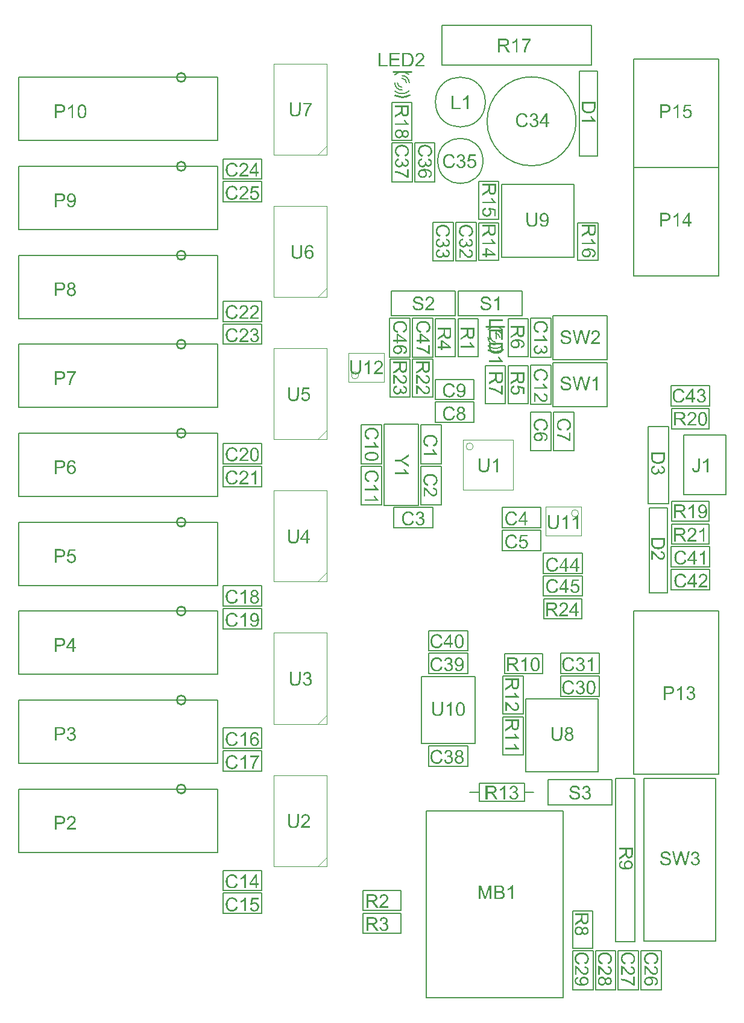
<source format=gm1>
G04*
G04 #@! TF.GenerationSoftware,Altium Limited,Altium Designer,20.2.6 (244)*
G04*
G04 Layer_Color=16711935*
%FSLAX25Y25*%
%MOIN*%
G70*
G04*
G04 #@! TF.SameCoordinates,DA10D54E-F5E1-4E40-92F4-FD95AF22BDD1*
G04*
G04*
G04 #@! TF.FilePolarity,Positive*
G04*
G01*
G75*
%ADD11C,0.01000*%
%ADD12C,0.00787*%
%ADD13C,0.00600*%
%ADD16C,0.00500*%
%ADD82C,0.00394*%
G36*
X442178Y352798D02*
Y352787D01*
Y352755D01*
Y352711D01*
Y352645D01*
X442167Y352558D01*
Y352470D01*
X442145Y352263D01*
X442124Y352022D01*
X442080Y351771D01*
X442014Y351541D01*
X441938Y351323D01*
Y351312D01*
X441927Y351301D01*
X441894Y351235D01*
X441840Y351148D01*
X441763Y351028D01*
X441654Y350907D01*
X441533Y350776D01*
X441380Y350645D01*
X441206Y350536D01*
X441184Y350525D01*
X441118Y350492D01*
X441020Y350448D01*
X440878Y350405D01*
X440703Y350350D01*
X440506Y350306D01*
X440287Y350273D01*
X440047Y350262D01*
X439949D01*
X439883Y350273D01*
X439796Y350284D01*
X439708Y350295D01*
X439479Y350339D01*
X439238Y350405D01*
X438987Y350503D01*
X438856Y350569D01*
X438735Y350645D01*
X438626Y350732D01*
X438517Y350831D01*
X438506Y350842D01*
X438495Y350853D01*
X438473Y350897D01*
X438440Y350940D01*
X438397Y350995D01*
X438353Y351071D01*
X438309Y351159D01*
X438254Y351257D01*
X438211Y351366D01*
X438167Y351498D01*
X438123Y351629D01*
X438080Y351782D01*
X438058Y351946D01*
X438025Y352132D01*
X438014Y352317D01*
Y352525D01*
X438921Y352656D01*
Y352645D01*
Y352623D01*
Y352580D01*
X438932Y352514D01*
X438943Y352449D01*
Y352372D01*
X438976Y352186D01*
X439009Y351990D01*
X439074Y351793D01*
X439140Y351618D01*
X439184Y351541D01*
X439238Y351476D01*
X439249Y351465D01*
X439293Y351432D01*
X439358Y351377D01*
X439446Y351323D01*
X439566Y351257D01*
X439697Y351214D01*
X439861Y351170D01*
X440036Y351159D01*
X440102D01*
X440167Y351170D01*
X440266Y351181D01*
X440364Y351203D01*
X440473Y351224D01*
X440583Y351268D01*
X440692Y351323D01*
X440703Y351334D01*
X440736Y351356D01*
X440779Y351399D01*
X440845Y351443D01*
X440900Y351519D01*
X440965Y351596D01*
X441020Y351683D01*
X441063Y351793D01*
Y351804D01*
X441085Y351847D01*
X441096Y351924D01*
X441118Y352022D01*
X441140Y352153D01*
X441151Y352317D01*
X441173Y352514D01*
Y352744D01*
Y357957D01*
X442178D01*
Y352798D01*
D02*
G37*
G36*
X446933Y350394D02*
X446004D01*
Y356307D01*
X445993Y356296D01*
X445938Y356252D01*
X445873Y356187D01*
X445763Y356110D01*
X445643Y356012D01*
X445490Y355902D01*
X445315Y355782D01*
X445119Y355662D01*
X445108D01*
X445097Y355651D01*
X445031Y355607D01*
X444922Y355553D01*
X444791Y355487D01*
X444638Y355411D01*
X444474Y355334D01*
X444310Y355258D01*
X444146Y355192D01*
Y356088D01*
X444157D01*
X444178Y356110D01*
X444222Y356121D01*
X444277Y356154D01*
X444343Y356187D01*
X444419Y356230D01*
X444605Y356340D01*
X444823Y356460D01*
X445042Y356613D01*
X445271Y356788D01*
X445501Y356974D01*
X445512Y356984D01*
X445523Y356995D01*
X445556Y357028D01*
X445599Y357061D01*
X445698Y357170D01*
X445829Y357301D01*
X445960Y357454D01*
X446102Y357629D01*
X446222Y357804D01*
X446332Y357990D01*
X446933D01*
Y350394D01*
D02*
G37*
G36*
X364214Y322089D02*
Y322078D01*
Y322035D01*
Y321980D01*
Y321903D01*
X364203Y321805D01*
Y321696D01*
X364192Y321565D01*
X364181Y321433D01*
X364148Y321138D01*
X364104Y320832D01*
X364039Y320537D01*
X363995Y320395D01*
X363951Y320264D01*
Y320253D01*
X363940Y320231D01*
X363918Y320198D01*
X363897Y320155D01*
X363831Y320034D01*
X363733Y319881D01*
X363602Y319707D01*
X363449Y319532D01*
X363252Y319346D01*
X363011Y319182D01*
X363000D01*
X362979Y319160D01*
X362946Y319149D01*
X362891Y319116D01*
X362825Y319083D01*
X362738Y319051D01*
X362651Y319018D01*
X362541Y318974D01*
X362421Y318930D01*
X362290Y318898D01*
X362148Y318865D01*
X361984Y318832D01*
X361820Y318810D01*
X361645Y318788D01*
X361252Y318766D01*
X361153D01*
X361077Y318777D01*
X360989D01*
X360880Y318788D01*
X360760Y318799D01*
X360640Y318810D01*
X360366Y318854D01*
X360071Y318919D01*
X359787Y319007D01*
X359514Y319127D01*
X359503D01*
X359481Y319149D01*
X359448Y319171D01*
X359404Y319193D01*
X359284Y319280D01*
X359142Y319400D01*
X358978Y319553D01*
X358825Y319728D01*
X358672Y319947D01*
X358552Y320187D01*
Y320198D01*
X358541Y320220D01*
X358530Y320264D01*
X358508Y320319D01*
X358486Y320384D01*
X358465Y320472D01*
X358432Y320570D01*
X358410Y320690D01*
X358388Y320821D01*
X358355Y320963D01*
X358333Y321116D01*
X358311Y321280D01*
X358290Y321466D01*
X358279Y321663D01*
X358268Y321871D01*
Y322089D01*
Y326461D01*
X359273D01*
Y322089D01*
Y322078D01*
Y322045D01*
Y321991D01*
Y321925D01*
X359284Y321849D01*
Y321750D01*
X359295Y321543D01*
X359317Y321302D01*
X359350Y321062D01*
X359394Y320832D01*
X359415Y320734D01*
X359448Y320636D01*
X359459Y320614D01*
X359481Y320559D01*
X359536Y320482D01*
X359601Y320373D01*
X359678Y320264D01*
X359787Y320144D01*
X359918Y320023D01*
X360071Y319925D01*
X360093Y319914D01*
X360148Y319881D01*
X360246Y319848D01*
X360377Y319805D01*
X360530Y319750D01*
X360727Y319717D01*
X360935Y319685D01*
X361164Y319674D01*
X361274D01*
X361339Y319685D01*
X361437D01*
X361536Y319695D01*
X361776Y319739D01*
X362039Y319794D01*
X362290Y319881D01*
X362530Y320002D01*
X362640Y320078D01*
X362738Y320165D01*
X362749Y320177D01*
X362760Y320187D01*
X362782Y320220D01*
X362815Y320264D01*
X362847Y320329D01*
X362891Y320395D01*
X362935Y320493D01*
X362979Y320592D01*
X363022Y320712D01*
X363055Y320854D01*
X363099Y321018D01*
X363132Y321193D01*
X363164Y321390D01*
X363186Y321597D01*
X363208Y321838D01*
Y322089D01*
Y326461D01*
X364214D01*
Y322089D01*
D02*
G37*
G36*
X374881Y318898D02*
X373952D01*
Y324811D01*
X373941Y324800D01*
X373887Y324756D01*
X373821Y324691D01*
X373712Y324614D01*
X373592Y324516D01*
X373439Y324406D01*
X373264Y324286D01*
X373067Y324166D01*
X373056D01*
X373045Y324155D01*
X372979Y324111D01*
X372870Y324057D01*
X372739Y323991D01*
X372586Y323915D01*
X372422Y323838D01*
X372258Y323762D01*
X372094Y323696D01*
Y324592D01*
X372105D01*
X372127Y324614D01*
X372171Y324625D01*
X372225Y324658D01*
X372291Y324691D01*
X372367Y324734D01*
X372553Y324844D01*
X372772Y324964D01*
X372990Y325117D01*
X373220Y325292D01*
X373449Y325478D01*
X373460Y325488D01*
X373471Y325499D01*
X373504Y325532D01*
X373548Y325565D01*
X373646Y325674D01*
X373777Y325805D01*
X373909Y325958D01*
X374051Y326133D01*
X374171Y326308D01*
X374280Y326494D01*
X374881D01*
Y318898D01*
D02*
G37*
G36*
X369001D02*
X368072D01*
Y324811D01*
X368061Y324800D01*
X368006Y324756D01*
X367941Y324691D01*
X367831Y324614D01*
X367711Y324516D01*
X367558Y324406D01*
X367383Y324286D01*
X367187Y324166D01*
X367176D01*
X367165Y324155D01*
X367099Y324111D01*
X366990Y324057D01*
X366859Y323991D01*
X366706Y323915D01*
X366542Y323838D01*
X366378Y323762D01*
X366214Y323696D01*
Y324592D01*
X366225D01*
X366247Y324614D01*
X366290Y324625D01*
X366345Y324658D01*
X366411Y324691D01*
X366487Y324734D01*
X366673Y324844D01*
X366892Y324964D01*
X367110Y325117D01*
X367340Y325292D01*
X367569Y325478D01*
X367580Y325488D01*
X367591Y325499D01*
X367624Y325532D01*
X367668Y325565D01*
X367766Y325674D01*
X367897Y325805D01*
X368028Y325958D01*
X368170Y326133D01*
X368290Y326308D01*
X368400Y326494D01*
X369001D01*
Y318898D01*
D02*
G37*
G36*
X338395Y328681D02*
X338493Y328670D01*
X338613Y328659D01*
X338734Y328648D01*
X338876Y328615D01*
X339171Y328550D01*
X339499Y328452D01*
X339663Y328386D01*
X339816Y328309D01*
X339969Y328211D01*
X340122Y328113D01*
X340132Y328102D01*
X340154Y328091D01*
X340198Y328058D01*
X340253Y328003D01*
X340307Y327949D01*
X340384Y327872D01*
X340460Y327785D01*
X340548Y327697D01*
X340635Y327588D01*
X340723Y327457D01*
X340821Y327326D01*
X340909Y327184D01*
X340985Y327020D01*
X341073Y326856D01*
X341138Y326681D01*
X341204Y326484D01*
X340220Y326255D01*
Y326266D01*
X340209Y326287D01*
X340187Y326331D01*
X340165Y326386D01*
X340143Y326451D01*
X340111Y326539D01*
X340023Y326714D01*
X339914Y326910D01*
X339783Y327107D01*
X339619Y327293D01*
X339444Y327457D01*
X339422Y327479D01*
X339356Y327522D01*
X339247Y327577D01*
X339105Y327654D01*
X338919Y327719D01*
X338712Y327785D01*
X338460Y327829D01*
X338187Y327839D01*
X338100D01*
X338045Y327829D01*
X337968D01*
X337881Y327818D01*
X337673Y327785D01*
X337444Y327741D01*
X337203Y327665D01*
X336952Y327555D01*
X336722Y327413D01*
X336711D01*
X336701Y327391D01*
X336624Y327337D01*
X336526Y327249D01*
X336405Y327118D01*
X336263Y326954D01*
X336132Y326768D01*
X336012Y326539D01*
X335903Y326287D01*
Y326276D01*
X335892Y326255D01*
X335881Y326222D01*
X335870Y326167D01*
X335848Y326102D01*
X335826Y326025D01*
X335793Y325839D01*
X335750Y325621D01*
X335706Y325380D01*
X335684Y325118D01*
X335673Y324834D01*
Y324823D01*
Y324790D01*
Y324735D01*
Y324670D01*
X335684Y324593D01*
Y324495D01*
X335695Y324386D01*
X335706Y324265D01*
X335739Y324003D01*
X335793Y323719D01*
X335859Y323435D01*
X335946Y323150D01*
Y323140D01*
X335957Y323118D01*
X335979Y323085D01*
X336001Y323030D01*
X336067Y322899D01*
X336165Y322746D01*
X336285Y322571D01*
X336438Y322385D01*
X336613Y322221D01*
X336821Y322068D01*
X336832D01*
X336854Y322058D01*
X336886Y322036D01*
X336930Y322014D01*
X336985Y321992D01*
X337050Y321959D01*
X337203Y321894D01*
X337400Y321828D01*
X337619Y321773D01*
X337859Y321730D01*
X338110Y321719D01*
X338187D01*
X338253Y321730D01*
X338329D01*
X338406Y321741D01*
X338602Y321784D01*
X338832Y321839D01*
X339061Y321926D01*
X339302Y322047D01*
X339422Y322112D01*
X339531Y322200D01*
X339542Y322211D01*
X339553Y322221D01*
X339586Y322254D01*
X339630Y322287D01*
X339673Y322342D01*
X339728Y322407D01*
X339794Y322473D01*
X339848Y322560D01*
X339914Y322659D01*
X339990Y322768D01*
X340056Y322877D01*
X340122Y323008D01*
X340176Y323150D01*
X340231Y323304D01*
X340286Y323467D01*
X340329Y323642D01*
X341335Y323391D01*
Y323380D01*
X341324Y323336D01*
X341302Y323271D01*
X341269Y323183D01*
X341236Y323085D01*
X341193Y322965D01*
X341138Y322833D01*
X341073Y322691D01*
X340919Y322385D01*
X340723Y322079D01*
X340602Y321926D01*
X340482Y321773D01*
X340351Y321642D01*
X340198Y321511D01*
X340187Y321500D01*
X340165Y321478D01*
X340111Y321456D01*
X340056Y321413D01*
X339969Y321358D01*
X339881Y321303D01*
X339761Y321249D01*
X339641Y321194D01*
X339499Y321129D01*
X339346Y321074D01*
X339182Y321019D01*
X339007Y320965D01*
X338821Y320921D01*
X338624Y320899D01*
X338417Y320877D01*
X338198Y320866D01*
X338078D01*
X337990Y320877D01*
X337892D01*
X337772Y320888D01*
X337641Y320910D01*
X337488Y320932D01*
X337171Y320986D01*
X336843Y321074D01*
X336515Y321194D01*
X336362Y321271D01*
X336209Y321358D01*
X336198Y321369D01*
X336176Y321380D01*
X336132Y321413D01*
X336088Y321456D01*
X336023Y321500D01*
X335946Y321566D01*
X335859Y321642D01*
X335771Y321730D01*
X335684Y321828D01*
X335586Y321926D01*
X335389Y322178D01*
X335203Y322473D01*
X335039Y322801D01*
Y322812D01*
X335017Y322845D01*
X335006Y322899D01*
X334974Y322965D01*
X334952Y323052D01*
X334919Y323161D01*
X334875Y323282D01*
X334842Y323413D01*
X334810Y323555D01*
X334766Y323719D01*
X334711Y324058D01*
X334667Y324440D01*
X334646Y324834D01*
Y324845D01*
Y324888D01*
Y324954D01*
X334657Y325030D01*
Y325140D01*
X334667Y325249D01*
X334679Y325391D01*
X334700Y325533D01*
X334755Y325850D01*
X334832Y326200D01*
X334941Y326550D01*
X335094Y326889D01*
X335105Y326900D01*
X335116Y326932D01*
X335138Y326976D01*
X335181Y327031D01*
X335225Y327107D01*
X335280Y327195D01*
X335422Y327391D01*
X335608Y327610D01*
X335826Y327829D01*
X336077Y328047D01*
X336373Y328233D01*
X336384Y328244D01*
X336416Y328255D01*
X336460Y328277D01*
X336515Y328309D01*
X336602Y328342D01*
X336690Y328375D01*
X336799Y328419D01*
X336919Y328463D01*
X337050Y328506D01*
X337192Y328550D01*
X337498Y328615D01*
X337848Y328670D01*
X338209Y328692D01*
X338318D01*
X338395Y328681D01*
D02*
G37*
G36*
X346089Y323664D02*
X347117D01*
Y322812D01*
X346089D01*
Y320997D01*
X345160D01*
Y322812D01*
X341870D01*
Y323664D01*
X345335Y328561D01*
X346089D01*
Y323664D01*
D02*
G37*
G36*
X338395Y315886D02*
X338493Y315875D01*
X338613Y315864D01*
X338734Y315853D01*
X338876Y315820D01*
X339171Y315755D01*
X339499Y315656D01*
X339663Y315591D01*
X339816Y315514D01*
X339969Y315416D01*
X340122Y315318D01*
X340132Y315306D01*
X340154Y315296D01*
X340198Y315263D01*
X340253Y315208D01*
X340307Y315154D01*
X340384Y315077D01*
X340460Y314990D01*
X340548Y314902D01*
X340635Y314793D01*
X340723Y314662D01*
X340821Y314530D01*
X340909Y314388D01*
X340985Y314225D01*
X341073Y314060D01*
X341138Y313886D01*
X341204Y313689D01*
X340220Y313459D01*
Y313470D01*
X340209Y313492D01*
X340187Y313536D01*
X340165Y313591D01*
X340143Y313656D01*
X340111Y313743D01*
X340023Y313918D01*
X339914Y314115D01*
X339783Y314312D01*
X339619Y314498D01*
X339444Y314662D01*
X339422Y314684D01*
X339356Y314727D01*
X339247Y314782D01*
X339105Y314858D01*
X338919Y314924D01*
X338712Y314990D01*
X338460Y315033D01*
X338187Y315044D01*
X338100D01*
X338045Y315033D01*
X337968D01*
X337881Y315022D01*
X337673Y314990D01*
X337444Y314946D01*
X337203Y314869D01*
X336952Y314760D01*
X336722Y314618D01*
X336711D01*
X336701Y314596D01*
X336624Y314541D01*
X336526Y314454D01*
X336405Y314323D01*
X336263Y314159D01*
X336132Y313973D01*
X336012Y313743D01*
X335903Y313492D01*
Y313481D01*
X335892Y313459D01*
X335881Y313427D01*
X335870Y313372D01*
X335848Y313306D01*
X335826Y313230D01*
X335793Y313044D01*
X335750Y312825D01*
X335706Y312585D01*
X335684Y312323D01*
X335673Y312038D01*
Y312028D01*
Y311995D01*
Y311940D01*
Y311875D01*
X335684Y311798D01*
Y311700D01*
X335695Y311590D01*
X335706Y311470D01*
X335739Y311208D01*
X335793Y310924D01*
X335859Y310639D01*
X335946Y310355D01*
Y310344D01*
X335957Y310322D01*
X335979Y310290D01*
X336001Y310235D01*
X336067Y310104D01*
X336165Y309951D01*
X336285Y309776D01*
X336438Y309590D01*
X336613Y309426D01*
X336821Y309273D01*
X336832D01*
X336854Y309262D01*
X336886Y309240D01*
X336930Y309219D01*
X336985Y309197D01*
X337050Y309164D01*
X337203Y309098D01*
X337400Y309033D01*
X337619Y308978D01*
X337859Y308934D01*
X338110Y308923D01*
X338187D01*
X338253Y308934D01*
X338329D01*
X338406Y308945D01*
X338602Y308989D01*
X338832Y309044D01*
X339061Y309131D01*
X339302Y309251D01*
X339422Y309317D01*
X339531Y309404D01*
X339542Y309415D01*
X339553Y309426D01*
X339586Y309459D01*
X339630Y309492D01*
X339673Y309546D01*
X339728Y309612D01*
X339794Y309678D01*
X339848Y309765D01*
X339914Y309863D01*
X339990Y309973D01*
X340056Y310082D01*
X340122Y310213D01*
X340176Y310355D01*
X340231Y310508D01*
X340286Y310672D01*
X340329Y310847D01*
X341335Y310596D01*
Y310585D01*
X341324Y310541D01*
X341302Y310475D01*
X341269Y310388D01*
X341236Y310290D01*
X341193Y310169D01*
X341138Y310038D01*
X341073Y309896D01*
X340919Y309590D01*
X340723Y309284D01*
X340602Y309131D01*
X340482Y308978D01*
X340351Y308847D01*
X340198Y308716D01*
X340187Y308705D01*
X340165Y308683D01*
X340111Y308661D01*
X340056Y308617D01*
X339969Y308563D01*
X339881Y308508D01*
X339761Y308453D01*
X339641Y308399D01*
X339499Y308333D01*
X339346Y308278D01*
X339182Y308224D01*
X339007Y308169D01*
X338821Y308125D01*
X338624Y308104D01*
X338417Y308082D01*
X338198Y308071D01*
X338078D01*
X337990Y308082D01*
X337892D01*
X337772Y308093D01*
X337641Y308115D01*
X337488Y308137D01*
X337171Y308191D01*
X336843Y308278D01*
X336515Y308399D01*
X336362Y308475D01*
X336209Y308563D01*
X336198Y308574D01*
X336176Y308585D01*
X336132Y308617D01*
X336088Y308661D01*
X336023Y308705D01*
X335946Y308770D01*
X335859Y308847D01*
X335771Y308934D01*
X335684Y309033D01*
X335586Y309131D01*
X335389Y309383D01*
X335203Y309678D01*
X335039Y310005D01*
Y310016D01*
X335017Y310049D01*
X335006Y310104D01*
X334974Y310169D01*
X334952Y310257D01*
X334919Y310366D01*
X334875Y310486D01*
X334842Y310618D01*
X334810Y310760D01*
X334766Y310924D01*
X334711Y311262D01*
X334667Y311645D01*
X334646Y312038D01*
Y312049D01*
Y312093D01*
Y312159D01*
X334657Y312235D01*
Y312345D01*
X334667Y312454D01*
X334679Y312596D01*
X334700Y312738D01*
X334755Y313055D01*
X334832Y313405D01*
X334941Y313755D01*
X335094Y314093D01*
X335105Y314104D01*
X335116Y314137D01*
X335138Y314181D01*
X335181Y314235D01*
X335225Y314312D01*
X335280Y314399D01*
X335422Y314596D01*
X335608Y314815D01*
X335826Y315033D01*
X336077Y315252D01*
X336373Y315438D01*
X336384Y315449D01*
X336416Y315459D01*
X336460Y315481D01*
X336515Y315514D01*
X336602Y315547D01*
X336690Y315580D01*
X336799Y315623D01*
X336919Y315667D01*
X337050Y315711D01*
X337192Y315755D01*
X337498Y315820D01*
X337848Y315875D01*
X338209Y315897D01*
X338318D01*
X338395Y315886D01*
D02*
G37*
G36*
X346844Y314782D02*
X343816D01*
X343411Y312738D01*
X343423Y312749D01*
X343444Y312760D01*
X343477Y312782D01*
X343532Y312814D01*
X343597Y312847D01*
X343674Y312891D01*
X343849Y312978D01*
X344067Y313066D01*
X344308Y313142D01*
X344570Y313197D01*
X344701Y313219D01*
X344942D01*
X345007Y313208D01*
X345095Y313197D01*
X345193Y313186D01*
X345302Y313164D01*
X345423Y313131D01*
X345685Y313055D01*
X345827Y313000D01*
X345969Y312924D01*
X346111Y312847D01*
X346253Y312760D01*
X346385Y312650D01*
X346516Y312530D01*
X346527Y312519D01*
X346548Y312497D01*
X346581Y312465D01*
X346625Y312410D01*
X346680Y312334D01*
X346734Y312257D01*
X346800Y312159D01*
X346865Y312049D01*
X346920Y311929D01*
X346986Y311798D01*
X347040Y311645D01*
X347095Y311492D01*
X347139Y311328D01*
X347171Y311142D01*
X347193Y310956D01*
X347204Y310760D01*
Y310749D01*
Y310716D01*
Y310661D01*
X347193Y310585D01*
X347182Y310497D01*
X347171Y310399D01*
X347150Y310279D01*
X347128Y310158D01*
X347062Y309874D01*
X346953Y309579D01*
X346887Y309426D01*
X346800Y309284D01*
X346712Y309131D01*
X346603Y308989D01*
X346592Y308978D01*
X346570Y308945D01*
X346527Y308902D01*
X346472Y308847D01*
X346395Y308781D01*
X346308Y308694D01*
X346199Y308617D01*
X346078Y308530D01*
X345947Y308442D01*
X345794Y308366D01*
X345630Y308290D01*
X345455Y308213D01*
X345270Y308158D01*
X345062Y308115D01*
X344843Y308082D01*
X344614Y308071D01*
X344515D01*
X344439Y308082D01*
X344352Y308093D01*
X344253Y308104D01*
X344133Y308115D01*
X344013Y308147D01*
X343739Y308213D01*
X343466Y308311D01*
X343324Y308377D01*
X343182Y308453D01*
X343051Y308541D01*
X342920Y308639D01*
X342909Y308650D01*
X342887Y308661D01*
X342865Y308705D01*
X342821Y308749D01*
X342767Y308803D01*
X342712Y308869D01*
X342646Y308956D01*
X342592Y309055D01*
X342526Y309153D01*
X342461Y309273D01*
X342340Y309536D01*
X342242Y309841D01*
X342209Y310005D01*
X342187Y310180D01*
X343160Y310257D01*
Y310246D01*
Y310224D01*
X343171Y310191D01*
X343182Y310137D01*
X343215Y310016D01*
X343259Y309853D01*
X343324Y309688D01*
X343411Y309503D01*
X343521Y309339D01*
X343652Y309186D01*
X343674Y309175D01*
X343718Y309131D01*
X343805Y309076D01*
X343925Y309011D01*
X344056Y308945D01*
X344220Y308891D01*
X344406Y308847D01*
X344614Y308836D01*
X344679D01*
X344723Y308847D01*
X344854Y308858D01*
X345007Y308902D01*
X345193Y308956D01*
X345379Y309044D01*
X345576Y309175D01*
X345663Y309251D01*
X345751Y309339D01*
X345761Y309350D01*
X345772Y309361D01*
X345794Y309393D01*
X345827Y309426D01*
X345904Y309546D01*
X345991Y309699D01*
X346068Y309885D01*
X346144Y310115D01*
X346199Y310388D01*
X346220Y310530D01*
Y310683D01*
Y310694D01*
Y310716D01*
Y310760D01*
X346210Y310814D01*
Y310880D01*
X346199Y310956D01*
X346166Y311131D01*
X346111Y311339D01*
X346035Y311547D01*
X345925Y311743D01*
X345772Y311929D01*
Y311940D01*
X345751Y311951D01*
X345696Y312006D01*
X345598Y312082D01*
X345466Y312170D01*
X345291Y312246D01*
X345095Y312323D01*
X344865Y312377D01*
X344734Y312399D01*
X344526D01*
X344439Y312388D01*
X344330Y312377D01*
X344198Y312345D01*
X344067Y312312D01*
X343925Y312257D01*
X343783Y312192D01*
X343772Y312180D01*
X343728Y312159D01*
X343663Y312104D01*
X343576Y312049D01*
X343488Y311973D01*
X343401Y311875D01*
X343302Y311776D01*
X343226Y311656D01*
X342351Y311776D01*
X343084Y315667D01*
X346844D01*
Y314782D01*
D02*
G37*
G36*
X361033Y303091D02*
X361131Y303080D01*
X361251Y303069D01*
X361371Y303058D01*
X361513Y303025D01*
X361808Y302959D01*
X362136Y302861D01*
X362300Y302795D01*
X362453Y302719D01*
X362606Y302621D01*
X362759Y302522D01*
X362770Y302511D01*
X362792Y302500D01*
X362836Y302467D01*
X362891Y302413D01*
X362945Y302358D01*
X363022Y302282D01*
X363098Y302194D01*
X363186Y302107D01*
X363273Y301997D01*
X363361Y301866D01*
X363459Y301735D01*
X363546Y301593D01*
X363623Y301429D01*
X363710Y301265D01*
X363776Y301090D01*
X363842Y300894D01*
X362858Y300664D01*
Y300675D01*
X362847Y300697D01*
X362825Y300741D01*
X362803Y300795D01*
X362781Y300861D01*
X362749Y300948D01*
X362661Y301123D01*
X362552Y301320D01*
X362421Y301517D01*
X362257Y301702D01*
X362082Y301866D01*
X362060Y301888D01*
X361994Y301932D01*
X361885Y301987D01*
X361743Y302063D01*
X361557Y302129D01*
X361349Y302194D01*
X361098Y302238D01*
X360825Y302249D01*
X360737D01*
X360683Y302238D01*
X360606D01*
X360519Y302227D01*
X360311Y302194D01*
X360082Y302151D01*
X359841Y302074D01*
X359590Y301965D01*
X359360Y301823D01*
X359349D01*
X359338Y301801D01*
X359262Y301746D01*
X359163Y301659D01*
X359043Y301528D01*
X358901Y301364D01*
X358770Y301178D01*
X358650Y300948D01*
X358540Y300697D01*
Y300686D01*
X358529Y300664D01*
X358519Y300631D01*
X358508Y300577D01*
X358486Y300511D01*
X358464Y300434D01*
X358431Y300249D01*
X358387Y300030D01*
X358344Y299790D01*
X358322Y299527D01*
X358311Y299243D01*
Y299232D01*
Y299200D01*
Y299145D01*
Y299079D01*
X358322Y299003D01*
Y298904D01*
X358333Y298795D01*
X358344Y298675D01*
X358377Y298412D01*
X358431Y298128D01*
X358497Y297844D01*
X358584Y297560D01*
Y297549D01*
X358595Y297527D01*
X358617Y297494D01*
X358639Y297440D01*
X358704Y297309D01*
X358803Y297155D01*
X358923Y296981D01*
X359076Y296795D01*
X359251Y296631D01*
X359458Y296478D01*
X359470D01*
X359491Y296467D01*
X359524Y296445D01*
X359568Y296423D01*
X359623Y296401D01*
X359688Y296369D01*
X359841Y296303D01*
X360038Y296237D01*
X360256Y296183D01*
X360497Y296139D01*
X360748Y296128D01*
X360825D01*
X360890Y296139D01*
X360967D01*
X361043Y296150D01*
X361240Y296194D01*
X361470Y296248D01*
X361699Y296336D01*
X361940Y296456D01*
X362060Y296522D01*
X362169Y296609D01*
X362180Y296620D01*
X362191Y296631D01*
X362224Y296664D01*
X362267Y296696D01*
X362311Y296751D01*
X362366Y296817D01*
X362432Y296882D01*
X362486Y296970D01*
X362552Y297068D01*
X362628Y297177D01*
X362694Y297287D01*
X362759Y297418D01*
X362814Y297560D01*
X362869Y297713D01*
X362923Y297877D01*
X362967Y298052D01*
X363973Y297800D01*
Y297790D01*
X363962Y297746D01*
X363940Y297680D01*
X363907Y297593D01*
X363874Y297494D01*
X363830Y297374D01*
X363776Y297243D01*
X363710Y297101D01*
X363557Y296795D01*
X363361Y296489D01*
X363240Y296336D01*
X363120Y296183D01*
X362989Y296052D01*
X362836Y295920D01*
X362825Y295910D01*
X362803Y295888D01*
X362749Y295866D01*
X362694Y295822D01*
X362606Y295767D01*
X362519Y295713D01*
X362399Y295658D01*
X362279Y295603D01*
X362136Y295538D01*
X361983Y295483D01*
X361819Y295429D01*
X361645Y295374D01*
X361459Y295330D01*
X361262Y295308D01*
X361054Y295286D01*
X360836Y295276D01*
X360716D01*
X360628Y295286D01*
X360530D01*
X360409Y295297D01*
X360278Y295319D01*
X360125Y295341D01*
X359808Y295396D01*
X359480Y295483D01*
X359153Y295603D01*
X358999Y295680D01*
X358846Y295767D01*
X358836Y295778D01*
X358814Y295789D01*
X358770Y295822D01*
X358726Y295866D01*
X358661Y295910D01*
X358584Y295975D01*
X358497Y296052D01*
X358409Y296139D01*
X358322Y296237D01*
X358223Y296336D01*
X358027Y296587D01*
X357841Y296882D01*
X357677Y297210D01*
Y297221D01*
X357655Y297254D01*
X357644Y297309D01*
X357611Y297374D01*
X357590Y297462D01*
X357557Y297571D01*
X357513Y297691D01*
X357480Y297822D01*
X357447Y297964D01*
X357404Y298128D01*
X357349Y298467D01*
X357305Y298850D01*
X357283Y299243D01*
Y299254D01*
Y299298D01*
Y299363D01*
X357294Y299440D01*
Y299549D01*
X357305Y299658D01*
X357316Y299801D01*
X357338Y299943D01*
X357393Y300260D01*
X357469Y300609D01*
X357579Y300959D01*
X357732Y301298D01*
X357743Y301309D01*
X357753Y301342D01*
X357775Y301385D01*
X357819Y301440D01*
X357863Y301517D01*
X357917Y301604D01*
X358060Y301801D01*
X358245Y302019D01*
X358464Y302238D01*
X358715Y302457D01*
X359010Y302642D01*
X359021Y302653D01*
X359054Y302664D01*
X359098Y302686D01*
X359153Y302719D01*
X359240Y302752D01*
X359327Y302784D01*
X359437Y302828D01*
X359557Y302872D01*
X359688Y302916D01*
X359830Y302959D01*
X360136Y303025D01*
X360486Y303080D01*
X360847Y303101D01*
X360956D01*
X361033Y303091D01*
D02*
G37*
G36*
X374607Y298074D02*
X375635D01*
Y297221D01*
X374607D01*
Y295407D01*
X373678D01*
Y297221D01*
X370389D01*
Y298074D01*
X373853Y302970D01*
X374607D01*
Y298074D01*
D02*
G37*
G36*
X368727D02*
X369755D01*
Y297221D01*
X368727D01*
Y295407D01*
X367798D01*
Y297221D01*
X364508D01*
Y298074D01*
X367973Y302970D01*
X368727D01*
Y298074D01*
D02*
G37*
G36*
X361033Y291280D02*
X361131Y291269D01*
X361251Y291258D01*
X361371Y291247D01*
X361513Y291214D01*
X361808Y291148D01*
X362136Y291050D01*
X362300Y290984D01*
X362453Y290908D01*
X362606Y290809D01*
X362759Y290711D01*
X362770Y290700D01*
X362792Y290689D01*
X362836Y290656D01*
X362891Y290602D01*
X362945Y290547D01*
X363022Y290471D01*
X363098Y290383D01*
X363186Y290296D01*
X363273Y290187D01*
X363361Y290055D01*
X363459Y289924D01*
X363546Y289782D01*
X363623Y289618D01*
X363710Y289454D01*
X363776Y289279D01*
X363842Y289083D01*
X362858Y288853D01*
Y288864D01*
X362847Y288886D01*
X362825Y288930D01*
X362803Y288984D01*
X362781Y289050D01*
X362749Y289137D01*
X362661Y289312D01*
X362552Y289509D01*
X362421Y289706D01*
X362257Y289891D01*
X362082Y290055D01*
X362060Y290077D01*
X361994Y290121D01*
X361885Y290176D01*
X361743Y290252D01*
X361557Y290318D01*
X361349Y290383D01*
X361098Y290427D01*
X360825Y290438D01*
X360737D01*
X360683Y290427D01*
X360606D01*
X360519Y290416D01*
X360311Y290383D01*
X360082Y290339D01*
X359841Y290263D01*
X359590Y290154D01*
X359360Y290012D01*
X359349D01*
X359338Y289990D01*
X359262Y289935D01*
X359163Y289848D01*
X359043Y289717D01*
X358901Y289553D01*
X358770Y289367D01*
X358650Y289137D01*
X358540Y288886D01*
Y288875D01*
X358529Y288853D01*
X358519Y288820D01*
X358508Y288766D01*
X358486Y288700D01*
X358464Y288623D01*
X358431Y288438D01*
X358387Y288219D01*
X358344Y287979D01*
X358322Y287716D01*
X358311Y287432D01*
Y287421D01*
Y287388D01*
Y287334D01*
Y287268D01*
X358322Y287192D01*
Y287093D01*
X358333Y286984D01*
X358344Y286864D01*
X358377Y286601D01*
X358431Y286317D01*
X358497Y286033D01*
X358584Y285749D01*
Y285738D01*
X358595Y285716D01*
X358617Y285683D01*
X358639Y285629D01*
X358704Y285498D01*
X358803Y285345D01*
X358923Y285170D01*
X359076Y284984D01*
X359251Y284820D01*
X359458Y284667D01*
X359470D01*
X359491Y284656D01*
X359524Y284634D01*
X359568Y284612D01*
X359623Y284590D01*
X359688Y284558D01*
X359841Y284492D01*
X360038Y284426D01*
X360256Y284372D01*
X360497Y284328D01*
X360748Y284317D01*
X360825D01*
X360890Y284328D01*
X360967D01*
X361043Y284339D01*
X361240Y284383D01*
X361470Y284437D01*
X361699Y284525D01*
X361940Y284645D01*
X362060Y284711D01*
X362169Y284798D01*
X362180Y284809D01*
X362191Y284820D01*
X362224Y284853D01*
X362267Y284886D01*
X362311Y284940D01*
X362366Y285006D01*
X362432Y285071D01*
X362486Y285159D01*
X362552Y285257D01*
X362628Y285366D01*
X362694Y285476D01*
X362759Y285607D01*
X362814Y285749D01*
X362869Y285902D01*
X362923Y286066D01*
X362967Y286241D01*
X363973Y285989D01*
Y285979D01*
X363962Y285935D01*
X363940Y285869D01*
X363907Y285782D01*
X363874Y285683D01*
X363830Y285563D01*
X363776Y285432D01*
X363710Y285290D01*
X363557Y284984D01*
X363361Y284678D01*
X363240Y284525D01*
X363120Y284372D01*
X362989Y284241D01*
X362836Y284109D01*
X362825Y284099D01*
X362803Y284077D01*
X362749Y284055D01*
X362694Y284011D01*
X362606Y283956D01*
X362519Y283902D01*
X362399Y283847D01*
X362279Y283792D01*
X362136Y283727D01*
X361983Y283672D01*
X361819Y283618D01*
X361645Y283563D01*
X361459Y283519D01*
X361262Y283497D01*
X361054Y283475D01*
X360836Y283465D01*
X360716D01*
X360628Y283475D01*
X360530D01*
X360409Y283486D01*
X360278Y283508D01*
X360125Y283530D01*
X359808Y283585D01*
X359480Y283672D01*
X359153Y283792D01*
X358999Y283869D01*
X358846Y283956D01*
X358836Y283967D01*
X358814Y283978D01*
X358770Y284011D01*
X358726Y284055D01*
X358661Y284099D01*
X358584Y284164D01*
X358497Y284241D01*
X358409Y284328D01*
X358322Y284426D01*
X358223Y284525D01*
X358027Y284776D01*
X357841Y285071D01*
X357677Y285399D01*
Y285410D01*
X357655Y285443D01*
X357644Y285498D01*
X357611Y285563D01*
X357590Y285651D01*
X357557Y285760D01*
X357513Y285880D01*
X357480Y286011D01*
X357447Y286153D01*
X357404Y286317D01*
X357349Y286656D01*
X357305Y287039D01*
X357283Y287432D01*
Y287443D01*
Y287487D01*
Y287552D01*
X357294Y287629D01*
Y287738D01*
X357305Y287847D01*
X357316Y287990D01*
X357338Y288132D01*
X357393Y288449D01*
X357469Y288798D01*
X357579Y289148D01*
X357732Y289487D01*
X357743Y289498D01*
X357753Y289531D01*
X357775Y289574D01*
X357819Y289629D01*
X357863Y289706D01*
X357917Y289793D01*
X358060Y289990D01*
X358245Y290208D01*
X358464Y290427D01*
X358715Y290646D01*
X359010Y290831D01*
X359021Y290842D01*
X359054Y290853D01*
X359098Y290875D01*
X359153Y290908D01*
X359240Y290941D01*
X359327Y290973D01*
X359437Y291017D01*
X359557Y291061D01*
X359688Y291105D01*
X359830Y291148D01*
X360136Y291214D01*
X360486Y291269D01*
X360847Y291290D01*
X360956D01*
X361033Y291280D01*
D02*
G37*
G36*
X375362Y290176D02*
X372334D01*
X371930Y288132D01*
X371941Y288143D01*
X371962Y288154D01*
X371995Y288175D01*
X372050Y288208D01*
X372115Y288241D01*
X372192Y288285D01*
X372367Y288372D01*
X372586Y288460D01*
X372826Y288536D01*
X373088Y288591D01*
X373219Y288613D01*
X373460D01*
X373525Y288602D01*
X373613Y288591D01*
X373711Y288580D01*
X373821Y288558D01*
X373941Y288525D01*
X374203Y288449D01*
X374345Y288394D01*
X374487Y288317D01*
X374629Y288241D01*
X374771Y288154D01*
X374903Y288044D01*
X375034Y287924D01*
X375045Y287913D01*
X375067Y287891D01*
X375099Y287858D01*
X375143Y287804D01*
X375198Y287727D01*
X375252Y287651D01*
X375318Y287552D01*
X375383Y287443D01*
X375438Y287323D01*
X375504Y287192D01*
X375558Y287039D01*
X375613Y286886D01*
X375657Y286722D01*
X375690Y286536D01*
X375711Y286350D01*
X375722Y286153D01*
Y286142D01*
Y286110D01*
Y286055D01*
X375711Y285979D01*
X375700Y285891D01*
X375690Y285793D01*
X375668Y285672D01*
X375646Y285552D01*
X375580Y285268D01*
X375471Y284973D01*
X375405Y284820D01*
X375318Y284678D01*
X375231Y284525D01*
X375121Y284383D01*
X375110Y284372D01*
X375088Y284339D01*
X375045Y284295D01*
X374990Y284241D01*
X374914Y284175D01*
X374826Y284088D01*
X374717Y284011D01*
X374597Y283924D01*
X374465Y283836D01*
X374312Y283760D01*
X374149Y283683D01*
X373974Y283607D01*
X373788Y283552D01*
X373580Y283508D01*
X373361Y283475D01*
X373132Y283465D01*
X373034D01*
X372957Y283475D01*
X372870Y283486D01*
X372771Y283497D01*
X372651Y283508D01*
X372531Y283541D01*
X372258Y283607D01*
X371984Y283705D01*
X371842Y283771D01*
X371700Y283847D01*
X371569Y283935D01*
X371438Y284033D01*
X371427Y284044D01*
X371405Y284055D01*
X371383Y284099D01*
X371339Y284142D01*
X371285Y284197D01*
X371230Y284262D01*
X371165Y284350D01*
X371110Y284448D01*
X371044Y284547D01*
X370979Y284667D01*
X370859Y284929D01*
X370760Y285235D01*
X370727Y285399D01*
X370706Y285574D01*
X371678Y285651D01*
Y285640D01*
Y285618D01*
X371689Y285585D01*
X371700Y285530D01*
X371733Y285410D01*
X371777Y285246D01*
X371842Y285082D01*
X371930Y284896D01*
X372039Y284733D01*
X372170Y284579D01*
X372192Y284569D01*
X372236Y284525D01*
X372323Y284470D01*
X372443Y284405D01*
X372574Y284339D01*
X372739Y284284D01*
X372924Y284241D01*
X373132Y284230D01*
X373198D01*
X373241Y284241D01*
X373372Y284251D01*
X373525Y284295D01*
X373711Y284350D01*
X373897Y284437D01*
X374094Y284569D01*
X374181Y284645D01*
X374269Y284733D01*
X374280Y284743D01*
X374290Y284754D01*
X374312Y284787D01*
X374345Y284820D01*
X374422Y284940D01*
X374509Y285093D01*
X374586Y285279D01*
X374662Y285508D01*
X374717Y285782D01*
X374739Y285924D01*
Y286077D01*
Y286088D01*
Y286110D01*
Y286153D01*
X374728Y286208D01*
Y286274D01*
X374717Y286350D01*
X374684Y286525D01*
X374629Y286733D01*
X374553Y286940D01*
X374444Y287137D01*
X374290Y287323D01*
Y287334D01*
X374269Y287345D01*
X374214Y287399D01*
X374116Y287476D01*
X373985Y287563D01*
X373810Y287640D01*
X373613Y287716D01*
X373383Y287771D01*
X373252Y287793D01*
X373044D01*
X372957Y287782D01*
X372848Y287771D01*
X372717Y287738D01*
X372586Y287705D01*
X372443Y287651D01*
X372301Y287585D01*
X372290Y287574D01*
X372247Y287552D01*
X372181Y287498D01*
X372094Y287443D01*
X372006Y287367D01*
X371919Y287268D01*
X371820Y287170D01*
X371744Y287050D01*
X370869Y287170D01*
X371602Y291061D01*
X375362D01*
Y290176D01*
D02*
G37*
G36*
X368727Y286263D02*
X369755D01*
Y285410D01*
X368727D01*
Y283596D01*
X367798D01*
Y285410D01*
X364508D01*
Y286263D01*
X367973Y291159D01*
X368727D01*
Y286263D01*
D02*
G37*
G36*
X297056Y196791D02*
X297154Y196780D01*
X297275Y196769D01*
X297395Y196758D01*
X297537Y196726D01*
X297832Y196660D01*
X298160Y196562D01*
X298324Y196496D01*
X298477Y196420D01*
X298630Y196321D01*
X298783Y196223D01*
X298794Y196212D01*
X298816Y196201D01*
X298860Y196168D01*
X298914Y196114D01*
X298969Y196059D01*
X299045Y195983D01*
X299122Y195895D01*
X299209Y195808D01*
X299297Y195698D01*
X299384Y195567D01*
X299482Y195436D01*
X299570Y195294D01*
X299646Y195130D01*
X299734Y194966D01*
X299799Y194791D01*
X299865Y194594D01*
X298881Y194365D01*
Y194376D01*
X298870Y194398D01*
X298849Y194441D01*
X298827Y194496D01*
X298805Y194562D01*
X298772Y194649D01*
X298685Y194824D01*
X298575Y195021D01*
X298444Y195217D01*
X298280Y195403D01*
X298105Y195567D01*
X298083Y195589D01*
X298018Y195633D01*
X297909Y195687D01*
X297766Y195764D01*
X297581Y195829D01*
X297373Y195895D01*
X297122Y195939D01*
X296848Y195950D01*
X296761D01*
X296706Y195939D01*
X296630D01*
X296542Y195928D01*
X296335Y195895D01*
X296105Y195851D01*
X295865Y195775D01*
X295613Y195666D01*
X295384Y195524D01*
X295373D01*
X295362Y195502D01*
X295285Y195447D01*
X295187Y195360D01*
X295067Y195228D01*
X294925Y195064D01*
X294794Y194879D01*
X294673Y194649D01*
X294564Y194398D01*
Y194387D01*
X294553Y194365D01*
X294542Y194332D01*
X294531Y194277D01*
X294509Y194212D01*
X294488Y194135D01*
X294455Y193949D01*
X294411Y193731D01*
X294367Y193491D01*
X294345Y193228D01*
X294335Y192944D01*
Y192933D01*
Y192900D01*
Y192846D01*
Y192780D01*
X294345Y192703D01*
Y192605D01*
X294356Y192496D01*
X294367Y192376D01*
X294400Y192113D01*
X294455Y191829D01*
X294520Y191545D01*
X294608Y191261D01*
Y191250D01*
X294619Y191228D01*
X294640Y191195D01*
X294662Y191140D01*
X294728Y191009D01*
X294826Y190856D01*
X294947Y190682D01*
X295100Y190496D01*
X295274Y190332D01*
X295482Y190179D01*
X295493D01*
X295515Y190168D01*
X295548Y190146D01*
X295591Y190124D01*
X295646Y190102D01*
X295712Y190069D01*
X295865Y190004D01*
X296061Y189938D01*
X296280Y189884D01*
X296520Y189840D01*
X296772Y189829D01*
X296848D01*
X296914Y189840D01*
X296990D01*
X297067Y189851D01*
X297264Y189894D01*
X297493Y189949D01*
X297723Y190037D01*
X297963Y190157D01*
X298083Y190222D01*
X298193Y190310D01*
X298204Y190321D01*
X298215Y190332D01*
X298247Y190365D01*
X298291Y190397D01*
X298335Y190452D01*
X298390Y190517D01*
X298455Y190583D01*
X298510Y190671D01*
X298575Y190769D01*
X298652Y190878D01*
X298717Y190988D01*
X298783Y191119D01*
X298838Y191261D01*
X298892Y191414D01*
X298947Y191578D01*
X298991Y191753D01*
X299996Y191501D01*
Y191490D01*
X299985Y191447D01*
X299963Y191381D01*
X299931Y191294D01*
X299898Y191195D01*
X299854Y191075D01*
X299799Y190944D01*
X299734Y190802D01*
X299581Y190496D01*
X299384Y190190D01*
X299264Y190037D01*
X299144Y189884D01*
X299013Y189752D01*
X298860Y189621D01*
X298849Y189610D01*
X298827Y189588D01*
X298772Y189567D01*
X298717Y189523D01*
X298630Y189468D01*
X298543Y189414D01*
X298422Y189359D01*
X298302Y189304D01*
X298160Y189239D01*
X298007Y189184D01*
X297843Y189129D01*
X297668Y189075D01*
X297482Y189031D01*
X297286Y189009D01*
X297078Y188987D01*
X296859Y188976D01*
X296739D01*
X296652Y188987D01*
X296553D01*
X296433Y188998D01*
X296302Y189020D01*
X296149Y189042D01*
X295832Y189097D01*
X295504Y189184D01*
X295176Y189304D01*
X295023Y189381D01*
X294870Y189468D01*
X294859Y189479D01*
X294837Y189490D01*
X294794Y189523D01*
X294750Y189567D01*
X294684Y189610D01*
X294608Y189676D01*
X294520Y189752D01*
X294433Y189840D01*
X294345Y189938D01*
X294247Y190037D01*
X294050Y190288D01*
X293864Y190583D01*
X293701Y190911D01*
Y190922D01*
X293679Y190955D01*
X293668Y191009D01*
X293635Y191075D01*
X293613Y191162D01*
X293580Y191272D01*
X293537Y191392D01*
X293504Y191523D01*
X293471Y191665D01*
X293427Y191829D01*
X293373Y192168D01*
X293329Y192551D01*
X293307Y192944D01*
Y192955D01*
Y192999D01*
Y193064D01*
X293318Y193141D01*
Y193250D01*
X293329Y193359D01*
X293340Y193501D01*
X293362Y193643D01*
X293416Y193960D01*
X293493Y194310D01*
X293602Y194660D01*
X293755Y194999D01*
X293766Y195010D01*
X293777Y195043D01*
X293799Y195086D01*
X293843Y195141D01*
X293886Y195217D01*
X293941Y195305D01*
X294083Y195502D01*
X294269Y195720D01*
X294488Y195939D01*
X294739Y196157D01*
X295034Y196343D01*
X295045Y196354D01*
X295078Y196365D01*
X295122Y196387D01*
X295176Y196420D01*
X295264Y196452D01*
X295351Y196485D01*
X295460Y196529D01*
X295581Y196573D01*
X295712Y196616D01*
X295854Y196660D01*
X296160Y196726D01*
X296510Y196780D01*
X296870Y196802D01*
X296980D01*
X297056Y196791D01*
D02*
G37*
G36*
X303450Y196693D02*
X303592Y196671D01*
X303767Y196638D01*
X303964Y196584D01*
X304161Y196518D01*
X304357Y196431D01*
X304368D01*
X304379Y196420D01*
X304445Y196387D01*
X304543Y196321D01*
X304652Y196245D01*
X304784Y196135D01*
X304915Y196015D01*
X305046Y195873D01*
X305155Y195709D01*
X305166Y195687D01*
X305199Y195633D01*
X305243Y195534D01*
X305297Y195414D01*
X305352Y195272D01*
X305396Y195108D01*
X305429Y194922D01*
X305439Y194737D01*
Y194715D01*
Y194649D01*
X305429Y194562D01*
X305407Y194441D01*
X305374Y194299D01*
X305319Y194146D01*
X305254Y193993D01*
X305166Y193840D01*
X305155Y193818D01*
X305122Y193775D01*
X305057Y193698D01*
X304969Y193611D01*
X304860Y193512D01*
X304729Y193403D01*
X304576Y193305D01*
X304390Y193206D01*
X304401D01*
X304423Y193195D01*
X304456Y193184D01*
X304499Y193174D01*
X304620Y193130D01*
X304773Y193064D01*
X304947Y192977D01*
X305122Y192868D01*
X305286Y192725D01*
X305439Y192561D01*
X305450Y192540D01*
X305494Y192474D01*
X305560Y192365D01*
X305625Y192223D01*
X305691Y192048D01*
X305756Y191840D01*
X305800Y191600D01*
X305811Y191337D01*
Y191326D01*
Y191294D01*
Y191239D01*
X305800Y191173D01*
X305789Y191086D01*
X305767Y190988D01*
X305745Y190878D01*
X305724Y190758D01*
X305636Y190496D01*
X305571Y190354D01*
X305505Y190222D01*
X305417Y190080D01*
X305319Y189938D01*
X305210Y189796D01*
X305079Y189665D01*
X305068Y189654D01*
X305046Y189632D01*
X305002Y189599D01*
X304947Y189556D01*
X304882Y189501D01*
X304795Y189446D01*
X304696Y189381D01*
X304576Y189326D01*
X304456Y189261D01*
X304314Y189195D01*
X304171Y189140D01*
X304008Y189086D01*
X303833Y189042D01*
X303647Y189009D01*
X303461Y188987D01*
X303253Y188976D01*
X303155D01*
X303089Y188987D01*
X303002Y188998D01*
X302904Y189009D01*
X302794Y189031D01*
X302674Y189053D01*
X302412Y189119D01*
X302138Y189228D01*
X301996Y189293D01*
X301865Y189370D01*
X301734Y189468D01*
X301603Y189567D01*
X301592Y189577D01*
X301570Y189599D01*
X301537Y189632D01*
X301505Y189676D01*
X301450Y189731D01*
X301395Y189807D01*
X301330Y189884D01*
X301264Y189982D01*
X301199Y190091D01*
X301133Y190200D01*
X301013Y190463D01*
X300914Y190769D01*
X300882Y190933D01*
X300860Y191108D01*
X301789Y191228D01*
Y191217D01*
X301800Y191195D01*
X301811Y191151D01*
X301822Y191097D01*
X301833Y191031D01*
X301854Y190955D01*
X301909Y190791D01*
X301986Y190594D01*
X302084Y190408D01*
X302193Y190233D01*
X302324Y190080D01*
X302346Y190069D01*
X302390Y190026D01*
X302477Y189971D01*
X302587Y189916D01*
X302718Y189851D01*
X302882Y189796D01*
X303068Y189752D01*
X303264Y189742D01*
X303330D01*
X303374Y189752D01*
X303494Y189763D01*
X303647Y189796D01*
X303822Y189851D01*
X304008Y189927D01*
X304193Y190037D01*
X304368Y190190D01*
X304390Y190211D01*
X304445Y190277D01*
X304510Y190375D01*
X304598Y190507D01*
X304685Y190671D01*
X304751Y190856D01*
X304805Y191075D01*
X304827Y191315D01*
Y191326D01*
Y191348D01*
Y191381D01*
X304816Y191425D01*
X304805Y191545D01*
X304773Y191687D01*
X304729Y191862D01*
X304652Y192037D01*
X304543Y192212D01*
X304401Y192376D01*
X304379Y192397D01*
X304325Y192441D01*
X304237Y192507D01*
X304117Y192583D01*
X303964Y192660D01*
X303778Y192725D01*
X303570Y192769D01*
X303341Y192791D01*
X303242D01*
X303166Y192780D01*
X303068Y192769D01*
X302958Y192747D01*
X302827Y192725D01*
X302685Y192693D01*
X302794Y193512D01*
X302849D01*
X302893Y193501D01*
X303035D01*
X303155Y193523D01*
X303297Y193545D01*
X303461Y193578D01*
X303647Y193633D01*
X303822Y193709D01*
X304008Y193807D01*
X304018D01*
X304029Y193818D01*
X304084Y193862D01*
X304161Y193939D01*
X304248Y194037D01*
X304335Y194179D01*
X304412Y194343D01*
X304467Y194529D01*
X304488Y194638D01*
Y194758D01*
Y194769D01*
Y194780D01*
Y194846D01*
X304467Y194933D01*
X304445Y195054D01*
X304401Y195185D01*
X304346Y195327D01*
X304259Y195469D01*
X304139Y195600D01*
X304128Y195611D01*
X304073Y195655D01*
X303997Y195709D01*
X303898Y195775D01*
X303767Y195829D01*
X303614Y195884D01*
X303439Y195928D01*
X303242Y195939D01*
X303155D01*
X303057Y195917D01*
X302925Y195895D01*
X302783Y195851D01*
X302641Y195797D01*
X302488Y195709D01*
X302346Y195600D01*
X302335Y195589D01*
X302292Y195534D01*
X302226Y195458D01*
X302150Y195349D01*
X302073Y195206D01*
X301996Y195032D01*
X301931Y194824D01*
X301887Y194583D01*
X300958Y194747D01*
Y194758D01*
X300969Y194791D01*
X300980Y194835D01*
X300991Y194900D01*
X301013Y194977D01*
X301045Y195064D01*
X301111Y195272D01*
X301220Y195512D01*
X301352Y195753D01*
X301516Y195983D01*
X301723Y196190D01*
X301734Y196201D01*
X301756Y196212D01*
X301789Y196234D01*
X301833Y196267D01*
X301887Y196310D01*
X301964Y196354D01*
X302040Y196398D01*
X302138Y196452D01*
X302357Y196540D01*
X302608Y196627D01*
X302904Y196682D01*
X303057Y196704D01*
X303330D01*
X303450Y196693D01*
D02*
G37*
G36*
X309352D02*
X309440Y196682D01*
X309538Y196671D01*
X309647Y196660D01*
X309757Y196627D01*
X310019Y196562D01*
X310281Y196463D01*
X310413Y196398D01*
X310544Y196321D01*
X310664Y196223D01*
X310784Y196125D01*
X310795Y196114D01*
X310806Y196103D01*
X310839Y196070D01*
X310882Y196026D01*
X310926Y195961D01*
X310981Y195895D01*
X311090Y195731D01*
X311199Y195524D01*
X311298Y195283D01*
X311374Y195010D01*
X311385Y194868D01*
X311396Y194715D01*
Y194704D01*
Y194693D01*
Y194627D01*
X311385Y194529D01*
X311364Y194409D01*
X311331Y194256D01*
X311276Y194103D01*
X311210Y193949D01*
X311112Y193797D01*
X311101Y193775D01*
X311057Y193731D01*
X310992Y193665D01*
X310904Y193578D01*
X310784Y193480D01*
X310642Y193381D01*
X310478Y193283D01*
X310281Y193195D01*
X310292D01*
X310314Y193184D01*
X310347Y193174D01*
X310391Y193152D01*
X310522Y193097D01*
X310675Y193020D01*
X310839Y192911D01*
X311014Y192791D01*
X311178Y192638D01*
X311331Y192463D01*
Y192452D01*
X311342Y192441D01*
X311385Y192376D01*
X311451Y192266D01*
X311516Y192124D01*
X311582Y191949D01*
X311648Y191742D01*
X311691Y191512D01*
X311702Y191261D01*
Y191250D01*
Y191217D01*
Y191162D01*
X311691Y191097D01*
X311680Y191020D01*
X311669Y190922D01*
X311648Y190813D01*
X311615Y190692D01*
X311538Y190441D01*
X311484Y190299D01*
X311407Y190168D01*
X311331Y190026D01*
X311243Y189894D01*
X311134Y189763D01*
X311014Y189632D01*
X311003Y189621D01*
X310981Y189599D01*
X310948Y189567D01*
X310894Y189534D01*
X310817Y189479D01*
X310740Y189425D01*
X310642Y189370D01*
X310533Y189304D01*
X310413Y189239D01*
X310270Y189184D01*
X310117Y189129D01*
X309964Y189075D01*
X309789Y189042D01*
X309604Y189009D01*
X309418Y188987D01*
X309210Y188976D01*
X309101D01*
X309024Y188987D01*
X308926Y188998D01*
X308817Y189009D01*
X308697Y189031D01*
X308565Y189064D01*
X308270Y189140D01*
X308117Y189195D01*
X307975Y189250D01*
X307822Y189326D01*
X307669Y189414D01*
X307527Y189512D01*
X307396Y189632D01*
X307385Y189643D01*
X307363Y189665D01*
X307330Y189698D01*
X307287Y189752D01*
X307243Y189818D01*
X307177Y189894D01*
X307123Y189982D01*
X307057Y190091D01*
X306991Y190200D01*
X306937Y190332D01*
X306827Y190605D01*
X306784Y190769D01*
X306751Y190933D01*
X306729Y191108D01*
X306718Y191283D01*
Y191294D01*
Y191315D01*
Y191359D01*
X306729Y191403D01*
Y191468D01*
X306740Y191545D01*
X306762Y191720D01*
X306806Y191917D01*
X306871Y192113D01*
X306970Y192321D01*
X307090Y192518D01*
Y192529D01*
X307112Y192540D01*
X307155Y192594D01*
X307243Y192682D01*
X307363Y192791D01*
X307516Y192900D01*
X307702Y193020D01*
X307910Y193119D01*
X308161Y193195D01*
X308150D01*
X308139Y193206D01*
X308106Y193217D01*
X308063Y193239D01*
X307964Y193283D01*
X307833Y193348D01*
X307691Y193436D01*
X307549Y193545D01*
X307418Y193665D01*
X307297Y193797D01*
X307287Y193818D01*
X307254Y193862D01*
X307210Y193949D01*
X307166Y194059D01*
X307112Y194201D01*
X307068Y194365D01*
X307035Y194551D01*
X307024Y194747D01*
Y194758D01*
Y194780D01*
Y194824D01*
X307035Y194889D01*
X307046Y194955D01*
X307057Y195043D01*
X307101Y195228D01*
X307166Y195447D01*
X307276Y195677D01*
X307341Y195797D01*
X307418Y195917D01*
X307516Y196026D01*
X307614Y196135D01*
X307625Y196147D01*
X307647Y196157D01*
X307680Y196190D01*
X307724Y196223D01*
X307778Y196267D01*
X307855Y196310D01*
X307942Y196365D01*
X308030Y196420D01*
X308139Y196474D01*
X308259Y196529D01*
X308390Y196573D01*
X308533Y196616D01*
X308839Y196682D01*
X309014Y196693D01*
X309188Y196704D01*
X309287D01*
X309352Y196693D01*
D02*
G37*
G36*
X297056Y247972D02*
X297154Y247961D01*
X297275Y247951D01*
X297395Y247940D01*
X297537Y247907D01*
X297832Y247841D01*
X298160Y247743D01*
X298324Y247677D01*
X298477Y247601D01*
X298630Y247502D01*
X298783Y247404D01*
X298794Y247393D01*
X298816Y247382D01*
X298860Y247349D01*
X298914Y247295D01*
X298969Y247240D01*
X299045Y247164D01*
X299122Y247076D01*
X299209Y246989D01*
X299297Y246879D01*
X299384Y246748D01*
X299482Y246617D01*
X299570Y246475D01*
X299646Y246311D01*
X299734Y246147D01*
X299799Y245972D01*
X299865Y245776D01*
X298881Y245546D01*
Y245557D01*
X298870Y245579D01*
X298849Y245622D01*
X298827Y245677D01*
X298805Y245743D01*
X298772Y245830D01*
X298685Y246005D01*
X298575Y246202D01*
X298444Y246398D01*
X298280Y246584D01*
X298105Y246748D01*
X298083Y246770D01*
X298018Y246814D01*
X297909Y246868D01*
X297766Y246945D01*
X297581Y247011D01*
X297373Y247076D01*
X297122Y247120D01*
X296848Y247131D01*
X296761D01*
X296706Y247120D01*
X296630D01*
X296542Y247109D01*
X296335Y247076D01*
X296105Y247032D01*
X295865Y246956D01*
X295613Y246847D01*
X295384Y246705D01*
X295373D01*
X295362Y246683D01*
X295285Y246628D01*
X295187Y246541D01*
X295067Y246409D01*
X294925Y246246D01*
X294794Y246060D01*
X294673Y245830D01*
X294564Y245579D01*
Y245568D01*
X294553Y245546D01*
X294542Y245513D01*
X294531Y245459D01*
X294509Y245393D01*
X294488Y245316D01*
X294455Y245131D01*
X294411Y244912D01*
X294367Y244672D01*
X294345Y244409D01*
X294335Y244125D01*
Y244114D01*
Y244081D01*
Y244027D01*
Y243961D01*
X294345Y243885D01*
Y243786D01*
X294356Y243677D01*
X294367Y243557D01*
X294400Y243294D01*
X294455Y243010D01*
X294520Y242726D01*
X294608Y242442D01*
Y242431D01*
X294619Y242409D01*
X294640Y242376D01*
X294662Y242322D01*
X294728Y242191D01*
X294826Y242037D01*
X294947Y241863D01*
X295100Y241677D01*
X295274Y241513D01*
X295482Y241360D01*
X295493D01*
X295515Y241349D01*
X295548Y241327D01*
X295591Y241305D01*
X295646Y241283D01*
X295712Y241250D01*
X295865Y241185D01*
X296061Y241119D01*
X296280Y241065D01*
X296520Y241021D01*
X296772Y241010D01*
X296848D01*
X296914Y241021D01*
X296990D01*
X297067Y241032D01*
X297264Y241076D01*
X297493Y241130D01*
X297723Y241218D01*
X297963Y241338D01*
X298083Y241404D01*
X298193Y241491D01*
X298204Y241502D01*
X298215Y241513D01*
X298247Y241546D01*
X298291Y241578D01*
X298335Y241633D01*
X298390Y241699D01*
X298455Y241764D01*
X298510Y241852D01*
X298575Y241950D01*
X298652Y242059D01*
X298717Y242169D01*
X298783Y242300D01*
X298838Y242442D01*
X298892Y242595D01*
X298947Y242759D01*
X298991Y242934D01*
X299996Y242682D01*
Y242671D01*
X299985Y242628D01*
X299963Y242562D01*
X299931Y242475D01*
X299898Y242376D01*
X299854Y242256D01*
X299799Y242125D01*
X299734Y241983D01*
X299581Y241677D01*
X299384Y241371D01*
X299264Y241218D01*
X299144Y241065D01*
X299013Y240933D01*
X298860Y240802D01*
X298849Y240791D01*
X298827Y240770D01*
X298772Y240748D01*
X298717Y240704D01*
X298630Y240649D01*
X298543Y240595D01*
X298422Y240540D01*
X298302Y240485D01*
X298160Y240420D01*
X298007Y240365D01*
X297843Y240311D01*
X297668Y240256D01*
X297482Y240212D01*
X297286Y240190D01*
X297078Y240168D01*
X296859Y240158D01*
X296739D01*
X296652Y240168D01*
X296553D01*
X296433Y240179D01*
X296302Y240201D01*
X296149Y240223D01*
X295832Y240278D01*
X295504Y240365D01*
X295176Y240485D01*
X295023Y240562D01*
X294870Y240649D01*
X294859Y240660D01*
X294837Y240671D01*
X294794Y240704D01*
X294750Y240748D01*
X294684Y240791D01*
X294608Y240857D01*
X294520Y240933D01*
X294433Y241021D01*
X294345Y241119D01*
X294247Y241218D01*
X294050Y241469D01*
X293864Y241764D01*
X293701Y242092D01*
Y242103D01*
X293679Y242136D01*
X293668Y242191D01*
X293635Y242256D01*
X293613Y242343D01*
X293580Y242453D01*
X293537Y242573D01*
X293504Y242704D01*
X293471Y242846D01*
X293427Y243010D01*
X293373Y243349D01*
X293329Y243732D01*
X293307Y244125D01*
Y244136D01*
Y244180D01*
Y244245D01*
X293318Y244322D01*
Y244431D01*
X293329Y244540D01*
X293340Y244683D01*
X293362Y244825D01*
X293416Y245142D01*
X293493Y245491D01*
X293602Y245841D01*
X293755Y246180D01*
X293766Y246191D01*
X293777Y246224D01*
X293799Y246267D01*
X293843Y246322D01*
X293886Y246398D01*
X293941Y246486D01*
X294083Y246683D01*
X294269Y246901D01*
X294488Y247120D01*
X294739Y247339D01*
X295034Y247524D01*
X295045Y247535D01*
X295078Y247546D01*
X295122Y247568D01*
X295176Y247601D01*
X295264Y247634D01*
X295351Y247666D01*
X295460Y247710D01*
X295581Y247754D01*
X295712Y247798D01*
X295854Y247841D01*
X296160Y247907D01*
X296510Y247961D01*
X296870Y247983D01*
X296980D01*
X297056Y247972D01*
D02*
G37*
G36*
X303450Y247874D02*
X303592Y247852D01*
X303767Y247819D01*
X303964Y247765D01*
X304161Y247699D01*
X304357Y247612D01*
X304368D01*
X304379Y247601D01*
X304445Y247568D01*
X304543Y247502D01*
X304652Y247426D01*
X304784Y247317D01*
X304915Y247196D01*
X305046Y247054D01*
X305155Y246890D01*
X305166Y246868D01*
X305199Y246814D01*
X305243Y246715D01*
X305297Y246595D01*
X305352Y246453D01*
X305396Y246289D01*
X305429Y246103D01*
X305439Y245918D01*
Y245896D01*
Y245830D01*
X305429Y245743D01*
X305407Y245622D01*
X305374Y245480D01*
X305319Y245327D01*
X305254Y245174D01*
X305166Y245021D01*
X305155Y245000D01*
X305122Y244956D01*
X305057Y244879D01*
X304969Y244792D01*
X304860Y244693D01*
X304729Y244584D01*
X304576Y244486D01*
X304390Y244387D01*
X304401D01*
X304423Y244376D01*
X304456Y244366D01*
X304499Y244355D01*
X304620Y244311D01*
X304773Y244245D01*
X304947Y244158D01*
X305122Y244049D01*
X305286Y243906D01*
X305439Y243742D01*
X305450Y243721D01*
X305494Y243655D01*
X305560Y243546D01*
X305625Y243404D01*
X305691Y243229D01*
X305756Y243021D01*
X305800Y242781D01*
X305811Y242518D01*
Y242507D01*
Y242475D01*
Y242420D01*
X305800Y242354D01*
X305789Y242267D01*
X305767Y242169D01*
X305745Y242059D01*
X305724Y241939D01*
X305636Y241677D01*
X305571Y241535D01*
X305505Y241404D01*
X305417Y241261D01*
X305319Y241119D01*
X305210Y240977D01*
X305079Y240846D01*
X305068Y240835D01*
X305046Y240813D01*
X305002Y240780D01*
X304947Y240737D01*
X304882Y240682D01*
X304795Y240628D01*
X304696Y240562D01*
X304576Y240507D01*
X304456Y240442D01*
X304314Y240376D01*
X304171Y240321D01*
X304008Y240267D01*
X303833Y240223D01*
X303647Y240190D01*
X303461Y240168D01*
X303253Y240158D01*
X303155D01*
X303089Y240168D01*
X303002Y240179D01*
X302904Y240190D01*
X302794Y240212D01*
X302674Y240234D01*
X302412Y240300D01*
X302138Y240409D01*
X301996Y240474D01*
X301865Y240551D01*
X301734Y240649D01*
X301603Y240748D01*
X301592Y240759D01*
X301570Y240780D01*
X301537Y240813D01*
X301505Y240857D01*
X301450Y240912D01*
X301395Y240988D01*
X301330Y241065D01*
X301264Y241163D01*
X301199Y241272D01*
X301133Y241382D01*
X301013Y241644D01*
X300914Y241950D01*
X300882Y242114D01*
X300860Y242289D01*
X301789Y242409D01*
Y242398D01*
X301800Y242376D01*
X301811Y242333D01*
X301822Y242278D01*
X301833Y242212D01*
X301854Y242136D01*
X301909Y241972D01*
X301986Y241775D01*
X302084Y241589D01*
X302193Y241414D01*
X302324Y241261D01*
X302346Y241250D01*
X302390Y241207D01*
X302477Y241152D01*
X302587Y241097D01*
X302718Y241032D01*
X302882Y240977D01*
X303068Y240933D01*
X303264Y240923D01*
X303330D01*
X303374Y240933D01*
X303494Y240944D01*
X303647Y240977D01*
X303822Y241032D01*
X304008Y241108D01*
X304193Y241218D01*
X304368Y241371D01*
X304390Y241393D01*
X304445Y241458D01*
X304510Y241557D01*
X304598Y241688D01*
X304685Y241852D01*
X304751Y242037D01*
X304805Y242256D01*
X304827Y242496D01*
Y242507D01*
Y242529D01*
Y242562D01*
X304816Y242606D01*
X304805Y242726D01*
X304773Y242868D01*
X304729Y243043D01*
X304652Y243218D01*
X304543Y243393D01*
X304401Y243557D01*
X304379Y243579D01*
X304325Y243622D01*
X304237Y243688D01*
X304117Y243764D01*
X303964Y243841D01*
X303778Y243906D01*
X303570Y243950D01*
X303341Y243972D01*
X303242D01*
X303166Y243961D01*
X303068Y243950D01*
X302958Y243928D01*
X302827Y243906D01*
X302685Y243874D01*
X302794Y244693D01*
X302849D01*
X302893Y244683D01*
X303035D01*
X303155Y244704D01*
X303297Y244726D01*
X303461Y244759D01*
X303647Y244814D01*
X303822Y244890D01*
X304008Y244988D01*
X304018D01*
X304029Y245000D01*
X304084Y245043D01*
X304161Y245120D01*
X304248Y245218D01*
X304335Y245360D01*
X304412Y245524D01*
X304467Y245710D01*
X304488Y245819D01*
Y245939D01*
Y245950D01*
Y245961D01*
Y246027D01*
X304467Y246114D01*
X304445Y246235D01*
X304401Y246366D01*
X304346Y246508D01*
X304259Y246650D01*
X304139Y246781D01*
X304128Y246792D01*
X304073Y246836D01*
X303997Y246890D01*
X303898Y246956D01*
X303767Y247011D01*
X303614Y247065D01*
X303439Y247109D01*
X303242Y247120D01*
X303155D01*
X303057Y247098D01*
X302925Y247076D01*
X302783Y247032D01*
X302641Y246978D01*
X302488Y246890D01*
X302346Y246781D01*
X302335Y246770D01*
X302292Y246715D01*
X302226Y246639D01*
X302150Y246530D01*
X302073Y246388D01*
X301996Y246213D01*
X301931Y246005D01*
X301887Y245765D01*
X300958Y245929D01*
Y245939D01*
X300969Y245972D01*
X300980Y246016D01*
X300991Y246081D01*
X301013Y246158D01*
X301045Y246246D01*
X301111Y246453D01*
X301220Y246694D01*
X301352Y246934D01*
X301516Y247164D01*
X301723Y247371D01*
X301734Y247382D01*
X301756Y247393D01*
X301789Y247415D01*
X301833Y247448D01*
X301887Y247492D01*
X301964Y247535D01*
X302040Y247579D01*
X302138Y247634D01*
X302357Y247721D01*
X302608Y247809D01*
X302904Y247863D01*
X303057Y247885D01*
X303330D01*
X303450Y247874D01*
D02*
G37*
G36*
X309232D02*
X309287D01*
X309363Y247863D01*
X309549Y247830D01*
X309757Y247787D01*
X309986Y247710D01*
X310216Y247612D01*
X310445Y247481D01*
X310456D01*
X310467Y247459D01*
X310500Y247437D01*
X310544Y247404D01*
X310653Y247317D01*
X310795Y247196D01*
X310937Y247032D01*
X311101Y246836D01*
X311243Y246606D01*
X311374Y246344D01*
Y246333D01*
X311385Y246311D01*
X311407Y246267D01*
X311429Y246213D01*
X311451Y246136D01*
X311484Y246038D01*
X311506Y245929D01*
X311538Y245808D01*
X311571Y245666D01*
X311604Y245502D01*
X311626Y245327D01*
X311648Y245142D01*
X311669Y244934D01*
X311691Y244715D01*
X311702Y244475D01*
Y244223D01*
Y244213D01*
Y244158D01*
Y244081D01*
Y243983D01*
X311691Y243863D01*
Y243721D01*
X311680Y243557D01*
X311659Y243393D01*
X311626Y243021D01*
X311571Y242628D01*
X311495Y242256D01*
X311440Y242070D01*
X311385Y241906D01*
Y241895D01*
X311374Y241874D01*
X311352Y241830D01*
X311331Y241764D01*
X311298Y241699D01*
X311254Y241611D01*
X311145Y241425D01*
X311014Y241218D01*
X310861Y240999D01*
X310664Y240791D01*
X310445Y240606D01*
X310434D01*
X310413Y240584D01*
X310380Y240562D01*
X310336Y240540D01*
X310270Y240507D01*
X310205Y240463D01*
X310117Y240420D01*
X310030Y240387D01*
X309822Y240300D01*
X309571Y240223D01*
X309298Y240179D01*
X308992Y240158D01*
X308904D01*
X308850Y240168D01*
X308773D01*
X308686Y240179D01*
X308478Y240223D01*
X308248Y240278D01*
X308008Y240365D01*
X307768Y240485D01*
X307647Y240562D01*
X307538Y240649D01*
X307527Y240660D01*
X307516Y240671D01*
X307483Y240704D01*
X307451Y240737D01*
X307407Y240791D01*
X307352Y240857D01*
X307243Y241010D01*
X307134Y241207D01*
X307024Y241447D01*
X306937Y241721D01*
X306871Y242037D01*
X307768Y242114D01*
Y242103D01*
X307778Y242081D01*
Y242059D01*
X307789Y242016D01*
X307822Y241895D01*
X307866Y241764D01*
X307921Y241611D01*
X307997Y241458D01*
X308085Y241316D01*
X308194Y241196D01*
X308205Y241185D01*
X308248Y241152D01*
X308325Y241108D01*
X308412Y241065D01*
X308533Y241010D01*
X308675Y240966D01*
X308839Y240933D01*
X309014Y240923D01*
X309090D01*
X309167Y240933D01*
X309265Y240944D01*
X309385Y240966D01*
X309505Y240999D01*
X309636Y241043D01*
X309757Y241108D01*
X309768Y241119D01*
X309811Y241141D01*
X309877Y241185D01*
X309943Y241250D01*
X310030Y241327D01*
X310117Y241414D01*
X310205Y241513D01*
X310292Y241633D01*
X310303Y241644D01*
X310325Y241699D01*
X310369Y241775D01*
X310413Y241874D01*
X310467Y242005D01*
X310522Y242158D01*
X310577Y242333D01*
X310631Y242529D01*
Y242540D01*
X310642Y242551D01*
Y242584D01*
X310653Y242628D01*
X310675Y242737D01*
X310708Y242879D01*
X310730Y243054D01*
X310751Y243240D01*
X310762Y243447D01*
X310773Y243666D01*
Y243677D01*
Y243710D01*
Y243764D01*
Y243852D01*
X310762Y243830D01*
X310719Y243775D01*
X310653Y243699D01*
X310577Y243589D01*
X310467Y243480D01*
X310336Y243360D01*
X310183Y243240D01*
X310008Y243130D01*
X309986Y243120D01*
X309921Y243087D01*
X309822Y243043D01*
X309702Y242999D01*
X309538Y242945D01*
X309363Y242901D01*
X309167Y242868D01*
X308959Y242857D01*
X308871D01*
X308806Y242868D01*
X308718Y242879D01*
X308631Y242890D01*
X308522Y242912D01*
X308412Y242945D01*
X308161Y243021D01*
X308030Y243076D01*
X307899Y243141D01*
X307757Y243218D01*
X307625Y243316D01*
X307494Y243415D01*
X307374Y243535D01*
X307363Y243546D01*
X307341Y243568D01*
X307319Y243600D01*
X307276Y243655D01*
X307221Y243732D01*
X307166Y243808D01*
X307112Y243906D01*
X307057Y244016D01*
X306991Y244136D01*
X306937Y244267D01*
X306882Y244420D01*
X306827Y244573D01*
X306784Y244748D01*
X306762Y244934D01*
X306740Y245120D01*
X306729Y245327D01*
Y245338D01*
Y245382D01*
Y245437D01*
X306740Y245513D01*
X306751Y245612D01*
X306762Y245732D01*
X306784Y245852D01*
X306817Y245994D01*
X306893Y246278D01*
X306948Y246431D01*
X307013Y246595D01*
X307090Y246748D01*
X307188Y246890D01*
X307287Y247043D01*
X307407Y247175D01*
X307418Y247185D01*
X307440Y247207D01*
X307472Y247240D01*
X307527Y247284D01*
X307593Y247339D01*
X307680Y247404D01*
X307768Y247459D01*
X307877Y247535D01*
X307986Y247601D01*
X308117Y247656D01*
X308412Y247776D01*
X308565Y247819D01*
X308740Y247852D01*
X308915Y247874D01*
X309101Y247885D01*
X309177D01*
X309232Y247874D01*
D02*
G37*
G36*
X297056Y260768D02*
X297154Y260757D01*
X297275Y260746D01*
X297395Y260735D01*
X297537Y260702D01*
X297832Y260636D01*
X298160Y260538D01*
X298324Y260473D01*
X298477Y260396D01*
X298630Y260298D01*
X298783Y260199D01*
X298794Y260188D01*
X298816Y260177D01*
X298860Y260145D01*
X298914Y260090D01*
X298969Y260035D01*
X299045Y259959D01*
X299122Y259872D01*
X299209Y259784D01*
X299297Y259675D01*
X299384Y259544D01*
X299482Y259412D01*
X299570Y259270D01*
X299646Y259106D01*
X299734Y258942D01*
X299799Y258768D01*
X299865Y258571D01*
X298881Y258341D01*
Y258352D01*
X298870Y258374D01*
X298849Y258418D01*
X298827Y258472D01*
X298805Y258538D01*
X298772Y258625D01*
X298685Y258800D01*
X298575Y258997D01*
X298444Y259194D01*
X298280Y259380D01*
X298105Y259544D01*
X298083Y259565D01*
X298018Y259609D01*
X297909Y259664D01*
X297766Y259740D01*
X297581Y259806D01*
X297373Y259872D01*
X297122Y259915D01*
X296848Y259926D01*
X296761D01*
X296706Y259915D01*
X296630D01*
X296542Y259904D01*
X296335Y259872D01*
X296105Y259828D01*
X295865Y259751D01*
X295613Y259642D01*
X295384Y259500D01*
X295373D01*
X295362Y259478D01*
X295285Y259423D01*
X295187Y259336D01*
X295067Y259205D01*
X294925Y259041D01*
X294794Y258855D01*
X294673Y258625D01*
X294564Y258374D01*
Y258363D01*
X294553Y258341D01*
X294542Y258309D01*
X294531Y258254D01*
X294509Y258188D01*
X294488Y258112D01*
X294455Y257926D01*
X294411Y257707D01*
X294367Y257467D01*
X294345Y257205D01*
X294335Y256920D01*
Y256909D01*
Y256877D01*
Y256822D01*
Y256756D01*
X294345Y256680D01*
Y256581D01*
X294356Y256472D01*
X294367Y256352D01*
X294400Y256090D01*
X294455Y255805D01*
X294520Y255521D01*
X294608Y255237D01*
Y255226D01*
X294619Y255204D01*
X294640Y255171D01*
X294662Y255117D01*
X294728Y254986D01*
X294826Y254833D01*
X294947Y254658D01*
X295100Y254472D01*
X295274Y254308D01*
X295482Y254155D01*
X295493D01*
X295515Y254144D01*
X295548Y254122D01*
X295591Y254100D01*
X295646Y254079D01*
X295712Y254046D01*
X295865Y253980D01*
X296061Y253915D01*
X296280Y253860D01*
X296520Y253816D01*
X296772Y253805D01*
X296848D01*
X296914Y253816D01*
X296990D01*
X297067Y253827D01*
X297264Y253871D01*
X297493Y253925D01*
X297723Y254013D01*
X297963Y254133D01*
X298083Y254199D01*
X298193Y254286D01*
X298204Y254297D01*
X298215Y254308D01*
X298247Y254341D01*
X298291Y254374D01*
X298335Y254428D01*
X298390Y254494D01*
X298455Y254559D01*
X298510Y254647D01*
X298575Y254745D01*
X298652Y254855D01*
X298717Y254964D01*
X298783Y255095D01*
X298838Y255237D01*
X298892Y255390D01*
X298947Y255554D01*
X298991Y255729D01*
X299996Y255478D01*
Y255467D01*
X299985Y255423D01*
X299963Y255357D01*
X299931Y255270D01*
X299898Y255171D01*
X299854Y255051D01*
X299799Y254920D01*
X299734Y254778D01*
X299581Y254472D01*
X299384Y254166D01*
X299264Y254013D01*
X299144Y253860D01*
X299013Y253729D01*
X298860Y253598D01*
X298849Y253587D01*
X298827Y253565D01*
X298772Y253543D01*
X298717Y253499D01*
X298630Y253445D01*
X298543Y253390D01*
X298422Y253335D01*
X298302Y253281D01*
X298160Y253215D01*
X298007Y253160D01*
X297843Y253106D01*
X297668Y253051D01*
X297482Y253007D01*
X297286Y252986D01*
X297078Y252964D01*
X296859Y252953D01*
X296739D01*
X296652Y252964D01*
X296553D01*
X296433Y252975D01*
X296302Y252996D01*
X296149Y253018D01*
X295832Y253073D01*
X295504Y253160D01*
X295176Y253281D01*
X295023Y253357D01*
X294870Y253445D01*
X294859Y253455D01*
X294837Y253467D01*
X294794Y253499D01*
X294750Y253543D01*
X294684Y253587D01*
X294608Y253652D01*
X294520Y253729D01*
X294433Y253816D01*
X294345Y253915D01*
X294247Y254013D01*
X294050Y254264D01*
X293864Y254559D01*
X293701Y254887D01*
Y254898D01*
X293679Y254931D01*
X293668Y254986D01*
X293635Y255051D01*
X293613Y255139D01*
X293580Y255248D01*
X293537Y255368D01*
X293504Y255499D01*
X293471Y255642D01*
X293427Y255805D01*
X293373Y256144D01*
X293329Y256527D01*
X293307Y256920D01*
Y256931D01*
Y256975D01*
Y257041D01*
X293318Y257117D01*
Y257226D01*
X293329Y257336D01*
X293340Y257478D01*
X293362Y257620D01*
X293416Y257937D01*
X293493Y258287D01*
X293602Y258636D01*
X293755Y258975D01*
X293766Y258986D01*
X293777Y259019D01*
X293799Y259063D01*
X293843Y259117D01*
X293886Y259194D01*
X293941Y259281D01*
X294083Y259478D01*
X294269Y259697D01*
X294488Y259915D01*
X294739Y260134D01*
X295034Y260320D01*
X295045Y260331D01*
X295078Y260341D01*
X295122Y260363D01*
X295176Y260396D01*
X295264Y260429D01*
X295351Y260462D01*
X295460Y260505D01*
X295581Y260549D01*
X295712Y260593D01*
X295854Y260636D01*
X296160Y260702D01*
X296510Y260757D01*
X296870Y260779D01*
X296980D01*
X297056Y260768D01*
D02*
G37*
G36*
X304751Y255751D02*
X305778D01*
Y254898D01*
X304751D01*
Y253084D01*
X303822D01*
Y254898D01*
X300532D01*
Y255751D01*
X303997Y260648D01*
X304751D01*
Y255751D01*
D02*
G37*
G36*
X309418Y260669D02*
X309560Y260648D01*
X309724Y260615D01*
X309899Y260571D01*
X310085Y260516D01*
X310260Y260429D01*
X310270D01*
X310281Y260418D01*
X310336Y260385D01*
X310423Y260331D01*
X310533Y260254D01*
X310653Y260145D01*
X310784Y260024D01*
X310904Y259882D01*
X311025Y259718D01*
X311036Y259697D01*
X311079Y259642D01*
X311123Y259544D01*
X311199Y259401D01*
X311265Y259238D01*
X311352Y259052D01*
X311429Y258833D01*
X311495Y258593D01*
Y258582D01*
X311506Y258560D01*
X311516Y258527D01*
X311527Y258472D01*
X311538Y258407D01*
X311549Y258330D01*
X311571Y258232D01*
X311582Y258123D01*
X311604Y258002D01*
X311615Y257871D01*
X311626Y257718D01*
X311648Y257565D01*
X311659Y257390D01*
Y257215D01*
X311669Y257019D01*
Y256811D01*
Y256800D01*
Y256756D01*
Y256680D01*
Y256592D01*
X311659Y256472D01*
Y256341D01*
X311648Y256199D01*
X311637Y256046D01*
X311604Y255696D01*
X311549Y255335D01*
X311484Y254986D01*
X311440Y254822D01*
X311385Y254658D01*
Y254647D01*
X311374Y254625D01*
X311352Y254581D01*
X311331Y254527D01*
X311309Y254450D01*
X311265Y254374D01*
X311178Y254188D01*
X311068Y253991D01*
X310926Y253772D01*
X310762Y253576D01*
X310566Y253390D01*
X310555D01*
X310544Y253368D01*
X310511Y253346D01*
X310467Y253324D01*
X310413Y253292D01*
X310358Y253248D01*
X310194Y253171D01*
X309997Y253095D01*
X309768Y253018D01*
X309494Y252975D01*
X309199Y252953D01*
X309090D01*
X309014Y252964D01*
X308926Y252975D01*
X308817Y252996D01*
X308697Y253018D01*
X308565Y253051D01*
X308434Y253095D01*
X308292Y253139D01*
X308150Y253204D01*
X308008Y253281D01*
X307866Y253368D01*
X307724Y253477D01*
X307593Y253598D01*
X307472Y253729D01*
X307461Y253740D01*
X307440Y253772D01*
X307407Y253827D01*
X307352Y253915D01*
X307297Y254013D01*
X307243Y254144D01*
X307166Y254297D01*
X307101Y254472D01*
X307035Y254669D01*
X306970Y254898D01*
X306904Y255150D01*
X306849Y255434D01*
X306795Y255740D01*
X306762Y256068D01*
X306740Y256429D01*
X306729Y256811D01*
Y256822D01*
Y256866D01*
Y256942D01*
Y257030D01*
X306740Y257150D01*
Y257281D01*
X306751Y257423D01*
X306762Y257587D01*
X306795Y257926D01*
X306849Y258287D01*
X306915Y258647D01*
X306959Y258811D01*
X307002Y258975D01*
Y258986D01*
X307013Y259008D01*
X307035Y259052D01*
X307057Y259106D01*
X307079Y259183D01*
X307123Y259259D01*
X307210Y259445D01*
X307319Y259642D01*
X307461Y259850D01*
X307625Y260057D01*
X307822Y260232D01*
X307833D01*
X307844Y260254D01*
X307877Y260276D01*
X307921Y260298D01*
X307975Y260341D01*
X308041Y260374D01*
X308205Y260462D01*
X308401Y260538D01*
X308631Y260615D01*
X308904Y260658D01*
X309199Y260680D01*
X309298D01*
X309418Y260669D01*
D02*
G37*
G36*
X300237Y218743D02*
Y218732D01*
Y218688D01*
Y218633D01*
Y218557D01*
X300226Y218459D01*
Y218349D01*
X300215Y218218D01*
X300204Y218087D01*
X300172Y217792D01*
X300128Y217486D01*
X300062Y217191D01*
X300019Y217049D01*
X299975Y216917D01*
Y216906D01*
X299964Y216885D01*
X299942Y216852D01*
X299920Y216808D01*
X299855Y216688D01*
X299756Y216535D01*
X299625Y216360D01*
X299472Y216185D01*
X299275Y215999D01*
X299035Y215835D01*
X299024D01*
X299002Y215813D01*
X298969Y215803D01*
X298915Y215770D01*
X298849Y215737D01*
X298762Y215704D01*
X298674Y215671D01*
X298565Y215628D01*
X298445Y215584D01*
X298314Y215551D01*
X298171Y215518D01*
X298007Y215486D01*
X297844Y215464D01*
X297669Y215442D01*
X297275Y215420D01*
X297177D01*
X297100Y215431D01*
X297013D01*
X296904Y215442D01*
X296783Y215453D01*
X296663Y215464D01*
X296390Y215508D01*
X296095Y215573D01*
X295811Y215661D01*
X295537Y215781D01*
X295526D01*
X295505Y215803D01*
X295472Y215824D01*
X295428Y215846D01*
X295308Y215934D01*
X295166Y216054D01*
X295002Y216207D01*
X294849Y216382D01*
X294696Y216600D01*
X294576Y216841D01*
Y216852D01*
X294565Y216874D01*
X294554Y216917D01*
X294532Y216972D01*
X294510Y217038D01*
X294488Y217125D01*
X294455Y217224D01*
X294433Y217344D01*
X294412Y217475D01*
X294379Y217617D01*
X294357Y217770D01*
X294335Y217934D01*
X294313Y218120D01*
X294302Y218317D01*
X294291Y218524D01*
Y218743D01*
Y223115D01*
X295297D01*
Y218743D01*
Y218732D01*
Y218699D01*
Y218644D01*
Y218579D01*
X295308Y218502D01*
Y218404D01*
X295319Y218196D01*
X295341Y217956D01*
X295373Y217715D01*
X295417Y217486D01*
X295439Y217387D01*
X295472Y217289D01*
X295483Y217267D01*
X295505Y217213D01*
X295559Y217136D01*
X295625Y217027D01*
X295701Y216917D01*
X295811Y216797D01*
X295942Y216677D01*
X296095Y216579D01*
X296117Y216568D01*
X296171Y216535D01*
X296270Y216502D01*
X296401Y216458D01*
X296554Y216404D01*
X296751Y216371D01*
X296958Y216338D01*
X297188Y216327D01*
X297297D01*
X297363Y216338D01*
X297461D01*
X297559Y216349D01*
X297800Y216393D01*
X298062Y216447D01*
X298314Y216535D01*
X298554Y216655D01*
X298663Y216732D01*
X298762Y216819D01*
X298773Y216830D01*
X298784Y216841D01*
X298805Y216874D01*
X298838Y216917D01*
X298871Y216983D01*
X298915Y217049D01*
X298958Y217147D01*
X299002Y217245D01*
X299046Y217366D01*
X299079Y217508D01*
X299122Y217672D01*
X299155Y217846D01*
X299188Y218043D01*
X299210Y218251D01*
X299232Y218491D01*
Y218743D01*
Y223115D01*
X300237D01*
Y218743D01*
D02*
G37*
G36*
X305025Y215551D02*
X304096D01*
Y221464D01*
X304085Y221453D01*
X304030Y221410D01*
X303964Y221344D01*
X303855Y221268D01*
X303735Y221169D01*
X303582Y221060D01*
X303407Y220940D01*
X303210Y220819D01*
X303199D01*
X303188Y220809D01*
X303123Y220765D01*
X303013Y220710D01*
X302882Y220645D01*
X302729Y220568D01*
X302565Y220492D01*
X302401Y220415D01*
X302237Y220349D01*
Y221246D01*
X302248D01*
X302270Y221268D01*
X302314Y221279D01*
X302369Y221311D01*
X302434Y221344D01*
X302511Y221388D01*
X302696Y221497D01*
X302915Y221617D01*
X303134Y221770D01*
X303363Y221945D01*
X303593Y222131D01*
X303604Y222142D01*
X303615Y222153D01*
X303647Y222186D01*
X303691Y222218D01*
X303789Y222328D01*
X303921Y222459D01*
X304052Y222612D01*
X304194Y222787D01*
X304314Y222962D01*
X304423Y223148D01*
X305025D01*
Y215551D01*
D02*
G37*
G36*
X310096Y223137D02*
X310238Y223115D01*
X310402Y223082D01*
X310577Y223038D01*
X310763Y222984D01*
X310938Y222896D01*
X310949D01*
X310960Y222885D01*
X311014Y222852D01*
X311102Y222798D01*
X311211Y222721D01*
X311331Y222612D01*
X311462Y222492D01*
X311583Y222350D01*
X311703Y222186D01*
X311714Y222164D01*
X311757Y222109D01*
X311801Y222011D01*
X311878Y221869D01*
X311943Y221705D01*
X312031Y221519D01*
X312107Y221300D01*
X312173Y221060D01*
Y221049D01*
X312184Y221027D01*
X312195Y220994D01*
X312206Y220940D01*
X312216Y220874D01*
X312228Y220798D01*
X312249Y220699D01*
X312260Y220590D01*
X312282Y220470D01*
X312293Y220339D01*
X312304Y220185D01*
X312326Y220033D01*
X312337Y219858D01*
Y219683D01*
X312348Y219486D01*
Y219278D01*
Y219267D01*
Y219224D01*
Y219147D01*
Y219060D01*
X312337Y218939D01*
Y218808D01*
X312326Y218666D01*
X312315Y218513D01*
X312282Y218163D01*
X312228Y217803D01*
X312162Y217453D01*
X312118Y217289D01*
X312064Y217125D01*
Y217114D01*
X312053Y217092D01*
X312031Y217049D01*
X312009Y216994D01*
X311987Y216917D01*
X311943Y216841D01*
X311856Y216655D01*
X311747Y216458D01*
X311604Y216240D01*
X311440Y216043D01*
X311244Y215857D01*
X311233D01*
X311222Y215835D01*
X311189Y215813D01*
X311145Y215792D01*
X311091Y215759D01*
X311036Y215715D01*
X310872Y215639D01*
X310675Y215562D01*
X310446Y215486D01*
X310173Y215442D01*
X309877Y215420D01*
X309768D01*
X309692Y215431D01*
X309604Y215442D01*
X309495Y215464D01*
X309375Y215486D01*
X309244Y215518D01*
X309112Y215562D01*
X308970Y215606D01*
X308828Y215671D01*
X308686Y215748D01*
X308544Y215835D01*
X308402Y215945D01*
X308271Y216065D01*
X308151Y216196D01*
X308140Y216207D01*
X308118Y216240D01*
X308085Y216294D01*
X308030Y216382D01*
X307976Y216480D01*
X307921Y216611D01*
X307844Y216764D01*
X307779Y216939D01*
X307713Y217136D01*
X307648Y217366D01*
X307582Y217617D01*
X307528Y217901D01*
X307473Y218207D01*
X307440Y218535D01*
X307418Y218896D01*
X307407Y219278D01*
Y219289D01*
Y219333D01*
Y219409D01*
Y219497D01*
X307418Y219617D01*
Y219748D01*
X307429Y219890D01*
X307440Y220054D01*
X307473Y220393D01*
X307528Y220754D01*
X307593Y221115D01*
X307637Y221279D01*
X307681Y221443D01*
Y221453D01*
X307692Y221475D01*
X307713Y221519D01*
X307735Y221574D01*
X307757Y221650D01*
X307801Y221727D01*
X307888Y221912D01*
X307998Y222109D01*
X308140Y222317D01*
X308304Y222524D01*
X308500Y222699D01*
X308511D01*
X308522Y222721D01*
X308555Y222743D01*
X308599Y222765D01*
X308653Y222809D01*
X308719Y222842D01*
X308883Y222929D01*
X309080Y223005D01*
X309309Y223082D01*
X309582Y223126D01*
X309877Y223148D01*
X309976D01*
X310096Y223137D01*
D02*
G37*
G36*
X346363Y240289D02*
X345434D01*
Y246202D01*
X345423Y246191D01*
X345369Y246147D01*
X345303Y246081D01*
X345194Y246005D01*
X345073Y245907D01*
X344920Y245797D01*
X344745Y245677D01*
X344549Y245557D01*
X344538D01*
X344527Y245546D01*
X344461Y245502D01*
X344352Y245448D01*
X344221Y245382D01*
X344068Y245305D01*
X343904Y245229D01*
X343740Y245152D01*
X343576Y245087D01*
Y245983D01*
X343587D01*
X343609Y246005D01*
X343653Y246016D01*
X343707Y246049D01*
X343773Y246081D01*
X343849Y246125D01*
X344035Y246235D01*
X344254Y246355D01*
X344472Y246508D01*
X344702Y246683D01*
X344931Y246868D01*
X344942Y246879D01*
X344953Y246890D01*
X344986Y246923D01*
X345030Y246956D01*
X345128Y247065D01*
X345259Y247196D01*
X345390Y247349D01*
X345532Y247524D01*
X345653Y247699D01*
X345762Y247885D01*
X346363D01*
Y240289D01*
D02*
G37*
G36*
X339226Y247841D02*
X339324D01*
X339554Y247830D01*
X339794Y247798D01*
X340057Y247765D01*
X340297Y247710D01*
X340417Y247677D01*
X340516Y247644D01*
X340527D01*
X340538Y247634D01*
X340603Y247601D01*
X340701Y247557D01*
X340822Y247481D01*
X340953Y247382D01*
X341095Y247251D01*
X341226Y247098D01*
X341357Y246923D01*
Y246912D01*
X341368Y246901D01*
X341412Y246836D01*
X341456Y246726D01*
X341521Y246584D01*
X341576Y246420D01*
X341631Y246224D01*
X341663Y246016D01*
X341674Y245786D01*
Y245776D01*
Y245754D01*
Y245710D01*
X341663Y245655D01*
Y245579D01*
X341652Y245502D01*
X341609Y245316D01*
X341543Y245098D01*
X341456Y244868D01*
X341324Y244639D01*
X341237Y244530D01*
X341150Y244420D01*
X341139Y244409D01*
X341128Y244398D01*
X341095Y244366D01*
X341051Y244333D01*
X340997Y244289D01*
X340931Y244245D01*
X340844Y244191D01*
X340756Y244125D01*
X340647Y244070D01*
X340527Y244016D01*
X340395Y243950D01*
X340253Y243896D01*
X340089Y243852D01*
X339925Y243797D01*
X339740Y243764D01*
X339543Y243732D01*
X339565Y243721D01*
X339608Y243699D01*
X339674Y243655D01*
X339761Y243611D01*
X339958Y243491D01*
X340057Y243415D01*
X340144Y243349D01*
X340166Y243327D01*
X340220Y243272D01*
X340308Y243185D01*
X340417Y243076D01*
X340538Y242923D01*
X340680Y242759D01*
X340822Y242562D01*
X340975Y242343D01*
X342275Y240289D01*
X341029D01*
X340035Y241863D01*
Y241874D01*
X340013Y241895D01*
X339991Y241928D01*
X339958Y241972D01*
X339882Y242092D01*
X339783Y242245D01*
X339663Y242409D01*
X339543Y242584D01*
X339423Y242748D01*
X339313Y242901D01*
X339302Y242912D01*
X339270Y242956D01*
X339215Y243021D01*
X339139Y243098D01*
X338974Y243262D01*
X338887Y243338D01*
X338800Y243404D01*
X338789Y243415D01*
X338767Y243426D01*
X338723Y243447D01*
X338657Y243480D01*
X338592Y243513D01*
X338515Y243546D01*
X338341Y243600D01*
X338330D01*
X338308Y243611D01*
X338264D01*
X338209Y243622D01*
X338133Y243633D01*
X338045D01*
X337925Y243644D01*
X336635D01*
Y240289D01*
X335630D01*
Y247852D01*
X339139D01*
X339226Y247841D01*
D02*
G37*
G36*
X351435Y247874D02*
X351577Y247852D01*
X351741Y247819D01*
X351916Y247776D01*
X352101Y247721D01*
X352276Y247634D01*
X352287D01*
X352298Y247623D01*
X352353Y247590D01*
X352440Y247535D01*
X352550Y247459D01*
X352670Y247349D01*
X352801Y247229D01*
X352921Y247087D01*
X353041Y246923D01*
X353052Y246901D01*
X353096Y246847D01*
X353140Y246748D01*
X353216Y246606D01*
X353282Y246442D01*
X353369Y246256D01*
X353446Y246038D01*
X353511Y245797D01*
Y245786D01*
X353522Y245765D01*
X353533Y245732D01*
X353544Y245677D01*
X353555Y245612D01*
X353566Y245535D01*
X353588Y245437D01*
X353599Y245327D01*
X353621Y245207D01*
X353632Y245076D01*
X353643Y244923D01*
X353664Y244770D01*
X353675Y244595D01*
Y244420D01*
X353686Y244223D01*
Y244016D01*
Y244005D01*
Y243961D01*
Y243885D01*
Y243797D01*
X353675Y243677D01*
Y243546D01*
X353664Y243404D01*
X353654Y243251D01*
X353621Y242901D01*
X353566Y242540D01*
X353501Y242191D01*
X353457Y242026D01*
X353402Y241863D01*
Y241852D01*
X353391Y241830D01*
X353369Y241786D01*
X353347Y241731D01*
X353326Y241655D01*
X353282Y241578D01*
X353194Y241393D01*
X353085Y241196D01*
X352943Y240977D01*
X352779Y240780D01*
X352582Y240595D01*
X352571D01*
X352560Y240573D01*
X352528Y240551D01*
X352484Y240529D01*
X352429Y240496D01*
X352375Y240453D01*
X352211Y240376D01*
X352014Y240300D01*
X351784Y240223D01*
X351511Y240179D01*
X351216Y240158D01*
X351107D01*
X351030Y240168D01*
X350943Y240179D01*
X350834Y240201D01*
X350713Y240223D01*
X350582Y240256D01*
X350451Y240300D01*
X350309Y240343D01*
X350167Y240409D01*
X350025Y240485D01*
X349883Y240573D01*
X349741Y240682D01*
X349609Y240802D01*
X349489Y240933D01*
X349478Y240944D01*
X349456Y240977D01*
X349424Y241032D01*
X349369Y241119D01*
X349314Y241218D01*
X349260Y241349D01*
X349183Y241502D01*
X349117Y241677D01*
X349052Y241874D01*
X348986Y242103D01*
X348921Y242354D01*
X348866Y242639D01*
X348812Y242945D01*
X348779Y243272D01*
X348757Y243633D01*
X348746Y244016D01*
Y244027D01*
Y244070D01*
Y244147D01*
Y244234D01*
X348757Y244355D01*
Y244486D01*
X348768Y244628D01*
X348779Y244792D01*
X348812Y245131D01*
X348866Y245491D01*
X348932Y245852D01*
X348975Y246016D01*
X349019Y246180D01*
Y246191D01*
X349030Y246213D01*
X349052Y246256D01*
X349074Y246311D01*
X349096Y246388D01*
X349139Y246464D01*
X349227Y246650D01*
X349336Y246847D01*
X349478Y247054D01*
X349642Y247262D01*
X349839Y247437D01*
X349850D01*
X349861Y247459D01*
X349894Y247481D01*
X349937Y247502D01*
X349992Y247546D01*
X350058Y247579D01*
X350221Y247666D01*
X350418Y247743D01*
X350648Y247819D01*
X350921Y247863D01*
X351216Y247885D01*
X351314D01*
X351435Y247874D01*
D02*
G37*
G36*
X342209Y232712D02*
X342198Y232625D01*
Y232526D01*
X342187Y232297D01*
X342155Y232056D01*
X342122Y231794D01*
X342067Y231553D01*
X342034Y231433D01*
X342002Y231335D01*
Y231324D01*
X341991Y231313D01*
X341958Y231247D01*
X341914Y231149D01*
X341838Y231029D01*
X341739Y230898D01*
X341608Y230755D01*
X341455Y230624D01*
X341280Y230493D01*
X341269D01*
X341258Y230482D01*
X341193Y230438D01*
X341083Y230395D01*
X340941Y230329D01*
X340777Y230275D01*
X340581Y230220D01*
X340373Y230187D01*
X340143Y230176D01*
X340132D01*
X340111D01*
X340067D01*
X340012Y230187D01*
X339936D01*
X339859Y230198D01*
X339673Y230242D01*
X339455Y230307D01*
X339225Y230395D01*
X338996Y230526D01*
X338886Y230613D01*
X338777Y230701D01*
X338766Y230712D01*
X338755Y230723D01*
X338723Y230755D01*
X338690Y230799D01*
X338646Y230854D01*
X338602Y230919D01*
X338548Y231007D01*
X338482Y231094D01*
X338427Y231204D01*
X338373Y231324D01*
X338307Y231455D01*
X338253Y231597D01*
X338209Y231761D01*
X338154Y231925D01*
X338121Y232111D01*
X338089Y232308D01*
X338078Y232286D01*
X338056Y232242D01*
X338012Y232176D01*
X337968Y232089D01*
X337848Y231892D01*
X337772Y231794D01*
X337706Y231706D01*
X337684Y231684D01*
X337630Y231630D01*
X337542Y231542D01*
X337433Y231433D01*
X337280Y231313D01*
X337116Y231171D01*
X336919Y231029D01*
X336701Y230876D01*
X334646Y229575D01*
Y230821D01*
X336220Y231816D01*
X336230D01*
X336252Y231838D01*
X336285Y231859D01*
X336329Y231892D01*
X336449Y231969D01*
X336602Y232067D01*
X336766Y232187D01*
X336941Y232308D01*
X337105Y232428D01*
X337258Y232537D01*
X337269Y232548D01*
X337313Y232581D01*
X337378Y232635D01*
X337455Y232712D01*
X337619Y232876D01*
X337695Y232963D01*
X337761Y233051D01*
X337772Y233062D01*
X337783Y233084D01*
X337804Y233127D01*
X337837Y233193D01*
X337870Y233258D01*
X337903Y233335D01*
X337958Y233510D01*
Y233521D01*
X337968Y233543D01*
Y233586D01*
X337979Y233641D01*
X337990Y233717D01*
Y233805D01*
X338001Y233925D01*
Y235215D01*
X334646D01*
Y236221D01*
X342209D01*
Y232712D01*
D02*
G37*
G36*
X340340Y228263D02*
X340362Y228242D01*
X340373Y228198D01*
X340406Y228143D01*
X340439Y228078D01*
X340482Y228001D01*
X340592Y227815D01*
X340712Y227597D01*
X340865Y227378D01*
X341040Y227149D01*
X341226Y226919D01*
X341236Y226908D01*
X341247Y226897D01*
X341280Y226864D01*
X341313Y226821D01*
X341422Y226722D01*
X341553Y226591D01*
X341706Y226460D01*
X341881Y226318D01*
X342056Y226198D01*
X342242Y226088D01*
Y225487D01*
X334646D01*
Y226416D01*
X340559D01*
X340548Y226427D01*
X340504Y226482D01*
X340439Y226547D01*
X340362Y226657D01*
X340264Y226777D01*
X340154Y226930D01*
X340034Y227105D01*
X339914Y227302D01*
Y227312D01*
X339903Y227324D01*
X339859Y227389D01*
X339805Y227498D01*
X339739Y227629D01*
X339663Y227783D01*
X339586Y227946D01*
X339510Y228110D01*
X339444Y228274D01*
X340340D01*
Y228263D01*
D02*
G37*
G36*
X334853Y223225D02*
X334952Y223214D01*
X335061Y223192D01*
X335170Y223170D01*
X335291Y223126D01*
X335301D01*
X335312Y223115D01*
X335378Y223094D01*
X335476Y223050D01*
X335608Y222984D01*
X335760Y222897D01*
X335935Y222787D01*
X336110Y222667D01*
X336296Y222514D01*
X336307D01*
X336318Y222492D01*
X336384Y222438D01*
X336482Y222339D01*
X336624Y222197D01*
X336788Y222033D01*
X336985Y221826D01*
X337203Y221574D01*
X337433Y221301D01*
X337444Y221290D01*
X337476Y221246D01*
X337531Y221181D01*
X337597Y221104D01*
X337684Y221006D01*
X337783Y220886D01*
X337892Y220765D01*
X338012Y220623D01*
X338274Y220350D01*
X338537Y220077D01*
X338668Y219946D01*
X338799Y219826D01*
X338919Y219716D01*
X339039Y219629D01*
X339051D01*
X339061Y219607D01*
X339094Y219585D01*
X339138Y219563D01*
X339258Y219487D01*
X339400Y219399D01*
X339575Y219323D01*
X339761Y219246D01*
X339969Y219202D01*
X340165Y219181D01*
X340176D01*
X340187D01*
X340253Y219192D01*
X340362Y219202D01*
X340482Y219235D01*
X340635Y219279D01*
X340788Y219356D01*
X340941Y219454D01*
X341094Y219585D01*
X341116Y219607D01*
X341160Y219661D01*
X341215Y219738D01*
X341291Y219858D01*
X341357Y220011D01*
X341422Y220186D01*
X341466Y220394D01*
X341477Y220623D01*
Y220689D01*
X341466Y220733D01*
X341455Y220864D01*
X341422Y221017D01*
X341378Y221181D01*
X341302Y221367D01*
X341204Y221542D01*
X341073Y221705D01*
X341051Y221727D01*
X340996Y221771D01*
X340909Y221837D01*
X340777Y221902D01*
X340624Y221979D01*
X340428Y222044D01*
X340209Y222088D01*
X339958Y222110D01*
X340056Y223061D01*
X340067D01*
X340100Y223050D01*
X340154D01*
X340231Y223039D01*
X340318Y223017D01*
X340417Y222995D01*
X340537Y222962D01*
X340657Y222930D01*
X340919Y222842D01*
X341182Y222711D01*
X341313Y222635D01*
X341444Y222536D01*
X341564Y222438D01*
X341674Y222328D01*
X341685Y222318D01*
X341695Y222296D01*
X341728Y222263D01*
X341761Y222208D01*
X341805Y222143D01*
X341848Y222066D01*
X341903Y221979D01*
X341958Y221869D01*
X342013Y221749D01*
X342067Y221618D01*
X342111Y221476D01*
X342155Y221323D01*
X342187Y221159D01*
X342220Y220984D01*
X342231Y220798D01*
X342242Y220602D01*
Y220492D01*
X342231Y220416D01*
X342220Y220328D01*
X342209Y220219D01*
X342187Y220099D01*
X342165Y219978D01*
X342089Y219694D01*
X341980Y219410D01*
X341914Y219268D01*
X341838Y219126D01*
X341739Y218995D01*
X341630Y218875D01*
X341619Y218864D01*
X341608Y218842D01*
X341564Y218820D01*
X341521Y218776D01*
X341466Y218722D01*
X341389Y218667D01*
X341313Y218612D01*
X341215Y218547D01*
X341007Y218437D01*
X340745Y218328D01*
X340614Y218284D01*
X340460Y218263D01*
X340307Y218241D01*
X340143Y218230D01*
X340122D01*
X340067D01*
X339980Y218241D01*
X339859Y218251D01*
X339728Y218273D01*
X339575Y218317D01*
X339411Y218361D01*
X339247Y218426D01*
X339225Y218437D01*
X339171Y218459D01*
X339083Y218503D01*
X338963Y218568D01*
X338832Y218656D01*
X338668Y218765D01*
X338504Y218896D01*
X338318Y219049D01*
X338296Y219071D01*
X338231Y219126D01*
X338176Y219181D01*
X338121Y219235D01*
X338056Y219301D01*
X337968Y219388D01*
X337881Y219476D01*
X337783Y219585D01*
X337673Y219694D01*
X337553Y219826D01*
X337433Y219968D01*
X337291Y220121D01*
X337149Y220296D01*
X336996Y220470D01*
X336985Y220481D01*
X336963Y220503D01*
X336930Y220547D01*
X336886Y220602D01*
X336821Y220667D01*
X336755Y220744D01*
X336613Y220918D01*
X336449Y221104D01*
X336285Y221279D01*
X336143Y221432D01*
X336088Y221498D01*
X336034Y221552D01*
X336023Y221563D01*
X335990Y221596D01*
X335946Y221640D01*
X335881Y221694D01*
X335804Y221749D01*
X335728Y221815D01*
X335542Y221946D01*
Y218219D01*
X334646D01*
Y223236D01*
X334657D01*
X334700D01*
X334766D01*
X334853Y223225D01*
D02*
G37*
G36*
X342209Y210074D02*
X342198Y209987D01*
Y209888D01*
X342187Y209659D01*
X342155Y209418D01*
X342122Y209156D01*
X342067Y208916D01*
X342034Y208795D01*
X342002Y208697D01*
Y208686D01*
X341991Y208675D01*
X341958Y208610D01*
X341914Y208511D01*
X341838Y208391D01*
X341739Y208260D01*
X341608Y208118D01*
X341455Y207986D01*
X341280Y207855D01*
X341269D01*
X341258Y207844D01*
X341193Y207801D01*
X341083Y207757D01*
X340941Y207691D01*
X340777Y207637D01*
X340581Y207582D01*
X340373Y207549D01*
X340143Y207538D01*
X340132D01*
X340111D01*
X340067D01*
X340012Y207549D01*
X339936D01*
X339859Y207560D01*
X339673Y207604D01*
X339455Y207669D01*
X339225Y207757D01*
X338996Y207888D01*
X338886Y207976D01*
X338777Y208063D01*
X338766Y208074D01*
X338755Y208085D01*
X338723Y208118D01*
X338690Y208161D01*
X338646Y208216D01*
X338602Y208282D01*
X338548Y208369D01*
X338482Y208456D01*
X338427Y208566D01*
X338373Y208686D01*
X338307Y208817D01*
X338253Y208959D01*
X338209Y209123D01*
X338154Y209287D01*
X338121Y209473D01*
X338089Y209670D01*
X338078Y209648D01*
X338056Y209604D01*
X338012Y209539D01*
X337968Y209451D01*
X337848Y209254D01*
X337772Y209156D01*
X337706Y209069D01*
X337684Y209047D01*
X337630Y208992D01*
X337542Y208905D01*
X337433Y208795D01*
X337280Y208675D01*
X337116Y208533D01*
X336919Y208391D01*
X336701Y208238D01*
X334646Y206937D01*
Y208183D01*
X336220Y209178D01*
X336230D01*
X336252Y209200D01*
X336285Y209222D01*
X336329Y209254D01*
X336449Y209331D01*
X336602Y209429D01*
X336766Y209549D01*
X336941Y209670D01*
X337105Y209790D01*
X337258Y209899D01*
X337269Y209910D01*
X337313Y209943D01*
X337378Y209998D01*
X337455Y210074D01*
X337619Y210238D01*
X337695Y210326D01*
X337761Y210413D01*
X337772Y210424D01*
X337783Y210446D01*
X337804Y210490D01*
X337837Y210555D01*
X337870Y210621D01*
X337903Y210697D01*
X337958Y210872D01*
Y210883D01*
X337968Y210905D01*
Y210948D01*
X337979Y211003D01*
X337990Y211080D01*
Y211167D01*
X338001Y211287D01*
Y212577D01*
X334646D01*
Y213583D01*
X342209D01*
Y210074D01*
D02*
G37*
G36*
X340340Y205626D02*
X340362Y205604D01*
X340373Y205560D01*
X340406Y205505D01*
X340439Y205440D01*
X340482Y205363D01*
X340592Y205177D01*
X340712Y204959D01*
X340865Y204740D01*
X341040Y204511D01*
X341226Y204281D01*
X341236Y204270D01*
X341247Y204259D01*
X341280Y204227D01*
X341313Y204183D01*
X341422Y204084D01*
X341553Y203953D01*
X341706Y203822D01*
X341881Y203680D01*
X342056Y203560D01*
X342242Y203451D01*
Y202849D01*
X334646D01*
Y203779D01*
X340559D01*
X340548Y203789D01*
X340504Y203844D01*
X340439Y203910D01*
X340362Y204019D01*
X340264Y204139D01*
X340154Y204292D01*
X340034Y204467D01*
X339914Y204664D01*
Y204675D01*
X339903Y204686D01*
X339859Y204751D01*
X339805Y204860D01*
X339739Y204992D01*
X339663Y205145D01*
X339586Y205309D01*
X339510Y205473D01*
X339444Y205637D01*
X340340D01*
Y205626D01*
D02*
G37*
G36*
Y199745D02*
X340362Y199723D01*
X340373Y199680D01*
X340406Y199625D01*
X340439Y199559D01*
X340482Y199483D01*
X340592Y199297D01*
X340712Y199079D01*
X340865Y198860D01*
X341040Y198630D01*
X341226Y198401D01*
X341236Y198390D01*
X341247Y198379D01*
X341280Y198346D01*
X341313Y198302D01*
X341422Y198204D01*
X341553Y198073D01*
X341706Y197942D01*
X341881Y197800D01*
X342056Y197679D01*
X342242Y197570D01*
Y196969D01*
X334646D01*
Y197898D01*
X340559D01*
X340548Y197909D01*
X340504Y197964D01*
X340439Y198029D01*
X340362Y198139D01*
X340264Y198259D01*
X340154Y198412D01*
X340034Y198587D01*
X339914Y198783D01*
Y198794D01*
X339903Y198805D01*
X339859Y198871D01*
X339805Y198980D01*
X339739Y199111D01*
X339663Y199264D01*
X339586Y199428D01*
X339510Y199592D01*
X339444Y199756D01*
X340340D01*
Y199745D01*
D02*
G37*
G36*
X339536Y176877D02*
X339678Y176855D01*
X339853Y176822D01*
X340050Y176768D01*
X340247Y176702D01*
X340443Y176614D01*
X340454D01*
X340465Y176603D01*
X340531Y176571D01*
X340629Y176505D01*
X340739Y176429D01*
X340870Y176319D01*
X341001Y176199D01*
X341132Y176057D01*
X341241Y175893D01*
X341252Y175871D01*
X341285Y175817D01*
X341329Y175718D01*
X341383Y175598D01*
X341438Y175456D01*
X341482Y175292D01*
X341515Y175106D01*
X341526Y174920D01*
Y174898D01*
Y174833D01*
X341515Y174745D01*
X341493Y174625D01*
X341460Y174483D01*
X341405Y174330D01*
X341340Y174177D01*
X341252Y174024D01*
X341241Y174002D01*
X341209Y173958D01*
X341143Y173882D01*
X341055Y173794D01*
X340946Y173696D01*
X340815Y173587D01*
X340662Y173488D01*
X340476Y173390D01*
X340487D01*
X340509Y173379D01*
X340542Y173368D01*
X340585Y173357D01*
X340706Y173314D01*
X340859Y173248D01*
X341034Y173161D01*
X341209Y173051D01*
X341372Y172909D01*
X341526Y172745D01*
X341536Y172723D01*
X341580Y172658D01*
X341646Y172548D01*
X341711Y172406D01*
X341777Y172231D01*
X341843Y172024D01*
X341886Y171783D01*
X341897Y171521D01*
Y171510D01*
Y171477D01*
Y171423D01*
X341886Y171357D01*
X341875Y171270D01*
X341853Y171171D01*
X341831Y171062D01*
X341810Y170942D01*
X341722Y170679D01*
X341657Y170537D01*
X341591Y170406D01*
X341504Y170264D01*
X341405Y170122D01*
X341296Y169980D01*
X341165Y169849D01*
X341154Y169838D01*
X341132Y169816D01*
X341088Y169783D01*
X341034Y169739D01*
X340968Y169685D01*
X340881Y169630D01*
X340782Y169565D01*
X340662Y169510D01*
X340542Y169444D01*
X340400Y169379D01*
X340258Y169324D01*
X340094Y169270D01*
X339919Y169226D01*
X339733Y169193D01*
X339547Y169171D01*
X339339Y169160D01*
X339241D01*
X339176Y169171D01*
X339088Y169182D01*
X338990Y169193D01*
X338880Y169215D01*
X338760Y169237D01*
X338498Y169302D01*
X338225Y169412D01*
X338083Y169477D01*
X337951Y169554D01*
X337820Y169652D01*
X337689Y169750D01*
X337678Y169761D01*
X337656Y169783D01*
X337624Y169816D01*
X337591Y169860D01*
X337536Y169914D01*
X337481Y169991D01*
X337416Y170067D01*
X337350Y170166D01*
X337285Y170275D01*
X337219Y170384D01*
X337099Y170647D01*
X337000Y170953D01*
X336968Y171117D01*
X336946Y171291D01*
X337875Y171412D01*
Y171401D01*
X337886Y171379D01*
X337897Y171335D01*
X337908Y171281D01*
X337919Y171215D01*
X337941Y171139D01*
X337995Y170975D01*
X338072Y170778D01*
X338170Y170592D01*
X338279Y170417D01*
X338410Y170264D01*
X338432Y170253D01*
X338476Y170210D01*
X338563Y170155D01*
X338673Y170100D01*
X338804Y170035D01*
X338968Y169980D01*
X339154Y169936D01*
X339350Y169925D01*
X339416D01*
X339460Y169936D01*
X339580Y169947D01*
X339733Y169980D01*
X339908Y170035D01*
X340094Y170111D01*
X340280Y170220D01*
X340454Y170373D01*
X340476Y170395D01*
X340531Y170461D01*
X340597Y170559D01*
X340684Y170690D01*
X340771Y170854D01*
X340837Y171040D01*
X340892Y171259D01*
X340913Y171499D01*
Y171510D01*
Y171532D01*
Y171565D01*
X340902Y171608D01*
X340892Y171729D01*
X340859Y171871D01*
X340815Y172046D01*
X340739Y172221D01*
X340629Y172396D01*
X340487Y172559D01*
X340465Y172581D01*
X340411Y172625D01*
X340323Y172691D01*
X340203Y172767D01*
X340050Y172844D01*
X339864Y172909D01*
X339656Y172953D01*
X339427Y172975D01*
X339329D01*
X339252Y172964D01*
X339154Y172953D01*
X339044Y172931D01*
X338913Y172909D01*
X338771Y172876D01*
X338880Y173696D01*
X338935D01*
X338979Y173685D01*
X339121D01*
X339241Y173707D01*
X339383Y173729D01*
X339547Y173762D01*
X339733Y173816D01*
X339908Y173893D01*
X340094Y173991D01*
X340105D01*
X340115Y174002D01*
X340170Y174046D01*
X340247Y174122D01*
X340334Y174221D01*
X340422Y174363D01*
X340498Y174527D01*
X340553Y174713D01*
X340575Y174822D01*
Y174942D01*
Y174953D01*
Y174964D01*
Y175030D01*
X340553Y175117D01*
X340531Y175237D01*
X340487Y175368D01*
X340433Y175511D01*
X340345Y175653D01*
X340225Y175784D01*
X340214Y175795D01*
X340159Y175838D01*
X340083Y175893D01*
X339984Y175959D01*
X339853Y176013D01*
X339700Y176068D01*
X339525Y176112D01*
X339329Y176123D01*
X339241D01*
X339143Y176101D01*
X339012Y176079D01*
X338870Y176035D01*
X338727Y175980D01*
X338574Y175893D01*
X338432Y175784D01*
X338421Y175773D01*
X338378Y175718D01*
X338312Y175642D01*
X338236Y175532D01*
X338159Y175390D01*
X338083Y175215D01*
X338017Y175008D01*
X337973Y174767D01*
X337044Y174931D01*
Y174942D01*
X337055Y174975D01*
X337066Y175019D01*
X337077Y175084D01*
X337099Y175161D01*
X337132Y175248D01*
X337197Y175456D01*
X337306Y175696D01*
X337438Y175937D01*
X337602Y176166D01*
X337809Y176374D01*
X337820Y176385D01*
X337842Y176396D01*
X337875Y176418D01*
X337919Y176451D01*
X337973Y176494D01*
X338050Y176538D01*
X338126Y176582D01*
X338225Y176636D01*
X338443Y176724D01*
X338695Y176811D01*
X338990Y176866D01*
X339143Y176888D01*
X339416D01*
X339536Y176877D01*
D02*
G37*
G36*
X334552Y169291D02*
X333623D01*
Y175205D01*
X333612Y175194D01*
X333558Y175150D01*
X333492Y175084D01*
X333383Y175008D01*
X333262Y174909D01*
X333109Y174800D01*
X332934Y174680D01*
X332738Y174560D01*
X332727D01*
X332716Y174549D01*
X332650Y174505D01*
X332541Y174450D01*
X332410Y174385D01*
X332257Y174308D01*
X332093Y174232D01*
X331929Y174155D01*
X331765Y174090D01*
Y174986D01*
X331776D01*
X331798Y175008D01*
X331841Y175019D01*
X331896Y175051D01*
X331962Y175084D01*
X332038Y175128D01*
X332224Y175237D01*
X332443Y175357D01*
X332661Y175511D01*
X332891Y175685D01*
X333120Y175871D01*
X333131Y175882D01*
X333142Y175893D01*
X333175Y175926D01*
X333219Y175959D01*
X333317Y176068D01*
X333448Y176199D01*
X333579Y176352D01*
X333721Y176527D01*
X333842Y176702D01*
X333951Y176888D01*
X334552D01*
Y169291D01*
D02*
G37*
G36*
X327415Y176844D02*
X327513D01*
X327743Y176833D01*
X327983Y176800D01*
X328246Y176768D01*
X328486Y176713D01*
X328606Y176680D01*
X328705Y176647D01*
X328715D01*
X328727Y176636D01*
X328792Y176603D01*
X328890Y176560D01*
X329011Y176483D01*
X329142Y176385D01*
X329284Y176254D01*
X329415Y176101D01*
X329546Y175926D01*
Y175915D01*
X329557Y175904D01*
X329601Y175838D01*
X329645Y175729D01*
X329710Y175587D01*
X329765Y175423D01*
X329819Y175226D01*
X329852Y175019D01*
X329863Y174789D01*
Y174778D01*
Y174756D01*
Y174713D01*
X329852Y174658D01*
Y174582D01*
X329841Y174505D01*
X329798Y174319D01*
X329732Y174100D01*
X329645Y173871D01*
X329513Y173642D01*
X329426Y173532D01*
X329339Y173423D01*
X329328Y173412D01*
X329317Y173401D01*
X329284Y173368D01*
X329240Y173335D01*
X329186Y173292D01*
X329120Y173248D01*
X329032Y173193D01*
X328945Y173128D01*
X328836Y173073D01*
X328715Y173019D01*
X328584Y172953D01*
X328442Y172898D01*
X328278Y172854D01*
X328114Y172800D01*
X327929Y172767D01*
X327732Y172734D01*
X327754Y172723D01*
X327797Y172702D01*
X327863Y172658D01*
X327950Y172614D01*
X328147Y172494D01*
X328246Y172417D01*
X328333Y172352D01*
X328355Y172330D01*
X328410Y172275D01*
X328497Y172188D01*
X328606Y172079D01*
X328727Y171925D01*
X328869Y171762D01*
X329011Y171565D01*
X329164Y171346D01*
X330464Y169291D01*
X329218D01*
X328224Y170865D01*
Y170876D01*
X328202Y170898D01*
X328180Y170931D01*
X328147Y170975D01*
X328071Y171095D01*
X327972Y171248D01*
X327852Y171412D01*
X327732Y171587D01*
X327612Y171751D01*
X327502Y171904D01*
X327491Y171915D01*
X327459Y171958D01*
X327404Y172024D01*
X327327Y172100D01*
X327164Y172264D01*
X327076Y172341D01*
X326989Y172406D01*
X326978Y172417D01*
X326956Y172428D01*
X326912Y172450D01*
X326847Y172483D01*
X326781Y172516D01*
X326704Y172548D01*
X326530Y172603D01*
X326519D01*
X326497Y172614D01*
X326453D01*
X326398Y172625D01*
X326322Y172636D01*
X326234D01*
X326114Y172647D01*
X324825D01*
Y169291D01*
X323819D01*
Y176855D01*
X327327D01*
X327415Y176844D01*
D02*
G37*
G36*
X366182Y204963D02*
Y204952D01*
Y204909D01*
Y204854D01*
Y204777D01*
X366171Y204679D01*
Y204570D01*
X366160Y204439D01*
X366149Y204307D01*
X366117Y204012D01*
X366073Y203706D01*
X366007Y203411D01*
X365964Y203269D01*
X365920Y203138D01*
Y203127D01*
X365909Y203105D01*
X365887Y203072D01*
X365865Y203029D01*
X365800Y202908D01*
X365701Y202755D01*
X365570Y202580D01*
X365417Y202406D01*
X365220Y202220D01*
X364980Y202056D01*
X364969D01*
X364947Y202034D01*
X364914Y202023D01*
X364860Y201990D01*
X364794Y201958D01*
X364707Y201925D01*
X364619Y201892D01*
X364510Y201848D01*
X364390Y201804D01*
X364259Y201772D01*
X364116Y201739D01*
X363952Y201706D01*
X363789Y201684D01*
X363614Y201662D01*
X363220Y201641D01*
X363122D01*
X363045Y201651D01*
X362958D01*
X362848Y201662D01*
X362728Y201673D01*
X362608Y201684D01*
X362335Y201728D01*
X362040Y201794D01*
X361755Y201881D01*
X361482Y202001D01*
X361471D01*
X361449Y202023D01*
X361417Y202045D01*
X361373Y202067D01*
X361253Y202154D01*
X361111Y202274D01*
X360947Y202427D01*
X360794Y202602D01*
X360641Y202821D01*
X360520Y203061D01*
Y203072D01*
X360509Y203094D01*
X360498Y203138D01*
X360477Y203193D01*
X360455Y203258D01*
X360433Y203346D01*
X360400Y203444D01*
X360378Y203564D01*
X360356Y203695D01*
X360324Y203837D01*
X360302Y203990D01*
X360280Y204154D01*
X360258Y204340D01*
X360247Y204537D01*
X360236Y204745D01*
Y204963D01*
Y209335D01*
X361242D01*
Y204963D01*
Y204952D01*
Y204920D01*
Y204865D01*
Y204799D01*
X361253Y204723D01*
Y204624D01*
X361264Y204417D01*
X361285Y204176D01*
X361318Y203936D01*
X361362Y203706D01*
X361384Y203608D01*
X361417Y203509D01*
X361428Y203488D01*
X361449Y203433D01*
X361504Y203357D01*
X361570Y203247D01*
X361646Y203138D01*
X361755Y203018D01*
X361887Y202897D01*
X362040Y202799D01*
X362062Y202788D01*
X362116Y202755D01*
X362215Y202723D01*
X362346Y202679D01*
X362499Y202624D01*
X362696Y202591D01*
X362903Y202559D01*
X363133Y202548D01*
X363242D01*
X363307Y202559D01*
X363406D01*
X363504Y202570D01*
X363745Y202613D01*
X364007Y202668D01*
X364259Y202755D01*
X364499Y202876D01*
X364608Y202952D01*
X364707Y203040D01*
X364718Y203050D01*
X364728Y203061D01*
X364750Y203094D01*
X364783Y203138D01*
X364816Y203204D01*
X364860Y203269D01*
X364903Y203367D01*
X364947Y203466D01*
X364991Y203586D01*
X365024Y203728D01*
X365067Y203892D01*
X365100Y204067D01*
X365133Y204264D01*
X365155Y204471D01*
X365177Y204712D01*
Y204963D01*
Y209335D01*
X366182D01*
Y204963D01*
D02*
G37*
G36*
X370095Y209357D02*
X370182Y209346D01*
X370281Y209335D01*
X370390Y209324D01*
X370499Y209292D01*
X370762Y209226D01*
X371024Y209127D01*
X371155Y209062D01*
X371287Y208985D01*
X371407Y208887D01*
X371527Y208789D01*
X371538Y208778D01*
X371549Y208767D01*
X371582Y208734D01*
X371625Y208690D01*
X371669Y208625D01*
X371724Y208559D01*
X371833Y208395D01*
X371942Y208188D01*
X372041Y207947D01*
X372117Y207674D01*
X372128Y207532D01*
X372139Y207379D01*
Y207368D01*
Y207357D01*
Y207291D01*
X372128Y207193D01*
X372106Y207073D01*
X372073Y206920D01*
X372019Y206767D01*
X371953Y206614D01*
X371855Y206461D01*
X371844Y206439D01*
X371800Y206395D01*
X371735Y206329D01*
X371647Y206242D01*
X371527Y206144D01*
X371385Y206045D01*
X371221Y205947D01*
X371024Y205859D01*
X371035D01*
X371057Y205849D01*
X371090Y205838D01*
X371133Y205816D01*
X371265Y205761D01*
X371418Y205685D01*
X371582Y205575D01*
X371756Y205455D01*
X371920Y205302D01*
X372073Y205127D01*
Y205116D01*
X372084Y205105D01*
X372128Y205040D01*
X372194Y204930D01*
X372259Y204788D01*
X372325Y204613D01*
X372390Y204406D01*
X372434Y204176D01*
X372445Y203925D01*
Y203914D01*
Y203881D01*
Y203826D01*
X372434Y203761D01*
X372423Y203684D01*
X372412Y203586D01*
X372390Y203477D01*
X372358Y203357D01*
X372281Y203105D01*
X372226Y202963D01*
X372150Y202832D01*
X372073Y202690D01*
X371986Y202559D01*
X371877Y202427D01*
X371756Y202296D01*
X371745Y202285D01*
X371724Y202263D01*
X371691Y202231D01*
X371636Y202198D01*
X371560Y202143D01*
X371483Y202089D01*
X371385Y202034D01*
X371275Y201968D01*
X371155Y201903D01*
X371013Y201848D01*
X370860Y201794D01*
X370707Y201739D01*
X370532Y201706D01*
X370346Y201673D01*
X370161Y201651D01*
X369953Y201641D01*
X369844D01*
X369767Y201651D01*
X369669Y201662D01*
X369560Y201673D01*
X369439Y201695D01*
X369308Y201728D01*
X369013Y201804D01*
X368860Y201859D01*
X368718Y201914D01*
X368565Y201990D01*
X368412Y202078D01*
X368270Y202176D01*
X368139Y202296D01*
X368128Y202307D01*
X368106Y202329D01*
X368073Y202362D01*
X368029Y202416D01*
X367986Y202482D01*
X367920Y202559D01*
X367865Y202646D01*
X367800Y202755D01*
X367734Y202865D01*
X367680Y202996D01*
X367570Y203269D01*
X367527Y203433D01*
X367494Y203597D01*
X367472Y203772D01*
X367461Y203947D01*
Y203958D01*
Y203979D01*
Y204023D01*
X367472Y204067D01*
Y204133D01*
X367483Y204209D01*
X367505Y204384D01*
X367548Y204581D01*
X367614Y204777D01*
X367712Y204985D01*
X367833Y205182D01*
Y205193D01*
X367854Y205204D01*
X367898Y205258D01*
X367986Y205346D01*
X368106Y205455D01*
X368259Y205564D01*
X368445Y205685D01*
X368652Y205783D01*
X368904Y205859D01*
X368893D01*
X368882Y205870D01*
X368849Y205881D01*
X368805Y205903D01*
X368707Y205947D01*
X368576Y206013D01*
X368434Y206100D01*
X368292Y206209D01*
X368161Y206329D01*
X368040Y206461D01*
X368029Y206483D01*
X367997Y206526D01*
X367953Y206614D01*
X367909Y206723D01*
X367854Y206865D01*
X367811Y207029D01*
X367778Y207215D01*
X367767Y207412D01*
Y207422D01*
Y207444D01*
Y207488D01*
X367778Y207554D01*
X367789Y207619D01*
X367800Y207707D01*
X367844Y207892D01*
X367909Y208111D01*
X368018Y208341D01*
X368084Y208461D01*
X368161Y208581D01*
X368259Y208690D01*
X368357Y208800D01*
X368368Y208811D01*
X368390Y208822D01*
X368423Y208854D01*
X368466Y208887D01*
X368521Y208931D01*
X368598Y208975D01*
X368685Y209029D01*
X368773Y209084D01*
X368882Y209138D01*
X369002Y209193D01*
X369133Y209237D01*
X369275Y209281D01*
X369581Y209346D01*
X369756Y209357D01*
X369931Y209368D01*
X370029D01*
X370095Y209357D01*
D02*
G37*
G36*
X373237Y176975D02*
X373314D01*
X373522Y176953D01*
X373751Y176920D01*
X373992Y176866D01*
X374254Y176800D01*
X374495Y176713D01*
X374505D01*
X374527Y176702D01*
X374560Y176680D01*
X374604Y176658D01*
X374713Y176603D01*
X374855Y176505D01*
X375019Y176396D01*
X375183Y176254D01*
X375336Y176090D01*
X375478Y175904D01*
Y175893D01*
X375489Y175882D01*
X375511Y175849D01*
X375533Y175817D01*
X375588Y175707D01*
X375653Y175565D01*
X375730Y175390D01*
X375784Y175183D01*
X375839Y174964D01*
X375861Y174724D01*
X374899Y174647D01*
Y174658D01*
Y174680D01*
X374888Y174713D01*
X374877Y174767D01*
X374844Y174888D01*
X374800Y175051D01*
X374735Y175226D01*
X374637Y175401D01*
X374516Y175565D01*
X374363Y175718D01*
X374341Y175729D01*
X374287Y175773D01*
X374178Y175838D01*
X374035Y175904D01*
X373850Y175970D01*
X373631Y176035D01*
X373358Y176079D01*
X373052Y176090D01*
X372899D01*
X372833Y176079D01*
X372746Y176068D01*
X372549Y176046D01*
X372330Y176002D01*
X372112Y175948D01*
X371904Y175860D01*
X371817Y175806D01*
X371729Y175751D01*
X371707Y175740D01*
X371664Y175696D01*
X371598Y175620D01*
X371532Y175532D01*
X371456Y175412D01*
X371390Y175281D01*
X371347Y175128D01*
X371325Y174953D01*
Y174931D01*
Y174888D01*
X371336Y174811D01*
X371357Y174724D01*
X371390Y174614D01*
X371445Y174505D01*
X371511Y174396D01*
X371609Y174286D01*
X371620Y174275D01*
X371674Y174243D01*
X371718Y174210D01*
X371762Y174188D01*
X371828Y174155D01*
X371904Y174111D01*
X372002Y174079D01*
X372112Y174035D01*
X372232Y173991D01*
X372374Y173937D01*
X372527Y173893D01*
X372702Y173838D01*
X372899Y173794D01*
X373117Y173740D01*
X373128D01*
X373172Y173729D01*
X373237Y173718D01*
X373314Y173696D01*
X373412Y173674D01*
X373533Y173642D01*
X373653Y173609D01*
X373784Y173576D01*
X374068Y173499D01*
X374341Y173423D01*
X374473Y173379D01*
X374593Y173335D01*
X374702Y173303D01*
X374790Y173259D01*
X374800D01*
X374822Y173248D01*
X374855Y173226D01*
X374899Y173204D01*
X375019Y173139D01*
X375161Y173051D01*
X375325Y172931D01*
X375489Y172800D01*
X375642Y172647D01*
X375773Y172483D01*
X375784Y172461D01*
X375828Y172406D01*
X375872Y172308D01*
X375937Y172177D01*
X375992Y172024D01*
X376046Y171838D01*
X376079Y171630D01*
X376090Y171412D01*
Y171401D01*
Y171390D01*
Y171357D01*
Y171313D01*
X376068Y171193D01*
X376046Y171040D01*
X376003Y170865D01*
X375948Y170679D01*
X375861Y170483D01*
X375741Y170275D01*
Y170264D01*
X375730Y170253D01*
X375675Y170188D01*
X375598Y170089D01*
X375489Y169980D01*
X375347Y169849D01*
X375172Y169707D01*
X374975Y169576D01*
X374746Y169455D01*
X374735D01*
X374713Y169444D01*
X374680Y169433D01*
X374637Y169412D01*
X374571Y169390D01*
X374495Y169357D01*
X374320Y169313D01*
X374112Y169258D01*
X373861Y169204D01*
X373587Y169171D01*
X373292Y169160D01*
X373117D01*
X373030Y169171D01*
X372932D01*
X372822Y169182D01*
X372691Y169193D01*
X372418Y169237D01*
X372134Y169280D01*
X371849Y169357D01*
X371576Y169455D01*
X371565D01*
X371543Y169466D01*
X371511Y169488D01*
X371467Y169510D01*
X371336Y169576D01*
X371183Y169674D01*
X371008Y169805D01*
X370822Y169958D01*
X370647Y170144D01*
X370483Y170352D01*
Y170362D01*
X370461Y170384D01*
X370450Y170417D01*
X370418Y170461D01*
X370396Y170516D01*
X370363Y170581D01*
X370286Y170745D01*
X370210Y170953D01*
X370144Y171182D01*
X370101Y171445D01*
X370079Y171718D01*
X371019Y171805D01*
Y171794D01*
Y171783D01*
X371030Y171751D01*
Y171707D01*
X371052Y171608D01*
X371084Y171466D01*
X371128Y171324D01*
X371172Y171160D01*
X371248Y171007D01*
X371325Y170865D01*
X371336Y170854D01*
X371369Y170811D01*
X371423Y170734D01*
X371511Y170658D01*
X371620Y170559D01*
X371740Y170461D01*
X371904Y170362D01*
X372079Y170275D01*
X372090D01*
X372101Y170264D01*
X372134Y170253D01*
X372166Y170242D01*
X372276Y170210D01*
X372418Y170166D01*
X372593Y170122D01*
X372789Y170089D01*
X373008Y170067D01*
X373248Y170056D01*
X373347D01*
X373456Y170067D01*
X373587Y170078D01*
X373740Y170100D01*
X373915Y170122D01*
X374090Y170166D01*
X374254Y170220D01*
X374276Y170231D01*
X374330Y170253D01*
X374407Y170297D01*
X374505Y170341D01*
X374604Y170417D01*
X374713Y170494D01*
X374822Y170581D01*
X374910Y170690D01*
X374921Y170701D01*
X374943Y170745D01*
X374975Y170800D01*
X375019Y170887D01*
X375063Y170975D01*
X375096Y171084D01*
X375117Y171204D01*
X375128Y171335D01*
Y171346D01*
Y171401D01*
X375117Y171466D01*
X375107Y171554D01*
X375074Y171641D01*
X375041Y171751D01*
X374986Y171860D01*
X374910Y171958D01*
X374899Y171969D01*
X374866Y172002D01*
X374822Y172046D01*
X374746Y172111D01*
X374658Y172177D01*
X374538Y172253D01*
X374396Y172330D01*
X374232Y172396D01*
X374221Y172406D01*
X374167Y172417D01*
X374079Y172450D01*
X374025Y172461D01*
X373948Y172483D01*
X373871Y172516D01*
X373773Y172538D01*
X373664Y172570D01*
X373533Y172603D01*
X373401Y172636D01*
X373248Y172680D01*
X373074Y172723D01*
X372888Y172767D01*
X372877D01*
X372844Y172778D01*
X372789Y172789D01*
X372724Y172811D01*
X372636Y172833D01*
X372538Y172854D01*
X372319Y172920D01*
X372079Y172997D01*
X371828Y173073D01*
X371609Y173150D01*
X371511Y173193D01*
X371423Y173237D01*
X371412D01*
X371401Y173248D01*
X371336Y173292D01*
X371237Y173346D01*
X371128Y173434D01*
X370997Y173532D01*
X370866Y173652D01*
X370735Y173794D01*
X370625Y173948D01*
X370614Y173969D01*
X370582Y174024D01*
X370538Y174111D01*
X370494Y174221D01*
X370450Y174363D01*
X370407Y174527D01*
X370374Y174702D01*
X370363Y174888D01*
Y174898D01*
Y174909D01*
Y174942D01*
Y174986D01*
X370385Y175095D01*
X370407Y175237D01*
X370439Y175401D01*
X370494Y175587D01*
X370571Y175773D01*
X370680Y175959D01*
Y175970D01*
X370691Y175980D01*
X370745Y176046D01*
X370822Y176134D01*
X370920Y176243D01*
X371052Y176363D01*
X371216Y176494D01*
X371412Y176614D01*
X371631Y176724D01*
X371642D01*
X371664Y176735D01*
X371696Y176746D01*
X371740Y176768D01*
X371795Y176789D01*
X371871Y176811D01*
X372035Y176855D01*
X372243Y176899D01*
X372483Y176942D01*
X372735Y176975D01*
X373019Y176986D01*
X373161D01*
X373237Y176975D01*
D02*
G37*
G36*
X379686Y176877D02*
X379828Y176855D01*
X380003Y176822D01*
X380200Y176768D01*
X380397Y176702D01*
X380593Y176614D01*
X380604D01*
X380615Y176603D01*
X380681Y176571D01*
X380779Y176505D01*
X380889Y176429D01*
X381020Y176319D01*
X381151Y176199D01*
X381282Y176057D01*
X381391Y175893D01*
X381402Y175871D01*
X381435Y175817D01*
X381479Y175718D01*
X381533Y175598D01*
X381588Y175456D01*
X381632Y175292D01*
X381664Y175106D01*
X381676Y174920D01*
Y174898D01*
Y174833D01*
X381664Y174745D01*
X381643Y174625D01*
X381610Y174483D01*
X381555Y174330D01*
X381490Y174177D01*
X381402Y174024D01*
X381391Y174002D01*
X381359Y173958D01*
X381293Y173882D01*
X381206Y173794D01*
X381096Y173696D01*
X380965Y173587D01*
X380812Y173488D01*
X380626Y173390D01*
X380637D01*
X380659Y173379D01*
X380692Y173368D01*
X380735Y173357D01*
X380856Y173314D01*
X381009Y173248D01*
X381184Y173161D01*
X381359Y173051D01*
X381522Y172909D01*
X381676Y172745D01*
X381686Y172723D01*
X381730Y172658D01*
X381796Y172548D01*
X381861Y172406D01*
X381927Y172231D01*
X381992Y172024D01*
X382036Y171783D01*
X382047Y171521D01*
Y171510D01*
Y171477D01*
Y171423D01*
X382036Y171357D01*
X382025Y171270D01*
X382003Y171171D01*
X381981Y171062D01*
X381960Y170942D01*
X381872Y170679D01*
X381807Y170537D01*
X381741Y170406D01*
X381654Y170264D01*
X381555Y170122D01*
X381446Y169980D01*
X381315Y169849D01*
X381304Y169838D01*
X381282Y169816D01*
X381238Y169783D01*
X381184Y169739D01*
X381118Y169685D01*
X381031Y169630D01*
X380932Y169565D01*
X380812Y169510D01*
X380692Y169444D01*
X380550Y169379D01*
X380408Y169324D01*
X380244Y169270D01*
X380069Y169226D01*
X379883Y169193D01*
X379697Y169171D01*
X379489Y169160D01*
X379391D01*
X379326Y169171D01*
X379238Y169182D01*
X379140Y169193D01*
X379030Y169215D01*
X378910Y169237D01*
X378648Y169302D01*
X378375Y169412D01*
X378233Y169477D01*
X378101Y169554D01*
X377970Y169652D01*
X377839Y169750D01*
X377828Y169761D01*
X377806Y169783D01*
X377773Y169816D01*
X377741Y169860D01*
X377686Y169914D01*
X377631Y169991D01*
X377566Y170067D01*
X377500Y170166D01*
X377435Y170275D01*
X377369Y170384D01*
X377249Y170647D01*
X377151Y170953D01*
X377118Y171117D01*
X377096Y171291D01*
X378025Y171412D01*
Y171401D01*
X378036Y171379D01*
X378047Y171335D01*
X378058Y171281D01*
X378069Y171215D01*
X378090Y171139D01*
X378145Y170975D01*
X378222Y170778D01*
X378320Y170592D01*
X378429Y170417D01*
X378560Y170264D01*
X378582Y170253D01*
X378626Y170210D01*
X378713Y170155D01*
X378823Y170100D01*
X378954Y170035D01*
X379118Y169980D01*
X379304Y169936D01*
X379500Y169925D01*
X379566D01*
X379610Y169936D01*
X379730Y169947D01*
X379883Y169980D01*
X380058Y170035D01*
X380244Y170111D01*
X380429Y170220D01*
X380604Y170373D01*
X380626Y170395D01*
X380681Y170461D01*
X380746Y170559D01*
X380834Y170690D01*
X380921Y170854D01*
X380987Y171040D01*
X381042Y171259D01*
X381063Y171499D01*
Y171510D01*
Y171532D01*
Y171565D01*
X381052Y171608D01*
X381042Y171729D01*
X381009Y171871D01*
X380965Y172046D01*
X380889Y172221D01*
X380779Y172396D01*
X380637Y172559D01*
X380615Y172581D01*
X380561Y172625D01*
X380473Y172691D01*
X380353Y172767D01*
X380200Y172844D01*
X380014Y172909D01*
X379806Y172953D01*
X379577Y172975D01*
X379479D01*
X379402Y172964D01*
X379304Y172953D01*
X379194Y172931D01*
X379063Y172909D01*
X378921Y172876D01*
X379030Y173696D01*
X379085D01*
X379129Y173685D01*
X379271D01*
X379391Y173707D01*
X379533Y173729D01*
X379697Y173762D01*
X379883Y173816D01*
X380058Y173893D01*
X380244Y173991D01*
X380255D01*
X380265Y174002D01*
X380320Y174046D01*
X380397Y174122D01*
X380484Y174221D01*
X380572Y174363D01*
X380648Y174527D01*
X380703Y174713D01*
X380725Y174822D01*
Y174942D01*
Y174953D01*
Y174964D01*
Y175030D01*
X380703Y175117D01*
X380681Y175237D01*
X380637Y175368D01*
X380582Y175511D01*
X380495Y175653D01*
X380375Y175784D01*
X380364Y175795D01*
X380309Y175838D01*
X380233Y175893D01*
X380134Y175959D01*
X380003Y176013D01*
X379850Y176068D01*
X379675Y176112D01*
X379479Y176123D01*
X379391D01*
X379293Y176101D01*
X379162Y176079D01*
X379019Y176035D01*
X378877Y175980D01*
X378724Y175893D01*
X378582Y175784D01*
X378571Y175773D01*
X378528Y175718D01*
X378462Y175642D01*
X378385Y175532D01*
X378309Y175390D01*
X378233Y175215D01*
X378167Y175008D01*
X378123Y174767D01*
X377194Y174931D01*
Y174942D01*
X377205Y174975D01*
X377216Y175019D01*
X377227Y175084D01*
X377249Y175161D01*
X377282Y175248D01*
X377347Y175456D01*
X377456Y175696D01*
X377588Y175937D01*
X377752Y176166D01*
X377959Y176374D01*
X377970Y176385D01*
X377992Y176396D01*
X378025Y176418D01*
X378069Y176451D01*
X378123Y176494D01*
X378200Y176538D01*
X378276Y176582D01*
X378375Y176636D01*
X378593Y176724D01*
X378845Y176811D01*
X379140Y176866D01*
X379293Y176888D01*
X379566D01*
X379686Y176877D01*
D02*
G37*
G36*
X267798Y116837D02*
X267886Y116826D01*
X267995Y116815D01*
X268115Y116794D01*
X268236Y116772D01*
X268520Y116695D01*
X268804Y116586D01*
X268946Y116520D01*
X269088Y116444D01*
X269219Y116346D01*
X269340Y116236D01*
X269351Y116225D01*
X269372Y116214D01*
X269394Y116171D01*
X269438Y116127D01*
X269493Y116072D01*
X269547Y115996D01*
X269602Y115919D01*
X269668Y115821D01*
X269777Y115613D01*
X269886Y115351D01*
X269930Y115220D01*
X269952Y115067D01*
X269973Y114914D01*
X269985Y114750D01*
Y114728D01*
Y114673D01*
X269973Y114586D01*
X269963Y114466D01*
X269941Y114334D01*
X269897Y114181D01*
X269853Y114017D01*
X269788Y113854D01*
X269777Y113832D01*
X269755Y113777D01*
X269711Y113690D01*
X269646Y113569D01*
X269558Y113438D01*
X269449Y113274D01*
X269318Y113110D01*
X269165Y112925D01*
X269143Y112903D01*
X269088Y112837D01*
X269034Y112782D01*
X268979Y112728D01*
X268913Y112662D01*
X268826Y112575D01*
X268738Y112487D01*
X268629Y112389D01*
X268520Y112280D01*
X268389Y112159D01*
X268247Y112039D01*
X268094Y111897D01*
X267919Y111755D01*
X267744Y111602D01*
X267733Y111591D01*
X267711Y111569D01*
X267667Y111536D01*
X267613Y111493D01*
X267547Y111427D01*
X267471Y111362D01*
X267296Y111219D01*
X267110Y111055D01*
X266935Y110891D01*
X266782Y110749D01*
X266716Y110695D01*
X266662Y110640D01*
X266651Y110629D01*
X266618Y110596D01*
X266574Y110553D01*
X266520Y110487D01*
X266465Y110410D01*
X266399Y110334D01*
X266268Y110148D01*
X269995D01*
Y109252D01*
X264979D01*
Y109263D01*
Y109307D01*
Y109372D01*
X264989Y109460D01*
X265000Y109558D01*
X265022Y109667D01*
X265044Y109777D01*
X265088Y109897D01*
Y109908D01*
X265099Y109919D01*
X265121Y109984D01*
X265164Y110083D01*
X265230Y110214D01*
X265317Y110367D01*
X265427Y110542D01*
X265547Y110717D01*
X265700Y110902D01*
Y110913D01*
X265722Y110924D01*
X265776Y110990D01*
X265875Y111088D01*
X266017Y111230D01*
X266181Y111394D01*
X266389Y111591D01*
X266640Y111810D01*
X266913Y112039D01*
X266924Y112050D01*
X266968Y112083D01*
X267033Y112137D01*
X267110Y112203D01*
X267208Y112291D01*
X267329Y112389D01*
X267449Y112498D01*
X267591Y112618D01*
X267864Y112881D01*
X268137Y113143D01*
X268268Y113274D01*
X268389Y113405D01*
X268498Y113526D01*
X268585Y113646D01*
Y113657D01*
X268607Y113668D01*
X268629Y113700D01*
X268651Y113744D01*
X268727Y113864D01*
X268815Y114006D01*
X268892Y114181D01*
X268968Y114367D01*
X269012Y114575D01*
X269034Y114772D01*
Y114783D01*
Y114794D01*
X269023Y114859D01*
X269012Y114968D01*
X268979Y115089D01*
X268935Y115242D01*
X268859Y115395D01*
X268760Y115548D01*
X268629Y115701D01*
X268607Y115723D01*
X268553Y115766D01*
X268476Y115821D01*
X268356Y115897D01*
X268203Y115963D01*
X268028Y116029D01*
X267820Y116072D01*
X267591Y116083D01*
X267525D01*
X267481Y116072D01*
X267350Y116061D01*
X267197Y116029D01*
X267033Y115985D01*
X266848Y115908D01*
X266673Y115810D01*
X266509Y115679D01*
X266487Y115657D01*
X266443Y115602D01*
X266378Y115515D01*
X266312Y115384D01*
X266235Y115231D01*
X266170Y115034D01*
X266126Y114815D01*
X266104Y114564D01*
X265153Y114662D01*
Y114673D01*
X265164Y114706D01*
Y114761D01*
X265175Y114837D01*
X265197Y114925D01*
X265219Y115023D01*
X265252Y115143D01*
X265285Y115263D01*
X265372Y115526D01*
X265503Y115788D01*
X265580Y115919D01*
X265678Y116050D01*
X265776Y116171D01*
X265886Y116280D01*
X265897Y116291D01*
X265918Y116302D01*
X265951Y116335D01*
X266006Y116367D01*
X266072Y116411D01*
X266148Y116455D01*
X266235Y116509D01*
X266345Y116564D01*
X266465Y116619D01*
X266596Y116673D01*
X266738Y116717D01*
X266891Y116761D01*
X267055Y116794D01*
X267230Y116826D01*
X267416Y116837D01*
X267613Y116848D01*
X267722D01*
X267798Y116837D01*
D02*
G37*
G36*
X261470Y116805D02*
X261568D01*
X261798Y116794D01*
X262038Y116761D01*
X262301Y116728D01*
X262541Y116673D01*
X262661Y116641D01*
X262760Y116608D01*
X262771D01*
X262782Y116597D01*
X262847Y116564D01*
X262946Y116520D01*
X263066Y116444D01*
X263197Y116346D01*
X263339Y116214D01*
X263470Y116061D01*
X263601Y115886D01*
Y115875D01*
X263612Y115865D01*
X263656Y115799D01*
X263700Y115690D01*
X263765Y115548D01*
X263820Y115384D01*
X263875Y115187D01*
X263907Y114979D01*
X263918Y114750D01*
Y114739D01*
Y114717D01*
Y114673D01*
X263907Y114619D01*
Y114542D01*
X263896Y114466D01*
X263853Y114280D01*
X263787Y114061D01*
X263700Y113832D01*
X263569Y113602D01*
X263481Y113493D01*
X263394Y113383D01*
X263383Y113373D01*
X263372Y113362D01*
X263339Y113329D01*
X263295Y113296D01*
X263241Y113252D01*
X263175Y113209D01*
X263088Y113154D01*
X263000Y113088D01*
X262891Y113034D01*
X262771Y112979D01*
X262639Y112914D01*
X262497Y112859D01*
X262333Y112815D01*
X262170Y112760D01*
X261984Y112728D01*
X261787Y112695D01*
X261809Y112684D01*
X261853Y112662D01*
X261918Y112618D01*
X262006Y112575D01*
X262202Y112454D01*
X262301Y112378D01*
X262388Y112312D01*
X262410Y112291D01*
X262465Y112236D01*
X262552Y112148D01*
X262661Y112039D01*
X262782Y111886D01*
X262924Y111722D01*
X263066Y111525D01*
X263219Y111307D01*
X264520Y109252D01*
X263273D01*
X262279Y110826D01*
Y110837D01*
X262257Y110859D01*
X262235Y110891D01*
X262202Y110935D01*
X262126Y111055D01*
X262027Y111208D01*
X261907Y111372D01*
X261787Y111547D01*
X261667Y111711D01*
X261557Y111864D01*
X261546Y111875D01*
X261514Y111919D01*
X261459Y111985D01*
X261383Y112061D01*
X261219Y112225D01*
X261131Y112301D01*
X261044Y112367D01*
X261033Y112378D01*
X261011Y112389D01*
X260967Y112411D01*
X260902Y112443D01*
X260836Y112476D01*
X260759Y112509D01*
X260585Y112564D01*
X260574D01*
X260552Y112575D01*
X260508D01*
X260454Y112586D01*
X260377Y112597D01*
X260290D01*
X260169Y112608D01*
X258880D01*
Y109252D01*
X257874D01*
Y116815D01*
X261383D01*
X261470Y116805D01*
D02*
G37*
G36*
X267711Y104173D02*
X267853Y104151D01*
X268028Y104119D01*
X268225Y104064D01*
X268422Y103998D01*
X268618Y103911D01*
X268629D01*
X268640Y103900D01*
X268706Y103867D01*
X268804Y103802D01*
X268913Y103725D01*
X269044Y103616D01*
X269176Y103496D01*
X269307Y103354D01*
X269416Y103190D01*
X269427Y103168D01*
X269460Y103113D01*
X269503Y103015D01*
X269558Y102894D01*
X269613Y102752D01*
X269657Y102588D01*
X269689Y102403D01*
X269700Y102217D01*
Y102195D01*
Y102129D01*
X269689Y102042D01*
X269668Y101922D01*
X269635Y101780D01*
X269580Y101627D01*
X269514Y101474D01*
X269427Y101321D01*
X269416Y101299D01*
X269383Y101255D01*
X269318Y101178D01*
X269230Y101091D01*
X269121Y100993D01*
X268990Y100883D01*
X268837Y100785D01*
X268651Y100687D01*
X268662D01*
X268684Y100676D01*
X268717Y100665D01*
X268760Y100654D01*
X268881Y100610D01*
X269034Y100545D01*
X269208Y100457D01*
X269383Y100348D01*
X269547Y100206D01*
X269700Y100042D01*
X269711Y100020D01*
X269755Y99954D01*
X269820Y99845D01*
X269886Y99703D01*
X269952Y99528D01*
X270017Y99320D01*
X270061Y99080D01*
X270072Y98818D01*
Y98807D01*
Y98774D01*
Y98719D01*
X270061Y98654D01*
X270050Y98566D01*
X270028Y98468D01*
X270006Y98359D01*
X269985Y98238D01*
X269897Y97976D01*
X269831Y97834D01*
X269766Y97703D01*
X269678Y97561D01*
X269580Y97418D01*
X269471Y97276D01*
X269340Y97145D01*
X269329Y97134D01*
X269307Y97113D01*
X269263Y97080D01*
X269208Y97036D01*
X269143Y96981D01*
X269055Y96927D01*
X268957Y96861D01*
X268837Y96806D01*
X268717Y96741D01*
X268575Y96675D01*
X268432Y96621D01*
X268268Y96566D01*
X268094Y96522D01*
X267908Y96490D01*
X267722Y96468D01*
X267514Y96457D01*
X267416D01*
X267350Y96468D01*
X267263Y96478D01*
X267164Y96490D01*
X267055Y96511D01*
X266935Y96533D01*
X266673Y96599D01*
X266399Y96708D01*
X266257Y96774D01*
X266126Y96850D01*
X265995Y96948D01*
X265864Y97047D01*
X265853Y97058D01*
X265831Y97080D01*
X265798Y97113D01*
X265766Y97156D01*
X265711Y97211D01*
X265656Y97287D01*
X265591Y97364D01*
X265525Y97462D01*
X265459Y97572D01*
X265394Y97681D01*
X265274Y97943D01*
X265175Y98249D01*
X265142Y98413D01*
X265121Y98588D01*
X266050Y98708D01*
Y98697D01*
X266061Y98676D01*
X266072Y98632D01*
X266083Y98577D01*
X266093Y98511D01*
X266115Y98435D01*
X266170Y98271D01*
X266246Y98074D01*
X266345Y97888D01*
X266454Y97714D01*
X266585Y97561D01*
X266607Y97550D01*
X266651Y97506D01*
X266738Y97451D01*
X266848Y97397D01*
X266979Y97331D01*
X267143Y97276D01*
X267329Y97233D01*
X267525Y97222D01*
X267591D01*
X267635Y97233D01*
X267755Y97244D01*
X267908Y97276D01*
X268083Y97331D01*
X268268Y97408D01*
X268454Y97517D01*
X268629Y97670D01*
X268651Y97692D01*
X268706Y97757D01*
X268771Y97856D01*
X268859Y97987D01*
X268946Y98151D01*
X269012Y98337D01*
X269066Y98555D01*
X269088Y98796D01*
Y98807D01*
Y98829D01*
Y98861D01*
X269077Y98905D01*
X269066Y99025D01*
X269034Y99167D01*
X268990Y99342D01*
X268913Y99517D01*
X268804Y99692D01*
X268662Y99856D01*
X268640Y99878D01*
X268585Y99922D01*
X268498Y99987D01*
X268378Y100064D01*
X268225Y100140D01*
X268039Y100206D01*
X267831Y100249D01*
X267602Y100271D01*
X267503D01*
X267427Y100260D01*
X267329Y100249D01*
X267219Y100227D01*
X267088Y100206D01*
X266946Y100173D01*
X267055Y100993D01*
X267110D01*
X267154Y100982D01*
X267296D01*
X267416Y101004D01*
X267558Y101025D01*
X267722Y101058D01*
X267908Y101113D01*
X268083Y101189D01*
X268268Y101288D01*
X268279D01*
X268290Y101299D01*
X268345Y101342D01*
X268422Y101419D01*
X268509Y101517D01*
X268596Y101659D01*
X268673Y101823D01*
X268727Y102009D01*
X268749Y102118D01*
Y102239D01*
Y102250D01*
Y102260D01*
Y102326D01*
X268727Y102413D01*
X268706Y102534D01*
X268662Y102665D01*
X268607Y102807D01*
X268520Y102949D01*
X268400Y103080D01*
X268389Y103091D01*
X268334Y103135D01*
X268257Y103190D01*
X268159Y103255D01*
X268028Y103310D01*
X267875Y103365D01*
X267700Y103408D01*
X267503Y103419D01*
X267416D01*
X267318Y103397D01*
X267186Y103375D01*
X267044Y103332D01*
X266902Y103277D01*
X266749Y103190D01*
X266607Y103080D01*
X266596Y103069D01*
X266552Y103015D01*
X266487Y102938D01*
X266410Y102829D01*
X266334Y102687D01*
X266257Y102512D01*
X266192Y102304D01*
X266148Y102064D01*
X265219Y102228D01*
Y102239D01*
X265230Y102271D01*
X265241Y102315D01*
X265252Y102381D01*
X265274Y102457D01*
X265306Y102545D01*
X265372Y102752D01*
X265481Y102993D01*
X265613Y103233D01*
X265776Y103463D01*
X265984Y103671D01*
X265995Y103681D01*
X266017Y103692D01*
X266050Y103714D01*
X266093Y103747D01*
X266148Y103791D01*
X266225Y103834D01*
X266301Y103878D01*
X266399Y103933D01*
X266618Y104020D01*
X266869Y104108D01*
X267164Y104162D01*
X267318Y104184D01*
X267591D01*
X267711Y104173D01*
D02*
G37*
G36*
X261470Y104140D02*
X261568D01*
X261798Y104130D01*
X262038Y104097D01*
X262301Y104064D01*
X262541Y104009D01*
X262661Y103977D01*
X262760Y103944D01*
X262771D01*
X262782Y103933D01*
X262847Y103900D01*
X262946Y103856D01*
X263066Y103780D01*
X263197Y103681D01*
X263339Y103550D01*
X263470Y103397D01*
X263601Y103222D01*
Y103211D01*
X263612Y103200D01*
X263656Y103135D01*
X263700Y103026D01*
X263765Y102884D01*
X263820Y102720D01*
X263875Y102523D01*
X263907Y102315D01*
X263918Y102086D01*
Y102075D01*
Y102053D01*
Y102009D01*
X263907Y101954D01*
Y101878D01*
X263896Y101802D01*
X263853Y101616D01*
X263787Y101397D01*
X263700Y101168D01*
X263569Y100938D01*
X263481Y100829D01*
X263394Y100719D01*
X263383Y100708D01*
X263372Y100698D01*
X263339Y100665D01*
X263295Y100632D01*
X263241Y100588D01*
X263175Y100545D01*
X263088Y100490D01*
X263000Y100424D01*
X262891Y100370D01*
X262771Y100315D01*
X262639Y100249D01*
X262497Y100195D01*
X262333Y100151D01*
X262170Y100096D01*
X261984Y100064D01*
X261787Y100031D01*
X261809Y100020D01*
X261853Y99998D01*
X261918Y99954D01*
X262006Y99911D01*
X262202Y99790D01*
X262301Y99714D01*
X262388Y99648D01*
X262410Y99626D01*
X262465Y99572D01*
X262552Y99484D01*
X262661Y99375D01*
X262782Y99222D01*
X262924Y99058D01*
X263066Y98861D01*
X263219Y98643D01*
X264520Y96588D01*
X263273D01*
X262279Y98162D01*
Y98173D01*
X262257Y98195D01*
X262235Y98227D01*
X262202Y98271D01*
X262126Y98391D01*
X262027Y98544D01*
X261907Y98708D01*
X261787Y98883D01*
X261667Y99047D01*
X261557Y99200D01*
X261546Y99211D01*
X261514Y99255D01*
X261459Y99320D01*
X261383Y99397D01*
X261219Y99561D01*
X261131Y99637D01*
X261044Y99703D01*
X261033Y99714D01*
X261011Y99725D01*
X260967Y99747D01*
X260902Y99779D01*
X260836Y99812D01*
X260759Y99845D01*
X260585Y99900D01*
X260574D01*
X260552Y99911D01*
X260508D01*
X260454Y99922D01*
X260377Y99932D01*
X260290D01*
X260169Y99943D01*
X258880D01*
Y96588D01*
X257874D01*
Y104151D01*
X261383D01*
X261470Y104140D01*
D02*
G37*
G36*
X327096Y114173D02*
X326134D01*
Y120502D01*
X323926Y114173D01*
X323030D01*
X320844Y120611D01*
Y114173D01*
X319882D01*
Y121737D01*
X321379D01*
X323172Y116370D01*
Y116359D01*
X323183Y116337D01*
X323194Y116305D01*
X323216Y116250D01*
X323259Y116119D01*
X323314Y115955D01*
X323369Y115769D01*
X323434Y115583D01*
X323489Y115408D01*
X323533Y115255D01*
X323543Y115277D01*
X323554Y115332D01*
X323587Y115430D01*
X323631Y115561D01*
X323686Y115736D01*
X323762Y115944D01*
X323838Y116184D01*
X323937Y116469D01*
X325751Y121737D01*
X327096D01*
Y114173D01*
D02*
G37*
G36*
X338889D02*
X337960D01*
Y120086D01*
X337949Y120075D01*
X337895Y120032D01*
X337829Y119966D01*
X337720Y119890D01*
X337599Y119791D01*
X337446Y119682D01*
X337271Y119562D01*
X337075Y119441D01*
X337064D01*
X337053Y119431D01*
X336987Y119387D01*
X336878Y119332D01*
X336747Y119267D01*
X336594Y119190D01*
X336430Y119114D01*
X336266Y119037D01*
X336102Y118972D01*
Y119868D01*
X336113D01*
X336135Y119890D01*
X336178Y119901D01*
X336233Y119933D01*
X336299Y119966D01*
X336375Y120010D01*
X336561Y120119D01*
X336780Y120239D01*
X336998Y120392D01*
X337228Y120567D01*
X337457Y120753D01*
X337468Y120764D01*
X337479Y120775D01*
X337512Y120808D01*
X337556Y120841D01*
X337654Y120950D01*
X337785Y121081D01*
X337916Y121234D01*
X338058Y121409D01*
X338179Y121584D01*
X338288Y121770D01*
X338889D01*
Y114173D01*
D02*
G37*
G36*
X331730Y121726D02*
X331818D01*
X332014Y121704D01*
X332233Y121682D01*
X332462Y121638D01*
X332692Y121584D01*
X332899Y121507D01*
X332910D01*
X332921Y121496D01*
X332987Y121464D01*
X333085Y121409D01*
X333195Y121332D01*
X333326Y121234D01*
X333468Y121114D01*
X333599Y120961D01*
X333719Y120797D01*
X333730Y120775D01*
X333763Y120709D01*
X333818Y120622D01*
X333872Y120491D01*
X333927Y120338D01*
X333982Y120174D01*
X334014Y119988D01*
X334025Y119802D01*
Y119780D01*
Y119726D01*
X334014Y119627D01*
X333993Y119507D01*
X333960Y119365D01*
X333905Y119212D01*
X333840Y119059D01*
X333752Y118895D01*
X333741Y118873D01*
X333708Y118829D01*
X333643Y118742D01*
X333555Y118655D01*
X333446Y118545D01*
X333315Y118425D01*
X333151Y118316D01*
X332965Y118206D01*
X332976D01*
X332998Y118195D01*
X333031Y118184D01*
X333074Y118163D01*
X333206Y118119D01*
X333359Y118043D01*
X333523Y117944D01*
X333708Y117824D01*
X333872Y117682D01*
X334025Y117507D01*
X334036Y117485D01*
X334080Y117419D01*
X334145Y117321D01*
X334211Y117190D01*
X334277Y117015D01*
X334342Y116829D01*
X334386Y116611D01*
X334397Y116370D01*
Y116359D01*
Y116348D01*
Y116283D01*
X334386Y116173D01*
X334364Y116042D01*
X334342Y115889D01*
X334299Y115725D01*
X334244Y115550D01*
X334167Y115375D01*
X334156Y115354D01*
X334124Y115299D01*
X334080Y115223D01*
X334014Y115113D01*
X333927Y115004D01*
X333840Y114884D01*
X333730Y114763D01*
X333610Y114665D01*
X333599Y114654D01*
X333555Y114621D01*
X333479Y114578D01*
X333380Y114534D01*
X333260Y114468D01*
X333118Y114403D01*
X332965Y114348D01*
X332779Y114294D01*
X332757D01*
X332692Y114272D01*
X332582Y114261D01*
X332440Y114239D01*
X332266Y114217D01*
X332058Y114195D01*
X331828Y114184D01*
X331566Y114173D01*
X328680D01*
Y121737D01*
X331653D01*
X331730Y121726D01*
D02*
G37*
G36*
X380726Y102791D02*
X380715Y102703D01*
Y102605D01*
X380704Y102375D01*
X380672Y102135D01*
X380639Y101873D01*
X380584Y101632D01*
X380551Y101512D01*
X380519Y101414D01*
Y101403D01*
X380508Y101392D01*
X380475Y101326D01*
X380431Y101228D01*
X380355Y101108D01*
X380256Y100976D01*
X380125Y100834D01*
X379972Y100703D01*
X379797Y100572D01*
X379786D01*
X379775Y100561D01*
X379710Y100517D01*
X379600Y100473D01*
X379458Y100408D01*
X379294Y100353D01*
X379098Y100299D01*
X378890Y100266D01*
X378660Y100255D01*
X378649D01*
X378628D01*
X378584D01*
X378529Y100266D01*
X378453D01*
X378376Y100277D01*
X378190Y100320D01*
X377972Y100386D01*
X377742Y100473D01*
X377513Y100605D01*
X377403Y100692D01*
X377294Y100780D01*
X377283Y100791D01*
X377272Y100801D01*
X377240Y100834D01*
X377207Y100878D01*
X377163Y100933D01*
X377119Y100998D01*
X377065Y101086D01*
X376999Y101173D01*
X376944Y101282D01*
X376890Y101403D01*
X376824Y101534D01*
X376770Y101676D01*
X376726Y101840D01*
X376671Y102004D01*
X376638Y102190D01*
X376606Y102386D01*
X376595Y102364D01*
X376573Y102321D01*
X376529Y102255D01*
X376485Y102168D01*
X376365Y101971D01*
X376289Y101873D01*
X376223Y101785D01*
X376201Y101763D01*
X376147Y101709D01*
X376059Y101621D01*
X375950Y101512D01*
X375797Y101392D01*
X375633Y101250D01*
X375436Y101108D01*
X375218Y100954D01*
X373163Y99654D01*
Y100900D01*
X374737Y101894D01*
X374747D01*
X374769Y101916D01*
X374802Y101938D01*
X374846Y101971D01*
X374966Y102047D01*
X375119Y102146D01*
X375283Y102266D01*
X375458Y102386D01*
X375622Y102506D01*
X375775Y102616D01*
X375786Y102627D01*
X375830Y102659D01*
X375895Y102714D01*
X375972Y102791D01*
X376136Y102955D01*
X376212Y103042D01*
X376278Y103129D01*
X376289Y103140D01*
X376300Y103162D01*
X376321Y103206D01*
X376354Y103272D01*
X376387Y103337D01*
X376420Y103414D01*
X376474Y103589D01*
Y103600D01*
X376485Y103621D01*
Y103665D01*
X376496Y103720D01*
X376507Y103796D01*
Y103884D01*
X376518Y104004D01*
Y105294D01*
X373163D01*
Y106299D01*
X380726D01*
Y102791D01*
D02*
G37*
G36*
X375458Y99063D02*
X375523D01*
X375600Y99053D01*
X375775Y99031D01*
X375972Y98987D01*
X376168Y98922D01*
X376376Y98823D01*
X376573Y98703D01*
X376584D01*
X376595Y98681D01*
X376649Y98637D01*
X376737Y98550D01*
X376846Y98430D01*
X376955Y98277D01*
X377076Y98091D01*
X377174Y97883D01*
X377251Y97632D01*
Y97643D01*
X377261Y97654D01*
X377272Y97686D01*
X377294Y97730D01*
X377338Y97829D01*
X377403Y97960D01*
X377491Y98102D01*
X377600Y98244D01*
X377720Y98375D01*
X377852Y98495D01*
X377873Y98506D01*
X377917Y98539D01*
X378005Y98583D01*
X378114Y98626D01*
X378256Y98681D01*
X378420Y98725D01*
X378606Y98757D01*
X378802Y98768D01*
X378814D01*
X378835D01*
X378879D01*
X378945Y98757D01*
X379010Y98747D01*
X379098Y98736D01*
X379283Y98692D01*
X379502Y98626D01*
X379732Y98517D01*
X379852Y98452D01*
X379972Y98375D01*
X380081Y98277D01*
X380191Y98178D01*
X380202Y98167D01*
X380212Y98145D01*
X380245Y98113D01*
X380278Y98069D01*
X380322Y98014D01*
X380365Y97938D01*
X380420Y97850D01*
X380475Y97763D01*
X380529Y97654D01*
X380584Y97533D01*
X380628Y97402D01*
X380672Y97260D01*
X380737Y96954D01*
X380748Y96779D01*
X380759Y96604D01*
Y96506D01*
X380748Y96440D01*
X380737Y96353D01*
X380726Y96254D01*
X380715Y96145D01*
X380682Y96036D01*
X380617Y95774D01*
X380519Y95511D01*
X380453Y95380D01*
X380377Y95249D01*
X380278Y95129D01*
X380180Y95008D01*
X380169Y94998D01*
X380158Y94987D01*
X380125Y94954D01*
X380081Y94910D01*
X380016Y94866D01*
X379950Y94812D01*
X379786Y94703D01*
X379579Y94593D01*
X379338Y94495D01*
X379065Y94418D01*
X378923Y94407D01*
X378770Y94396D01*
X378759D01*
X378748D01*
X378682D01*
X378584Y94407D01*
X378464Y94429D01*
X378311Y94462D01*
X378158Y94517D01*
X378005Y94582D01*
X377852Y94681D01*
X377830Y94691D01*
X377786Y94735D01*
X377720Y94801D01*
X377633Y94888D01*
X377535Y95008D01*
X377436Y95151D01*
X377338Y95315D01*
X377251Y95511D01*
Y95500D01*
X377240Y95478D01*
X377229Y95446D01*
X377207Y95402D01*
X377152Y95271D01*
X377076Y95118D01*
X376966Y94954D01*
X376846Y94779D01*
X376693Y94615D01*
X376518Y94462D01*
X376507D01*
X376496Y94451D01*
X376431Y94407D01*
X376321Y94342D01*
X376179Y94276D01*
X376005Y94211D01*
X375797Y94145D01*
X375567Y94101D01*
X375316Y94090D01*
X375305D01*
X375272D01*
X375218D01*
X375152Y94101D01*
X375075Y94112D01*
X374977Y94123D01*
X374868Y94145D01*
X374747Y94178D01*
X374496Y94254D01*
X374354Y94309D01*
X374223Y94385D01*
X374081Y94462D01*
X373950Y94550D01*
X373818Y94659D01*
X373687Y94779D01*
X373676Y94790D01*
X373655Y94812D01*
X373622Y94845D01*
X373589Y94899D01*
X373534Y94976D01*
X373480Y95052D01*
X373425Y95151D01*
X373359Y95260D01*
X373294Y95380D01*
X373239Y95522D01*
X373184Y95675D01*
X373130Y95828D01*
X373097Y96003D01*
X373064Y96189D01*
X373042Y96375D01*
X373031Y96582D01*
Y96692D01*
X373042Y96768D01*
X373053Y96867D01*
X373064Y96976D01*
X373086Y97096D01*
X373119Y97227D01*
X373195Y97522D01*
X373250Y97675D01*
X373305Y97817D01*
X373381Y97971D01*
X373469Y98124D01*
X373567Y98266D01*
X373687Y98397D01*
X373698Y98408D01*
X373720Y98430D01*
X373753Y98462D01*
X373808Y98506D01*
X373873Y98550D01*
X373950Y98615D01*
X374037Y98670D01*
X374146Y98736D01*
X374256Y98801D01*
X374387Y98856D01*
X374660Y98965D01*
X374824Y99009D01*
X374988Y99042D01*
X375163Y99063D01*
X375338Y99075D01*
X375349D01*
X375371D01*
X375414D01*
X375458Y99063D01*
D02*
G37*
G36*
X415582Y84635D02*
X415691D01*
X415800Y84624D01*
X415942Y84613D01*
X416084Y84591D01*
X416401Y84536D01*
X416751Y84460D01*
X417101Y84351D01*
X417440Y84197D01*
X417451Y84187D01*
X417484Y84176D01*
X417527Y84154D01*
X417582Y84110D01*
X417658Y84066D01*
X417746Y84012D01*
X417942Y83870D01*
X418161Y83684D01*
X418380Y83465D01*
X418598Y83214D01*
X418784Y82919D01*
X418795Y82908D01*
X418806Y82875D01*
X418828Y82831D01*
X418861Y82777D01*
X418893Y82689D01*
X418926Y82602D01*
X418970Y82492D01*
X419014Y82372D01*
X419057Y82241D01*
X419101Y82099D01*
X419167Y81793D01*
X419221Y81443D01*
X419243Y81082D01*
Y80973D01*
X419232Y80897D01*
X419221Y80798D01*
X419210Y80678D01*
X419200Y80558D01*
X419167Y80416D01*
X419101Y80121D01*
X419003Y79793D01*
X418937Y79629D01*
X418861Y79476D01*
X418762Y79323D01*
X418664Y79170D01*
X418653Y79159D01*
X418642Y79137D01*
X418609Y79093D01*
X418555Y79039D01*
X418500Y78984D01*
X418423Y78907D01*
X418336Y78831D01*
X418249Y78743D01*
X418139Y78656D01*
X418008Y78569D01*
X417877Y78470D01*
X417735Y78383D01*
X417571Y78306D01*
X417407Y78219D01*
X417232Y78153D01*
X417035Y78088D01*
X416806Y79071D01*
X416817D01*
X416839Y79082D01*
X416882Y79104D01*
X416937Y79126D01*
X417002Y79148D01*
X417090Y79181D01*
X417265Y79268D01*
X417462Y79377D01*
X417658Y79509D01*
X417844Y79672D01*
X418008Y79847D01*
X418030Y79869D01*
X418074Y79935D01*
X418128Y80044D01*
X418205Y80186D01*
X418270Y80372D01*
X418336Y80580D01*
X418380Y80831D01*
X418391Y81104D01*
Y81192D01*
X418380Y81246D01*
Y81323D01*
X418369Y81410D01*
X418336Y81618D01*
X418292Y81848D01*
X418216Y82088D01*
X418107Y82339D01*
X417964Y82569D01*
Y82580D01*
X417942Y82591D01*
X417888Y82667D01*
X417800Y82766D01*
X417669Y82886D01*
X417505Y83028D01*
X417319Y83159D01*
X417090Y83279D01*
X416839Y83389D01*
X416828D01*
X416806Y83400D01*
X416773Y83411D01*
X416718Y83421D01*
X416653Y83443D01*
X416576Y83465D01*
X416391Y83498D01*
X416172Y83542D01*
X415931Y83586D01*
X415669Y83607D01*
X415385Y83618D01*
X415374D01*
X415341D01*
X415286D01*
X415221D01*
X415144Y83607D01*
X415046D01*
X414937Y83596D01*
X414817Y83586D01*
X414554Y83553D01*
X414270Y83498D01*
X413986Y83432D01*
X413702Y83345D01*
X413691D01*
X413669Y83334D01*
X413636Y83312D01*
X413582Y83290D01*
X413450Y83225D01*
X413297Y83126D01*
X413122Y83006D01*
X412937Y82853D01*
X412773Y82678D01*
X412620Y82471D01*
Y82460D01*
X412609Y82438D01*
X412587Y82405D01*
X412565Y82361D01*
X412543Y82307D01*
X412510Y82241D01*
X412445Y82088D01*
X412379Y81891D01*
X412324Y81673D01*
X412281Y81432D01*
X412270Y81181D01*
Y81104D01*
X412281Y81039D01*
Y80962D01*
X412292Y80886D01*
X412335Y80689D01*
X412390Y80459D01*
X412477Y80230D01*
X412598Y79989D01*
X412663Y79869D01*
X412751Y79760D01*
X412762Y79749D01*
X412773Y79738D01*
X412805Y79705D01*
X412838Y79662D01*
X412893Y79618D01*
X412958Y79563D01*
X413024Y79498D01*
X413111Y79443D01*
X413210Y79377D01*
X413319Y79301D01*
X413428Y79235D01*
X413560Y79170D01*
X413702Y79115D01*
X413855Y79060D01*
X414019Y79006D01*
X414193Y78962D01*
X413942Y77956D01*
X413931D01*
X413888Y77967D01*
X413822Y77989D01*
X413734Y78022D01*
X413636Y78055D01*
X413516Y78099D01*
X413385Y78153D01*
X413243Y78219D01*
X412937Y78372D01*
X412631Y78569D01*
X412477Y78689D01*
X412324Y78809D01*
X412193Y78940D01*
X412062Y79093D01*
X412051Y79104D01*
X412029Y79126D01*
X412008Y79181D01*
X411964Y79235D01*
X411909Y79323D01*
X411855Y79410D01*
X411800Y79530D01*
X411745Y79651D01*
X411680Y79793D01*
X411625Y79946D01*
X411570Y80110D01*
X411516Y80285D01*
X411472Y80470D01*
X411450Y80667D01*
X411428Y80875D01*
X411417Y81093D01*
Y81214D01*
X411428Y81301D01*
Y81400D01*
X411439Y81520D01*
X411461Y81651D01*
X411483Y81804D01*
X411538Y82121D01*
X411625Y82449D01*
X411745Y82777D01*
X411822Y82930D01*
X411909Y83083D01*
X411920Y83094D01*
X411931Y83116D01*
X411964Y83159D01*
X412008Y83203D01*
X412051Y83268D01*
X412117Y83345D01*
X412193Y83432D01*
X412281Y83520D01*
X412379Y83607D01*
X412477Y83706D01*
X412729Y83902D01*
X413024Y84088D01*
X413352Y84252D01*
X413363D01*
X413396Y84274D01*
X413450Y84285D01*
X413516Y84318D01*
X413603Y84340D01*
X413713Y84372D01*
X413833Y84416D01*
X413964Y84449D01*
X414106Y84482D01*
X414270Y84525D01*
X414609Y84580D01*
X414991Y84624D01*
X415385Y84646D01*
X415396D01*
X415440D01*
X415505D01*
X415582Y84635D01*
D02*
G37*
G36*
X411756Y77224D02*
X411855Y77213D01*
X411964Y77191D01*
X412073Y77170D01*
X412193Y77126D01*
X412204D01*
X412215Y77115D01*
X412281Y77093D01*
X412379Y77049D01*
X412510Y76984D01*
X412663Y76896D01*
X412838Y76787D01*
X413013Y76667D01*
X413199Y76514D01*
X413210D01*
X413221Y76492D01*
X413286Y76437D01*
X413385Y76339D01*
X413527Y76197D01*
X413691Y76033D01*
X413888Y75825D01*
X414106Y75574D01*
X414336Y75301D01*
X414347Y75290D01*
X414379Y75246D01*
X414434Y75180D01*
X414500Y75104D01*
X414587Y75005D01*
X414685Y74885D01*
X414795Y74765D01*
X414915Y74623D01*
X415177Y74350D01*
X415440Y74076D01*
X415571Y73945D01*
X415702Y73825D01*
X415822Y73716D01*
X415942Y73628D01*
X415953D01*
X415964Y73606D01*
X415997Y73585D01*
X416041Y73563D01*
X416161Y73486D01*
X416303Y73399D01*
X416478Y73322D01*
X416664Y73246D01*
X416871Y73202D01*
X417068Y73180D01*
X417079D01*
X417090D01*
X417156Y73191D01*
X417265Y73202D01*
X417385Y73235D01*
X417538Y73278D01*
X417691Y73355D01*
X417844Y73453D01*
X417997Y73585D01*
X418019Y73606D01*
X418063Y73661D01*
X418117Y73738D01*
X418194Y73858D01*
X418259Y74011D01*
X418325Y74186D01*
X418369Y74393D01*
X418380Y74623D01*
Y74688D01*
X418369Y74732D01*
X418358Y74863D01*
X418325Y75016D01*
X418281Y75180D01*
X418205Y75366D01*
X418107Y75541D01*
X417975Y75705D01*
X417953Y75727D01*
X417899Y75770D01*
X417811Y75836D01*
X417680Y75902D01*
X417527Y75978D01*
X417330Y76044D01*
X417112Y76087D01*
X416860Y76109D01*
X416959Y77060D01*
X416970D01*
X417002Y77049D01*
X417057D01*
X417134Y77038D01*
X417221Y77017D01*
X417319Y76995D01*
X417440Y76962D01*
X417560Y76929D01*
X417822Y76842D01*
X418085Y76710D01*
X418216Y76634D01*
X418347Y76536D01*
X418467Y76437D01*
X418576Y76328D01*
X418587Y76317D01*
X418598Y76295D01*
X418631Y76262D01*
X418664Y76208D01*
X418708Y76142D01*
X418751Y76066D01*
X418806Y75978D01*
X418861Y75869D01*
X418915Y75749D01*
X418970Y75617D01*
X419014Y75475D01*
X419057Y75322D01*
X419090Y75158D01*
X419123Y74984D01*
X419134Y74798D01*
X419145Y74601D01*
Y74492D01*
X419134Y74415D01*
X419123Y74328D01*
X419112Y74218D01*
X419090Y74098D01*
X419068Y73978D01*
X418992Y73694D01*
X418883Y73410D01*
X418817Y73268D01*
X418740Y73125D01*
X418642Y72994D01*
X418533Y72874D01*
X418522Y72863D01*
X418511Y72841D01*
X418467Y72819D01*
X418423Y72776D01*
X418369Y72721D01*
X418292Y72666D01*
X418216Y72612D01*
X418117Y72546D01*
X417910Y72437D01*
X417647Y72328D01*
X417516Y72284D01*
X417363Y72262D01*
X417210Y72240D01*
X417046Y72229D01*
X417024D01*
X416970D01*
X416882Y72240D01*
X416762Y72251D01*
X416631Y72273D01*
X416478Y72317D01*
X416314Y72360D01*
X416150Y72426D01*
X416128Y72437D01*
X416074Y72459D01*
X415986Y72502D01*
X415866Y72568D01*
X415735Y72655D01*
X415571Y72765D01*
X415407Y72896D01*
X415221Y73049D01*
X415199Y73071D01*
X415133Y73125D01*
X415079Y73180D01*
X415024Y73235D01*
X414959Y73300D01*
X414871Y73388D01*
X414784Y73475D01*
X414685Y73585D01*
X414576Y73694D01*
X414456Y73825D01*
X414336Y73967D01*
X414193Y74120D01*
X414051Y74295D01*
X413898Y74470D01*
X413888Y74481D01*
X413866Y74503D01*
X413833Y74546D01*
X413789Y74601D01*
X413724Y74667D01*
X413658Y74743D01*
X413516Y74918D01*
X413352Y75104D01*
X413188Y75279D01*
X413046Y75432D01*
X412991Y75497D01*
X412937Y75552D01*
X412926Y75563D01*
X412893Y75596D01*
X412849Y75639D01*
X412784Y75694D01*
X412707Y75749D01*
X412631Y75814D01*
X412445Y75945D01*
Y72218D01*
X411549D01*
Y77235D01*
X411559D01*
X411603D01*
X411669D01*
X411756Y77224D01*
D02*
G37*
G36*
X415286Y71256D02*
X415440D01*
X415614Y71245D01*
X415822Y71224D01*
X416052Y71202D01*
X416303Y71169D01*
X416554Y71125D01*
X416828Y71071D01*
X417090Y71005D01*
X417352Y70929D01*
X417604Y70830D01*
X417844Y70721D01*
X418074Y70601D01*
X418270Y70459D01*
X418281Y70448D01*
X418303Y70426D01*
X418347Y70382D01*
X418412Y70327D01*
X418478Y70262D01*
X418544Y70174D01*
X418631Y70065D01*
X418708Y69956D01*
X418784Y69825D01*
X418872Y69683D01*
X418937Y69519D01*
X419014Y69355D01*
X419068Y69169D01*
X419112Y68972D01*
X419134Y68764D01*
X419145Y68546D01*
Y68458D01*
X419134Y68393D01*
Y68316D01*
X419123Y68229D01*
X419079Y68021D01*
X419025Y67792D01*
X418937Y67551D01*
X418806Y67311D01*
X418729Y67190D01*
X418642Y67081D01*
X418631Y67070D01*
X418620Y67059D01*
X418587Y67027D01*
X418555Y66994D01*
X418500Y66939D01*
X418434Y66895D01*
X418281Y66775D01*
X418085Y66655D01*
X417844Y66546D01*
X417571Y66447D01*
X417265Y66382D01*
X417188Y67311D01*
X417199D01*
X417210Y67322D01*
X417276Y67333D01*
X417374Y67365D01*
X417494Y67409D01*
X417626Y67453D01*
X417757Y67518D01*
X417877Y67595D01*
X417975Y67671D01*
X417997Y67693D01*
X418041Y67737D01*
X418107Y67813D01*
X418183Y67923D01*
X418249Y68065D01*
X418314Y68218D01*
X418358Y68404D01*
X418380Y68600D01*
Y68677D01*
X418369Y68764D01*
X418347Y68863D01*
X418314Y68994D01*
X418270Y69125D01*
X418216Y69256D01*
X418128Y69387D01*
X418117Y69409D01*
X418074Y69464D01*
X417997Y69540D01*
X417888Y69639D01*
X417757Y69748D01*
X417604Y69868D01*
X417407Y69978D01*
X417188Y70087D01*
X417177D01*
X417156Y70098D01*
X417123Y70109D01*
X417079Y70131D01*
X417014Y70142D01*
X416937Y70163D01*
X416850Y70185D01*
X416740Y70207D01*
X416620Y70240D01*
X416489Y70262D01*
X416347Y70284D01*
X416194Y70295D01*
X416019Y70316D01*
X415844Y70327D01*
X415647Y70338D01*
X415450D01*
X415461Y70327D01*
X415527Y70284D01*
X415614Y70207D01*
X415724Y70109D01*
X415855Y69999D01*
X415975Y69857D01*
X416095Y69704D01*
X416205Y69529D01*
Y69519D01*
X416216Y69508D01*
X416248Y69442D01*
X416281Y69344D01*
X416336Y69213D01*
X416379Y69059D01*
X416412Y68885D01*
X416445Y68699D01*
X416456Y68502D01*
Y68415D01*
X416445Y68349D01*
X416434Y68262D01*
X416423Y68174D01*
X416401Y68065D01*
X416369Y67956D01*
X416292Y67704D01*
X416237Y67573D01*
X416161Y67442D01*
X416084Y67311D01*
X415997Y67169D01*
X415888Y67037D01*
X415767Y66917D01*
X415757Y66906D01*
X415735Y66884D01*
X415702Y66852D01*
X415647Y66819D01*
X415571Y66764D01*
X415494Y66710D01*
X415396Y66655D01*
X415286Y66589D01*
X415166Y66524D01*
X415035Y66469D01*
X414882Y66414D01*
X414729Y66360D01*
X414565Y66327D01*
X414379Y66294D01*
X414193Y66272D01*
X413997Y66261D01*
X413986D01*
X413964D01*
X413931D01*
X413877D01*
X413811Y66272D01*
X413745D01*
X413570Y66305D01*
X413363Y66338D01*
X413144Y66393D01*
X412904Y66469D01*
X412674Y66578D01*
X412663D01*
X412652Y66589D01*
X412620Y66611D01*
X412576Y66633D01*
X412467Y66699D01*
X412324Y66797D01*
X412172Y66917D01*
X412018Y67059D01*
X411865Y67234D01*
X411734Y67420D01*
Y67431D01*
X411723Y67442D01*
X411701Y67475D01*
X411691Y67518D01*
X411636Y67628D01*
X411581Y67770D01*
X411516Y67956D01*
X411472Y68163D01*
X411428Y68393D01*
X411417Y68644D01*
Y68699D01*
X411428Y68753D01*
Y68841D01*
X411439Y68939D01*
X411461Y69049D01*
X411494Y69180D01*
X411527Y69311D01*
X411570Y69464D01*
X411625Y69617D01*
X411691Y69770D01*
X411778Y69934D01*
X411876Y70087D01*
X411986Y70240D01*
X412117Y70393D01*
X412270Y70535D01*
X412281Y70546D01*
X412314Y70568D01*
X412357Y70601D01*
X412434Y70644D01*
X412532Y70710D01*
X412641Y70765D01*
X412784Y70830D01*
X412937Y70896D01*
X413122Y70972D01*
X413330Y71038D01*
X413560Y71092D01*
X413811Y71147D01*
X414095Y71202D01*
X414401Y71235D01*
X414729Y71256D01*
X415079Y71267D01*
X415090D01*
X415101D01*
X415133D01*
X415177D01*
X415286Y71256D01*
D02*
G37*
G36*
X402786Y84635D02*
X402896D01*
X403005Y84624D01*
X403147Y84613D01*
X403289Y84591D01*
X403606Y84536D01*
X403956Y84460D01*
X404306Y84351D01*
X404644Y84197D01*
X404655Y84187D01*
X404688Y84176D01*
X404732Y84154D01*
X404787Y84110D01*
X404863Y84066D01*
X404951Y84012D01*
X405147Y83870D01*
X405366Y83684D01*
X405584Y83465D01*
X405803Y83214D01*
X405989Y82919D01*
X406000Y82908D01*
X406011Y82875D01*
X406033Y82831D01*
X406065Y82777D01*
X406098Y82689D01*
X406131Y82602D01*
X406175Y82492D01*
X406218Y82372D01*
X406262Y82241D01*
X406306Y82099D01*
X406371Y81793D01*
X406426Y81443D01*
X406448Y81082D01*
Y80973D01*
X406437Y80897D01*
X406426Y80798D01*
X406415Y80678D01*
X406404Y80558D01*
X406371Y80416D01*
X406306Y80121D01*
X406208Y79793D01*
X406142Y79629D01*
X406065Y79476D01*
X405967Y79323D01*
X405869Y79170D01*
X405858Y79159D01*
X405847Y79137D01*
X405814Y79093D01*
X405759Y79039D01*
X405705Y78984D01*
X405628Y78907D01*
X405541Y78831D01*
X405453Y78743D01*
X405344Y78656D01*
X405213Y78569D01*
X405082Y78470D01*
X404940Y78383D01*
X404776Y78306D01*
X404612Y78219D01*
X404437Y78153D01*
X404240Y78088D01*
X404010Y79071D01*
X404022D01*
X404043Y79082D01*
X404087Y79104D01*
X404142Y79126D01*
X404207Y79148D01*
X404295Y79181D01*
X404470Y79268D01*
X404666Y79377D01*
X404863Y79509D01*
X405049Y79672D01*
X405213Y79847D01*
X405235Y79869D01*
X405278Y79935D01*
X405333Y80044D01*
X405410Y80186D01*
X405475Y80372D01*
X405541Y80580D01*
X405584Y80831D01*
X405595Y81104D01*
Y81192D01*
X405584Y81246D01*
Y81323D01*
X405574Y81410D01*
X405541Y81618D01*
X405497Y81848D01*
X405420Y82088D01*
X405311Y82339D01*
X405169Y82569D01*
Y82580D01*
X405147Y82591D01*
X405093Y82667D01*
X405005Y82766D01*
X404874Y82886D01*
X404710Y83028D01*
X404524Y83159D01*
X404295Y83279D01*
X404043Y83389D01*
X404032D01*
X404010Y83400D01*
X403978Y83411D01*
X403923Y83421D01*
X403858Y83443D01*
X403781Y83465D01*
X403595Y83498D01*
X403377Y83542D01*
X403136Y83585D01*
X402874Y83607D01*
X402590Y83618D01*
X402579D01*
X402546D01*
X402491D01*
X402426D01*
X402349Y83607D01*
X402251D01*
X402142Y83596D01*
X402021Y83585D01*
X401759Y83553D01*
X401475Y83498D01*
X401191Y83432D01*
X400906Y83345D01*
X400896D01*
X400874Y83334D01*
X400841Y83312D01*
X400786Y83290D01*
X400655Y83225D01*
X400502Y83126D01*
X400327Y83006D01*
X400141Y82853D01*
X399977Y82678D01*
X399824Y82471D01*
Y82460D01*
X399813Y82438D01*
X399792Y82405D01*
X399770Y82361D01*
X399748Y82307D01*
X399715Y82241D01*
X399650Y82088D01*
X399584Y81891D01*
X399529Y81673D01*
X399485Y81432D01*
X399475Y81181D01*
Y81104D01*
X399485Y81039D01*
Y80962D01*
X399497Y80886D01*
X399540Y80689D01*
X399595Y80459D01*
X399682Y80230D01*
X399802Y79989D01*
X399868Y79869D01*
X399956Y79760D01*
X399966Y79749D01*
X399977Y79738D01*
X400010Y79705D01*
X400043Y79662D01*
X400098Y79618D01*
X400163Y79563D01*
X400229Y79498D01*
X400316Y79443D01*
X400415Y79377D01*
X400524Y79301D01*
X400633Y79235D01*
X400764Y79170D01*
X400906Y79115D01*
X401059Y79060D01*
X401223Y79006D01*
X401398Y78962D01*
X401147Y77956D01*
X401136D01*
X401092Y77967D01*
X401027Y77989D01*
X400939Y78022D01*
X400841Y78055D01*
X400721Y78099D01*
X400589Y78153D01*
X400447Y78219D01*
X400141Y78372D01*
X399835Y78569D01*
X399682Y78689D01*
X399529Y78809D01*
X399398Y78940D01*
X399267Y79093D01*
X399256Y79104D01*
X399234Y79126D01*
X399212Y79181D01*
X399169Y79235D01*
X399114Y79323D01*
X399059Y79410D01*
X399005Y79530D01*
X398950Y79651D01*
X398884Y79793D01*
X398830Y79946D01*
X398775Y80110D01*
X398720Y80285D01*
X398677Y80470D01*
X398655Y80667D01*
X398633Y80875D01*
X398622Y81093D01*
Y81214D01*
X398633Y81301D01*
Y81399D01*
X398644Y81520D01*
X398666Y81651D01*
X398688Y81804D01*
X398742Y82121D01*
X398830Y82449D01*
X398950Y82777D01*
X399026Y82930D01*
X399114Y83083D01*
X399125Y83094D01*
X399136Y83115D01*
X399169Y83159D01*
X399212Y83203D01*
X399256Y83268D01*
X399322Y83345D01*
X399398Y83432D01*
X399485Y83520D01*
X399584Y83607D01*
X399682Y83706D01*
X399934Y83902D01*
X400229Y84088D01*
X400557Y84252D01*
X400568D01*
X400600Y84274D01*
X400655Y84285D01*
X400721Y84318D01*
X400808Y84340D01*
X400917Y84372D01*
X401038Y84416D01*
X401169Y84449D01*
X401311Y84482D01*
X401475Y84525D01*
X401814Y84580D01*
X402196Y84624D01*
X402590Y84646D01*
X402601D01*
X402644D01*
X402710D01*
X402786Y84635D01*
D02*
G37*
G36*
X398961Y77224D02*
X399059Y77213D01*
X399169Y77191D01*
X399278Y77170D01*
X399398Y77126D01*
X399409D01*
X399420Y77115D01*
X399485Y77093D01*
X399584Y77049D01*
X399715Y76984D01*
X399868Y76896D01*
X400043Y76787D01*
X400218Y76667D01*
X400404Y76514D01*
X400415D01*
X400425Y76492D01*
X400491Y76437D01*
X400589Y76339D01*
X400732Y76197D01*
X400896Y76033D01*
X401092Y75825D01*
X401311Y75574D01*
X401540Y75301D01*
X401551Y75290D01*
X401584Y75246D01*
X401639Y75180D01*
X401704Y75104D01*
X401792Y75005D01*
X401890Y74885D01*
X401999Y74765D01*
X402120Y74623D01*
X402382Y74350D01*
X402644Y74076D01*
X402775Y73945D01*
X402907Y73825D01*
X403027Y73716D01*
X403147Y73628D01*
X403158D01*
X403169Y73606D01*
X403202Y73585D01*
X403245Y73563D01*
X403366Y73486D01*
X403508Y73399D01*
X403683Y73322D01*
X403868Y73246D01*
X404076Y73202D01*
X404273Y73180D01*
X404284D01*
X404295D01*
X404360Y73191D01*
X404470Y73202D01*
X404590Y73235D01*
X404743Y73278D01*
X404896Y73355D01*
X405049Y73453D01*
X405202Y73585D01*
X405224Y73606D01*
X405267Y73661D01*
X405322Y73738D01*
X405399Y73858D01*
X405464Y74011D01*
X405530Y74186D01*
X405574Y74393D01*
X405584Y74623D01*
Y74688D01*
X405574Y74732D01*
X405563Y74863D01*
X405530Y75016D01*
X405486Y75180D01*
X405410Y75366D01*
X405311Y75541D01*
X405180Y75705D01*
X405158Y75727D01*
X405103Y75770D01*
X405016Y75836D01*
X404885Y75902D01*
X404732Y75978D01*
X404535Y76044D01*
X404317Y76087D01*
X404065Y76109D01*
X404164Y77060D01*
X404175D01*
X404207Y77049D01*
X404262D01*
X404338Y77038D01*
X404426Y77017D01*
X404524Y76995D01*
X404644Y76962D01*
X404765Y76929D01*
X405027Y76842D01*
X405289Y76710D01*
X405420Y76634D01*
X405552Y76536D01*
X405672Y76437D01*
X405781Y76328D01*
X405792Y76317D01*
X405803Y76295D01*
X405836Y76262D01*
X405869Y76208D01*
X405912Y76142D01*
X405956Y76066D01*
X406011Y75978D01*
X406065Y75869D01*
X406120Y75749D01*
X406175Y75617D01*
X406218Y75475D01*
X406262Y75322D01*
X406295Y75158D01*
X406328Y74984D01*
X406339Y74798D01*
X406350Y74601D01*
Y74492D01*
X406339Y74415D01*
X406328Y74328D01*
X406317Y74218D01*
X406295Y74098D01*
X406273Y73978D01*
X406196Y73694D01*
X406087Y73410D01*
X406022Y73268D01*
X405945Y73125D01*
X405847Y72994D01*
X405737Y72874D01*
X405726Y72863D01*
X405716Y72841D01*
X405672Y72819D01*
X405628Y72776D01*
X405574Y72721D01*
X405497Y72666D01*
X405420Y72612D01*
X405322Y72546D01*
X405115Y72437D01*
X404852Y72328D01*
X404721Y72284D01*
X404568Y72262D01*
X404415Y72240D01*
X404251Y72229D01*
X404229D01*
X404175D01*
X404087Y72240D01*
X403967Y72251D01*
X403836Y72273D01*
X403683Y72317D01*
X403519Y72360D01*
X403355Y72426D01*
X403333Y72437D01*
X403278Y72459D01*
X403191Y72502D01*
X403071Y72568D01*
X402939Y72655D01*
X402775Y72765D01*
X402611Y72896D01*
X402426Y73049D01*
X402404Y73071D01*
X402338Y73125D01*
X402284Y73180D01*
X402229Y73235D01*
X402163Y73300D01*
X402076Y73388D01*
X401989Y73475D01*
X401890Y73585D01*
X401781Y73694D01*
X401661Y73825D01*
X401540Y73967D01*
X401398Y74120D01*
X401256Y74295D01*
X401103Y74470D01*
X401092Y74481D01*
X401070Y74503D01*
X401038Y74546D01*
X400994Y74601D01*
X400928Y74667D01*
X400863Y74743D01*
X400721Y74918D01*
X400557Y75104D01*
X400393Y75279D01*
X400251Y75432D01*
X400196Y75497D01*
X400141Y75552D01*
X400130Y75563D01*
X400098Y75596D01*
X400054Y75639D01*
X399988Y75694D01*
X399912Y75749D01*
X399835Y75814D01*
X399650Y75945D01*
Y72218D01*
X398753D01*
Y77235D01*
X398764D01*
X398808D01*
X398873D01*
X398961Y77224D01*
D02*
G37*
G36*
X406218Y66261D02*
X405486D01*
X405475Y66272D01*
X405453Y66294D01*
X405410Y66338D01*
X405344Y66382D01*
X405267Y66447D01*
X405180Y66535D01*
X405071Y66622D01*
X404940Y66720D01*
X404808Y66819D01*
X404655Y66939D01*
X404481Y67059D01*
X404306Y67180D01*
X404109Y67311D01*
X403901Y67442D01*
X403672Y67573D01*
X403442Y67704D01*
X403431Y67715D01*
X403387Y67737D01*
X403322Y67770D01*
X403224Y67824D01*
X403103Y67879D01*
X402972Y67945D01*
X402819Y68021D01*
X402644Y68098D01*
X402448Y68185D01*
X402251Y68283D01*
X402032Y68371D01*
X401803Y68458D01*
X401333Y68633D01*
X400830Y68797D01*
X400819D01*
X400786Y68808D01*
X400732Y68819D01*
X400666Y68841D01*
X400578Y68863D01*
X400469Y68885D01*
X400349Y68917D01*
X400218Y68939D01*
X400065Y68972D01*
X399901Y69005D01*
X399551Y69059D01*
X399169Y69114D01*
X398753Y69147D01*
Y70098D01*
X398764D01*
X398797D01*
X398841D01*
X398906Y70087D01*
X398994D01*
X399103Y70076D01*
X399223Y70065D01*
X399354Y70054D01*
X399507Y70032D01*
X399660Y70010D01*
X399846Y69978D01*
X400032Y69945D01*
X400229Y69912D01*
X400447Y69868D01*
X400896Y69759D01*
X400906D01*
X400950Y69748D01*
X401016Y69726D01*
X401114Y69693D01*
X401223Y69661D01*
X401355Y69617D01*
X401508Y69573D01*
X401672Y69508D01*
X401857Y69442D01*
X402043Y69376D01*
X402458Y69213D01*
X402896Y69016D01*
X403333Y68797D01*
X403344Y68786D01*
X403387Y68764D01*
X403442Y68732D01*
X403530Y68688D01*
X403628Y68633D01*
X403748Y68557D01*
X403879Y68480D01*
X404022Y68393D01*
X404338Y68185D01*
X404666Y67967D01*
X405005Y67715D01*
X405322Y67453D01*
Y71158D01*
X406218D01*
Y66261D01*
D02*
G37*
G36*
X389991Y84635D02*
X390100D01*
X390210Y84624D01*
X390352Y84613D01*
X390494Y84591D01*
X390811Y84536D01*
X391161Y84460D01*
X391510Y84351D01*
X391849Y84197D01*
X391860Y84187D01*
X391893Y84176D01*
X391937Y84154D01*
X391991Y84110D01*
X392068Y84066D01*
X392155Y84012D01*
X392352Y83870D01*
X392571Y83684D01*
X392789Y83465D01*
X393008Y83214D01*
X393194Y82919D01*
X393204Y82908D01*
X393215Y82875D01*
X393237Y82831D01*
X393270Y82777D01*
X393303Y82689D01*
X393336Y82602D01*
X393379Y82492D01*
X393423Y82372D01*
X393467Y82241D01*
X393511Y82099D01*
X393576Y81793D01*
X393631Y81443D01*
X393653Y81082D01*
Y80973D01*
X393642Y80897D01*
X393631Y80798D01*
X393620Y80678D01*
X393609Y80558D01*
X393576Y80416D01*
X393511Y80121D01*
X393412Y79793D01*
X393347Y79629D01*
X393270Y79476D01*
X393172Y79323D01*
X393073Y79170D01*
X393062Y79159D01*
X393052Y79137D01*
X393019Y79093D01*
X392964Y79039D01*
X392909Y78984D01*
X392833Y78907D01*
X392745Y78831D01*
X392658Y78743D01*
X392549Y78656D01*
X392418Y78569D01*
X392286Y78470D01*
X392144Y78383D01*
X391980Y78306D01*
X391816Y78219D01*
X391641Y78153D01*
X391445Y78088D01*
X391215Y79071D01*
X391226D01*
X391248Y79082D01*
X391292Y79104D01*
X391346Y79126D01*
X391412Y79148D01*
X391499Y79181D01*
X391674Y79268D01*
X391871Y79377D01*
X392068Y79509D01*
X392254Y79672D01*
X392418Y79847D01*
X392439Y79869D01*
X392483Y79935D01*
X392538Y80044D01*
X392614Y80186D01*
X392680Y80372D01*
X392745Y80580D01*
X392789Y80831D01*
X392800Y81104D01*
Y81192D01*
X392789Y81246D01*
Y81323D01*
X392778Y81410D01*
X392745Y81618D01*
X392702Y81848D01*
X392625Y82088D01*
X392516Y82339D01*
X392374Y82569D01*
Y82580D01*
X392352Y82591D01*
X392297Y82667D01*
X392210Y82766D01*
X392079Y82886D01*
X391915Y83028D01*
X391729Y83159D01*
X391499Y83279D01*
X391248Y83389D01*
X391237D01*
X391215Y83400D01*
X391182Y83411D01*
X391128Y83421D01*
X391062Y83443D01*
X390986Y83465D01*
X390800Y83498D01*
X390581Y83542D01*
X390341Y83586D01*
X390078Y83607D01*
X389794Y83618D01*
X389783D01*
X389751D01*
X389696D01*
X389630D01*
X389554Y83607D01*
X389456D01*
X389346Y83596D01*
X389226Y83586D01*
X388964Y83553D01*
X388680Y83498D01*
X388395Y83432D01*
X388111Y83345D01*
X388100D01*
X388078Y83334D01*
X388046Y83312D01*
X387991Y83290D01*
X387860Y83225D01*
X387707Y83126D01*
X387532Y83006D01*
X387346Y82853D01*
X387182Y82678D01*
X387029Y82471D01*
Y82460D01*
X387018Y82438D01*
X386996Y82405D01*
X386974Y82361D01*
X386953Y82307D01*
X386920Y82241D01*
X386854Y82088D01*
X386789Y81891D01*
X386734Y81673D01*
X386690Y81432D01*
X386679Y81181D01*
Y81104D01*
X386690Y81039D01*
Y80962D01*
X386701Y80886D01*
X386745Y80689D01*
X386800Y80459D01*
X386887Y80230D01*
X387007Y79989D01*
X387073Y79869D01*
X387160Y79760D01*
X387171Y79749D01*
X387182Y79738D01*
X387215Y79705D01*
X387248Y79662D01*
X387302Y79618D01*
X387368Y79563D01*
X387434Y79498D01*
X387521Y79443D01*
X387619Y79377D01*
X387729Y79301D01*
X387838Y79235D01*
X387969Y79170D01*
X388111Y79115D01*
X388264Y79060D01*
X388428Y79006D01*
X388603Y78962D01*
X388352Y77956D01*
X388341D01*
X388297Y77967D01*
X388231Y77989D01*
X388144Y78022D01*
X388046Y78055D01*
X387925Y78099D01*
X387794Y78153D01*
X387652Y78219D01*
X387346Y78372D01*
X387040Y78569D01*
X386887Y78689D01*
X386734Y78809D01*
X386603Y78940D01*
X386472Y79093D01*
X386461Y79104D01*
X386439Y79126D01*
X386417Y79181D01*
X386373Y79235D01*
X386319Y79323D01*
X386264Y79410D01*
X386209Y79530D01*
X386155Y79651D01*
X386089Y79793D01*
X386034Y79946D01*
X385980Y80110D01*
X385925Y80285D01*
X385881Y80470D01*
X385860Y80667D01*
X385838Y80875D01*
X385827Y81093D01*
Y81214D01*
X385838Y81301D01*
Y81400D01*
X385849Y81520D01*
X385871Y81651D01*
X385892Y81804D01*
X385947Y82121D01*
X386034Y82449D01*
X386155Y82777D01*
X386231Y82930D01*
X386319Y83083D01*
X386330Y83094D01*
X386340Y83116D01*
X386373Y83159D01*
X386417Y83203D01*
X386461Y83268D01*
X386526Y83345D01*
X386603Y83432D01*
X386690Y83520D01*
X386789Y83607D01*
X386887Y83706D01*
X387138Y83902D01*
X387434Y84088D01*
X387761Y84252D01*
X387772D01*
X387805Y84274D01*
X387860Y84285D01*
X387925Y84318D01*
X388013Y84340D01*
X388122Y84372D01*
X388242Y84416D01*
X388373Y84449D01*
X388516Y84482D01*
X388680Y84525D01*
X389018Y84580D01*
X389401Y84624D01*
X389794Y84646D01*
X389805D01*
X389849D01*
X389915D01*
X389991Y84635D01*
D02*
G37*
G36*
X386166Y77224D02*
X386264Y77213D01*
X386373Y77191D01*
X386483Y77170D01*
X386603Y77126D01*
X386614D01*
X386625Y77115D01*
X386690Y77093D01*
X386789Y77049D01*
X386920Y76984D01*
X387073Y76896D01*
X387248Y76787D01*
X387423Y76667D01*
X387608Y76514D01*
X387619D01*
X387630Y76492D01*
X387696Y76437D01*
X387794Y76339D01*
X387936Y76197D01*
X388100Y76033D01*
X388297Y75825D01*
X388516Y75574D01*
X388745Y75301D01*
X388756Y75290D01*
X388789Y75246D01*
X388843Y75180D01*
X388909Y75104D01*
X388997Y75005D01*
X389095Y74885D01*
X389204Y74765D01*
X389324Y74623D01*
X389587Y74350D01*
X389849Y74076D01*
X389980Y73945D01*
X390111Y73825D01*
X390232Y73716D01*
X390352Y73628D01*
X390363D01*
X390374Y73606D01*
X390406Y73585D01*
X390450Y73563D01*
X390570Y73486D01*
X390712Y73399D01*
X390887Y73322D01*
X391073Y73246D01*
X391281Y73202D01*
X391478Y73180D01*
X391489D01*
X391499D01*
X391565Y73191D01*
X391674Y73202D01*
X391795Y73235D01*
X391948Y73278D01*
X392101Y73355D01*
X392254Y73453D01*
X392407Y73585D01*
X392428Y73606D01*
X392472Y73661D01*
X392527Y73738D01*
X392603Y73858D01*
X392669Y74011D01*
X392735Y74186D01*
X392778Y74393D01*
X392789Y74623D01*
Y74688D01*
X392778Y74732D01*
X392767Y74863D01*
X392735Y75016D01*
X392691Y75180D01*
X392614Y75366D01*
X392516Y75541D01*
X392385Y75705D01*
X392363Y75727D01*
X392308Y75770D01*
X392221Y75836D01*
X392090Y75902D01*
X391937Y75978D01*
X391740Y76044D01*
X391521Y76087D01*
X391270Y76109D01*
X391368Y77060D01*
X391379D01*
X391412Y77049D01*
X391467D01*
X391543Y77038D01*
X391631Y77017D01*
X391729Y76995D01*
X391849Y76962D01*
X391969Y76929D01*
X392232Y76842D01*
X392494Y76710D01*
X392625Y76634D01*
X392756Y76536D01*
X392877Y76437D01*
X392986Y76328D01*
X392997Y76317D01*
X393008Y76295D01*
X393041Y76262D01*
X393073Y76208D01*
X393117Y76142D01*
X393161Y76066D01*
X393215Y75978D01*
X393270Y75869D01*
X393325Y75749D01*
X393379Y75617D01*
X393423Y75475D01*
X393467Y75322D01*
X393500Y75158D01*
X393532Y74984D01*
X393543Y74798D01*
X393554Y74601D01*
Y74492D01*
X393543Y74415D01*
X393532Y74328D01*
X393521Y74218D01*
X393500Y74098D01*
X393478Y73978D01*
X393401Y73694D01*
X393292Y73410D01*
X393226Y73268D01*
X393150Y73125D01*
X393052Y72994D01*
X392942Y72874D01*
X392931Y72863D01*
X392920Y72841D01*
X392877Y72819D01*
X392833Y72776D01*
X392778Y72721D01*
X392702Y72666D01*
X392625Y72612D01*
X392527Y72546D01*
X392319Y72437D01*
X392057Y72328D01*
X391926Y72284D01*
X391773Y72262D01*
X391620Y72240D01*
X391456Y72229D01*
X391434D01*
X391379D01*
X391292Y72240D01*
X391172Y72251D01*
X391040Y72273D01*
X390887Y72317D01*
X390723Y72360D01*
X390560Y72426D01*
X390538Y72437D01*
X390483Y72459D01*
X390395Y72502D01*
X390275Y72568D01*
X390144Y72655D01*
X389980Y72765D01*
X389816Y72896D01*
X389630Y73049D01*
X389609Y73071D01*
X389543Y73125D01*
X389488Y73180D01*
X389434Y73235D01*
X389368Y73300D01*
X389281Y73388D01*
X389193Y73475D01*
X389095Y73585D01*
X388986Y73694D01*
X388865Y73825D01*
X388745Y73967D01*
X388603Y74120D01*
X388461Y74295D01*
X388308Y74470D01*
X388297Y74481D01*
X388275Y74503D01*
X388242Y74546D01*
X388199Y74601D01*
X388133Y74667D01*
X388067Y74743D01*
X387925Y74918D01*
X387761Y75104D01*
X387597Y75279D01*
X387455Y75432D01*
X387401Y75497D01*
X387346Y75552D01*
X387335Y75563D01*
X387302Y75596D01*
X387259Y75639D01*
X387193Y75694D01*
X387117Y75749D01*
X387040Y75814D01*
X386854Y75945D01*
Y72218D01*
X385958D01*
Y77235D01*
X385969D01*
X386013D01*
X386078D01*
X386166Y77224D01*
D02*
G37*
G36*
X388253Y71224D02*
X388319D01*
X388395Y71213D01*
X388570Y71191D01*
X388767Y71147D01*
X388964Y71082D01*
X389171Y70983D01*
X389368Y70863D01*
X389379D01*
X389390Y70841D01*
X389445Y70797D01*
X389532Y70710D01*
X389641Y70590D01*
X389751Y70437D01*
X389871Y70251D01*
X389969Y70043D01*
X390046Y69792D01*
Y69803D01*
X390057Y69814D01*
X390068Y69846D01*
X390090Y69890D01*
X390133Y69989D01*
X390199Y70120D01*
X390286Y70262D01*
X390395Y70404D01*
X390516Y70535D01*
X390647Y70655D01*
X390669Y70666D01*
X390712Y70699D01*
X390800Y70743D01*
X390909Y70786D01*
X391051Y70841D01*
X391215Y70885D01*
X391401Y70918D01*
X391598Y70929D01*
X391609D01*
X391631D01*
X391674D01*
X391740Y70918D01*
X391806Y70907D01*
X391893Y70896D01*
X392079Y70852D01*
X392297Y70786D01*
X392527Y70677D01*
X392647Y70612D01*
X392767Y70535D01*
X392877Y70437D01*
X392986Y70338D01*
X392997Y70327D01*
X393008Y70306D01*
X393041Y70273D01*
X393073Y70229D01*
X393117Y70174D01*
X393161Y70098D01*
X393215Y70010D01*
X393270Y69923D01*
X393325Y69814D01*
X393379Y69693D01*
X393423Y69562D01*
X393467Y69420D01*
X393532Y69114D01*
X393543Y68939D01*
X393554Y68764D01*
Y68666D01*
X393543Y68600D01*
X393532Y68513D01*
X393521Y68415D01*
X393511Y68305D01*
X393478Y68196D01*
X393412Y67934D01*
X393314Y67671D01*
X393248Y67540D01*
X393172Y67409D01*
X393073Y67289D01*
X392975Y67169D01*
X392964Y67158D01*
X392953Y67147D01*
X392920Y67114D01*
X392877Y67070D01*
X392811Y67027D01*
X392745Y66972D01*
X392582Y66862D01*
X392374Y66753D01*
X392133Y66655D01*
X391860Y66578D01*
X391718Y66567D01*
X391565Y66557D01*
X391554D01*
X391543D01*
X391478D01*
X391379Y66567D01*
X391259Y66589D01*
X391106Y66622D01*
X390953Y66677D01*
X390800Y66742D01*
X390647Y66841D01*
X390625Y66852D01*
X390581Y66895D01*
X390516Y66961D01*
X390428Y67048D01*
X390330Y67169D01*
X390232Y67311D01*
X390133Y67475D01*
X390046Y67671D01*
Y67660D01*
X390035Y67639D01*
X390024Y67606D01*
X390002Y67562D01*
X389947Y67431D01*
X389871Y67278D01*
X389762Y67114D01*
X389641Y66939D01*
X389488Y66775D01*
X389314Y66622D01*
X389302D01*
X389292Y66611D01*
X389226Y66567D01*
X389117Y66502D01*
X388975Y66436D01*
X388800Y66371D01*
X388592Y66305D01*
X388363Y66261D01*
X388111Y66250D01*
X388100D01*
X388067D01*
X388013D01*
X387947Y66261D01*
X387871Y66272D01*
X387772Y66283D01*
X387663Y66305D01*
X387543Y66338D01*
X387291Y66414D01*
X387149Y66469D01*
X387018Y66546D01*
X386876Y66622D01*
X386745Y66710D01*
X386614Y66819D01*
X386483Y66939D01*
X386472Y66950D01*
X386450Y66972D01*
X386417Y67005D01*
X386384Y67059D01*
X386330Y67136D01*
X386275Y67212D01*
X386220Y67311D01*
X386155Y67420D01*
X386089Y67540D01*
X386034Y67682D01*
X385980Y67835D01*
X385925Y67988D01*
X385892Y68163D01*
X385860Y68349D01*
X385838Y68535D01*
X385827Y68743D01*
Y68852D01*
X385838Y68928D01*
X385849Y69027D01*
X385860Y69136D01*
X385881Y69256D01*
X385914Y69387D01*
X385991Y69683D01*
X386045Y69836D01*
X386100Y69978D01*
X386176Y70131D01*
X386264Y70284D01*
X386362Y70426D01*
X386483Y70557D01*
X386493Y70568D01*
X386515Y70590D01*
X386548Y70622D01*
X386603Y70666D01*
X386668Y70710D01*
X386745Y70776D01*
X386832Y70830D01*
X386942Y70896D01*
X387051Y70961D01*
X387182Y71016D01*
X387455Y71125D01*
X387619Y71169D01*
X387783Y71202D01*
X387958Y71224D01*
X388133Y71235D01*
X388144D01*
X388166D01*
X388210D01*
X388253Y71224D01*
D02*
G37*
G36*
X377196Y84635D02*
X377305D01*
X377414Y84624D01*
X377556Y84613D01*
X377699Y84591D01*
X378016Y84536D01*
X378365Y84460D01*
X378715Y84351D01*
X379054Y84197D01*
X379065Y84187D01*
X379098Y84176D01*
X379141Y84154D01*
X379196Y84110D01*
X379273Y84066D01*
X379360Y84012D01*
X379557Y83870D01*
X379775Y83684D01*
X379994Y83465D01*
X380212Y83214D01*
X380398Y82919D01*
X380409Y82908D01*
X380420Y82875D01*
X380442Y82831D01*
X380475Y82777D01*
X380508Y82689D01*
X380540Y82602D01*
X380584Y82492D01*
X380628Y82372D01*
X380672Y82241D01*
X380715Y82099D01*
X380781Y81793D01*
X380836Y81443D01*
X380857Y81082D01*
Y80973D01*
X380847Y80897D01*
X380836Y80798D01*
X380825Y80678D01*
X380814Y80558D01*
X380781Y80416D01*
X380715Y80121D01*
X380617Y79793D01*
X380551Y79629D01*
X380475Y79476D01*
X380377Y79323D01*
X380278Y79170D01*
X380267Y79159D01*
X380256Y79137D01*
X380223Y79093D01*
X380169Y79039D01*
X380114Y78984D01*
X380038Y78907D01*
X379950Y78831D01*
X379863Y78743D01*
X379753Y78656D01*
X379622Y78569D01*
X379491Y78470D01*
X379349Y78383D01*
X379185Y78306D01*
X379021Y78219D01*
X378846Y78153D01*
X378649Y78088D01*
X378420Y79071D01*
X378431D01*
X378453Y79082D01*
X378497Y79104D01*
X378551Y79126D01*
X378617Y79148D01*
X378704Y79181D01*
X378879Y79268D01*
X379076Y79377D01*
X379273Y79509D01*
X379458Y79672D01*
X379622Y79847D01*
X379644Y79869D01*
X379688Y79935D01*
X379743Y80044D01*
X379819Y80186D01*
X379885Y80372D01*
X379950Y80580D01*
X379994Y80831D01*
X380005Y81104D01*
Y81192D01*
X379994Y81246D01*
Y81323D01*
X379983Y81410D01*
X379950Y81618D01*
X379907Y81848D01*
X379830Y82088D01*
X379721Y82339D01*
X379579Y82569D01*
Y82580D01*
X379557Y82591D01*
X379502Y82667D01*
X379415Y82766D01*
X379283Y82886D01*
X379119Y83028D01*
X378934Y83159D01*
X378704Y83279D01*
X378453Y83389D01*
X378442D01*
X378420Y83400D01*
X378387Y83411D01*
X378333Y83421D01*
X378267Y83443D01*
X378190Y83465D01*
X378005Y83498D01*
X377786Y83542D01*
X377546Y83586D01*
X377283Y83607D01*
X376999Y83618D01*
X376988D01*
X376955D01*
X376901D01*
X376835D01*
X376759Y83607D01*
X376660D01*
X376551Y83596D01*
X376431Y83586D01*
X376168Y83553D01*
X375884Y83498D01*
X375600Y83432D01*
X375316Y83345D01*
X375305D01*
X375283Y83334D01*
X375250Y83312D01*
X375196Y83290D01*
X375064Y83225D01*
X374911Y83126D01*
X374737Y83006D01*
X374551Y82853D01*
X374387Y82678D01*
X374234Y82471D01*
Y82460D01*
X374223Y82438D01*
X374201Y82405D01*
X374179Y82361D01*
X374157Y82307D01*
X374125Y82241D01*
X374059Y82088D01*
X373993Y81891D01*
X373939Y81673D01*
X373895Y81432D01*
X373884Y81181D01*
Y81104D01*
X373895Y81039D01*
Y80962D01*
X373906Y80886D01*
X373950Y80689D01*
X374004Y80459D01*
X374092Y80230D01*
X374212Y79989D01*
X374277Y79869D01*
X374365Y79760D01*
X374376Y79749D01*
X374387Y79738D01*
X374420Y79705D01*
X374452Y79662D01*
X374507Y79618D01*
X374573Y79563D01*
X374638Y79498D01*
X374726Y79443D01*
X374824Y79377D01*
X374933Y79301D01*
X375043Y79235D01*
X375174Y79170D01*
X375316Y79115D01*
X375469Y79060D01*
X375633Y79006D01*
X375808Y78962D01*
X375556Y77956D01*
X375545D01*
X375502Y77967D01*
X375436Y77989D01*
X375349Y78022D01*
X375250Y78055D01*
X375130Y78099D01*
X374999Y78153D01*
X374857Y78219D01*
X374551Y78372D01*
X374245Y78569D01*
X374092Y78689D01*
X373939Y78809D01*
X373808Y78940D01*
X373676Y79093D01*
X373665Y79104D01*
X373644Y79126D01*
X373622Y79181D01*
X373578Y79235D01*
X373523Y79323D01*
X373469Y79410D01*
X373414Y79530D01*
X373359Y79651D01*
X373294Y79793D01*
X373239Y79946D01*
X373184Y80110D01*
X373130Y80285D01*
X373086Y80470D01*
X373064Y80667D01*
X373042Y80875D01*
X373031Y81093D01*
Y81214D01*
X373042Y81301D01*
Y81400D01*
X373053Y81520D01*
X373075Y81651D01*
X373097Y81804D01*
X373152Y82121D01*
X373239Y82449D01*
X373359Y82777D01*
X373436Y82930D01*
X373523Y83083D01*
X373534Y83094D01*
X373545Y83116D01*
X373578Y83159D01*
X373622Y83203D01*
X373665Y83268D01*
X373731Y83345D01*
X373808Y83432D01*
X373895Y83520D01*
X373993Y83607D01*
X374092Y83706D01*
X374343Y83902D01*
X374638Y84088D01*
X374966Y84252D01*
X374977D01*
X375010Y84274D01*
X375064Y84285D01*
X375130Y84318D01*
X375218Y84340D01*
X375327Y84372D01*
X375447Y84416D01*
X375578Y84449D01*
X375720Y84482D01*
X375884Y84525D01*
X376223Y84580D01*
X376606Y84624D01*
X376999Y84646D01*
X377010D01*
X377054D01*
X377119D01*
X377196Y84635D01*
D02*
G37*
G36*
X373370Y77224D02*
X373469Y77213D01*
X373578Y77191D01*
X373687Y77170D01*
X373808Y77126D01*
X373818D01*
X373829Y77115D01*
X373895Y77093D01*
X373993Y77049D01*
X374125Y76984D01*
X374277Y76896D01*
X374452Y76787D01*
X374627Y76667D01*
X374813Y76514D01*
X374824D01*
X374835Y76492D01*
X374901Y76437D01*
X374999Y76339D01*
X375141Y76197D01*
X375305Y76033D01*
X375502Y75825D01*
X375720Y75574D01*
X375950Y75301D01*
X375961Y75290D01*
X375993Y75246D01*
X376048Y75180D01*
X376114Y75104D01*
X376201Y75005D01*
X376300Y74885D01*
X376409Y74765D01*
X376529Y74623D01*
X376791Y74350D01*
X377054Y74076D01*
X377185Y73945D01*
X377316Y73825D01*
X377436Y73716D01*
X377556Y73628D01*
X377568D01*
X377578Y73606D01*
X377611Y73585D01*
X377655Y73563D01*
X377775Y73486D01*
X377917Y73399D01*
X378092Y73322D01*
X378278Y73246D01*
X378486Y73202D01*
X378682Y73180D01*
X378693D01*
X378704D01*
X378770Y73191D01*
X378879Y73202D01*
X378999Y73235D01*
X379152Y73278D01*
X379305Y73355D01*
X379458Y73453D01*
X379611Y73585D01*
X379633Y73606D01*
X379677Y73661D01*
X379732Y73738D01*
X379808Y73858D01*
X379874Y74011D01*
X379939Y74186D01*
X379983Y74393D01*
X379994Y74623D01*
Y74688D01*
X379983Y74732D01*
X379972Y74863D01*
X379939Y75016D01*
X379896Y75180D01*
X379819Y75366D01*
X379721Y75541D01*
X379590Y75705D01*
X379568Y75727D01*
X379513Y75770D01*
X379426Y75836D01*
X379294Y75902D01*
X379141Y75978D01*
X378945Y76044D01*
X378726Y76087D01*
X378475Y76109D01*
X378573Y77060D01*
X378584D01*
X378617Y77049D01*
X378671D01*
X378748Y77038D01*
X378835Y77017D01*
X378934Y76995D01*
X379054Y76962D01*
X379174Y76929D01*
X379436Y76842D01*
X379699Y76710D01*
X379830Y76634D01*
X379961Y76536D01*
X380081Y76437D01*
X380191Y76328D01*
X380202Y76317D01*
X380212Y76295D01*
X380245Y76262D01*
X380278Y76208D01*
X380322Y76142D01*
X380365Y76066D01*
X380420Y75978D01*
X380475Y75869D01*
X380529Y75749D01*
X380584Y75617D01*
X380628Y75475D01*
X380672Y75322D01*
X380704Y75158D01*
X380737Y74984D01*
X380748Y74798D01*
X380759Y74601D01*
Y74492D01*
X380748Y74415D01*
X380737Y74328D01*
X380726Y74218D01*
X380704Y74098D01*
X380682Y73978D01*
X380606Y73694D01*
X380497Y73410D01*
X380431Y73268D01*
X380355Y73125D01*
X380256Y72994D01*
X380147Y72874D01*
X380136Y72863D01*
X380125Y72841D01*
X380081Y72819D01*
X380038Y72776D01*
X379983Y72721D01*
X379907Y72666D01*
X379830Y72612D01*
X379732Y72546D01*
X379524Y72437D01*
X379262Y72328D01*
X379131Y72284D01*
X378977Y72262D01*
X378824Y72240D01*
X378660Y72229D01*
X378639D01*
X378584D01*
X378497Y72240D01*
X378376Y72251D01*
X378245Y72273D01*
X378092Y72317D01*
X377928Y72360D01*
X377764Y72426D01*
X377742Y72437D01*
X377688Y72459D01*
X377600Y72502D01*
X377480Y72568D01*
X377349Y72655D01*
X377185Y72765D01*
X377021Y72896D01*
X376835Y73049D01*
X376813Y73071D01*
X376748Y73125D01*
X376693Y73180D01*
X376638Y73235D01*
X376573Y73300D01*
X376485Y73388D01*
X376398Y73475D01*
X376300Y73585D01*
X376190Y73694D01*
X376070Y73825D01*
X375950Y73967D01*
X375808Y74120D01*
X375666Y74295D01*
X375513Y74470D01*
X375502Y74481D01*
X375480Y74503D01*
X375447Y74546D01*
X375403Y74601D01*
X375338Y74667D01*
X375272Y74743D01*
X375130Y74918D01*
X374966Y75104D01*
X374802Y75279D01*
X374660Y75432D01*
X374605Y75497D01*
X374551Y75552D01*
X374540Y75563D01*
X374507Y75596D01*
X374463Y75639D01*
X374398Y75694D01*
X374321Y75749D01*
X374245Y75814D01*
X374059Y75945D01*
Y72218D01*
X373163D01*
Y77235D01*
X373174D01*
X373217D01*
X373283D01*
X373370Y77224D01*
D02*
G37*
G36*
X378387Y71213D02*
X378486Y71202D01*
X378606Y71191D01*
X378726Y71169D01*
X378868Y71136D01*
X379152Y71060D01*
X379305Y71005D01*
X379469Y70939D01*
X379622Y70863D01*
X379764Y70765D01*
X379917Y70666D01*
X380049Y70546D01*
X380060Y70535D01*
X380081Y70513D01*
X380114Y70480D01*
X380158Y70426D01*
X380212Y70360D01*
X380278Y70273D01*
X380333Y70185D01*
X380409Y70076D01*
X380475Y69967D01*
X380529Y69836D01*
X380650Y69540D01*
X380693Y69387D01*
X380726Y69213D01*
X380748Y69038D01*
X380759Y68852D01*
Y68775D01*
X380748Y68721D01*
Y68666D01*
X380737Y68590D01*
X380704Y68404D01*
X380661Y68196D01*
X380584Y67967D01*
X380486Y67737D01*
X380355Y67507D01*
Y67497D01*
X380333Y67486D01*
X380311Y67453D01*
X380278Y67409D01*
X380191Y67300D01*
X380070Y67158D01*
X379907Y67016D01*
X379710Y66852D01*
X379480Y66710D01*
X379218Y66578D01*
X379207D01*
X379185Y66567D01*
X379141Y66546D01*
X379087Y66524D01*
X379010Y66502D01*
X378912Y66469D01*
X378803Y66447D01*
X378682Y66414D01*
X378540Y66382D01*
X378376Y66349D01*
X378201Y66327D01*
X378016Y66305D01*
X377808Y66283D01*
X377589Y66261D01*
X377349Y66250D01*
X377098D01*
X377086D01*
X377032D01*
X376955D01*
X376857D01*
X376737Y66261D01*
X376595D01*
X376431Y66272D01*
X376267Y66294D01*
X375895Y66327D01*
X375502Y66382D01*
X375130Y66458D01*
X374944Y66513D01*
X374780Y66567D01*
X374769D01*
X374747Y66578D01*
X374704Y66600D01*
X374638Y66622D01*
X374573Y66655D01*
X374485Y66699D01*
X374299Y66808D01*
X374092Y66939D01*
X373873Y67092D01*
X373665Y67289D01*
X373480Y67507D01*
Y67518D01*
X373458Y67540D01*
X373436Y67573D01*
X373414Y67617D01*
X373381Y67682D01*
X373338Y67748D01*
X373294Y67835D01*
X373261Y67923D01*
X373174Y68130D01*
X373097Y68382D01*
X373053Y68655D01*
X373031Y68961D01*
Y69049D01*
X373042Y69103D01*
Y69180D01*
X373053Y69267D01*
X373097Y69475D01*
X373152Y69704D01*
X373239Y69945D01*
X373359Y70185D01*
X373436Y70306D01*
X373523Y70415D01*
X373534Y70426D01*
X373545Y70437D01*
X373578Y70469D01*
X373611Y70502D01*
X373665Y70546D01*
X373731Y70601D01*
X373884Y70710D01*
X374081Y70819D01*
X374321Y70929D01*
X374594Y71016D01*
X374911Y71082D01*
X374988Y70185D01*
X374977D01*
X374955Y70174D01*
X374933D01*
X374890Y70163D01*
X374769Y70131D01*
X374638Y70087D01*
X374485Y70032D01*
X374332Y69956D01*
X374190Y69868D01*
X374070Y69759D01*
X374059Y69748D01*
X374026Y69704D01*
X373982Y69628D01*
X373939Y69540D01*
X373884Y69420D01*
X373840Y69278D01*
X373808Y69114D01*
X373797Y68939D01*
Y68863D01*
X373808Y68786D01*
X373818Y68688D01*
X373840Y68568D01*
X373873Y68447D01*
X373917Y68316D01*
X373982Y68196D01*
X373993Y68185D01*
X374015Y68141D01*
X374059Y68076D01*
X374125Y68010D01*
X374201Y67923D01*
X374289Y67835D01*
X374387Y67748D01*
X374507Y67660D01*
X374518Y67650D01*
X374573Y67628D01*
X374649Y67584D01*
X374747Y67540D01*
X374879Y67486D01*
X375032Y67431D01*
X375207Y67376D01*
X375403Y67322D01*
X375414D01*
X375425Y67311D01*
X375458D01*
X375502Y67300D01*
X375611Y67278D01*
X375753Y67245D01*
X375928Y67223D01*
X376114Y67201D01*
X376321Y67190D01*
X376540Y67180D01*
X376551D01*
X376584D01*
X376638D01*
X376726D01*
X376704Y67190D01*
X376649Y67234D01*
X376573Y67300D01*
X376464Y67376D01*
X376354Y67486D01*
X376234Y67617D01*
X376114Y67770D01*
X376005Y67945D01*
X375993Y67967D01*
X375961Y68032D01*
X375917Y68130D01*
X375873Y68251D01*
X375819Y68415D01*
X375775Y68590D01*
X375742Y68786D01*
X375731Y68994D01*
Y69081D01*
X375742Y69147D01*
X375753Y69234D01*
X375764Y69322D01*
X375786Y69431D01*
X375819Y69540D01*
X375895Y69792D01*
X375950Y69923D01*
X376015Y70054D01*
X376092Y70196D01*
X376190Y70327D01*
X376289Y70459D01*
X376409Y70579D01*
X376420Y70590D01*
X376442Y70612D01*
X376474Y70633D01*
X376529Y70677D01*
X376606Y70732D01*
X376682Y70786D01*
X376781Y70841D01*
X376890Y70896D01*
X377010Y70961D01*
X377141Y71016D01*
X377294Y71071D01*
X377447Y71125D01*
X377622Y71169D01*
X377808Y71191D01*
X377994Y71213D01*
X378201Y71224D01*
X378212D01*
X378256D01*
X378311D01*
X378387Y71213D01*
D02*
G37*
G36*
X405201Y139208D02*
X405190Y139121D01*
Y139022D01*
X405180Y138793D01*
X405147Y138552D01*
X405114Y138290D01*
X405059Y138049D01*
X405026Y137929D01*
X404994Y137831D01*
Y137820D01*
X404983Y137809D01*
X404950Y137743D01*
X404906Y137645D01*
X404830Y137525D01*
X404731Y137394D01*
X404600Y137251D01*
X404447Y137120D01*
X404272Y136989D01*
X404261D01*
X404250Y136978D01*
X404185Y136935D01*
X404076Y136891D01*
X403933Y136825D01*
X403769Y136771D01*
X403573Y136716D01*
X403365Y136683D01*
X403136Y136672D01*
X403125D01*
X403103D01*
X403059D01*
X403004Y136683D01*
X402928D01*
X402851Y136694D01*
X402666Y136738D01*
X402447Y136803D01*
X402217Y136891D01*
X401988Y137022D01*
X401879Y137109D01*
X401769Y137197D01*
X401758Y137208D01*
X401748Y137219D01*
X401715Y137251D01*
X401682Y137295D01*
X401638Y137350D01*
X401594Y137416D01*
X401540Y137503D01*
X401474Y137590D01*
X401420Y137700D01*
X401365Y137820D01*
X401299Y137951D01*
X401245Y138093D01*
X401201Y138257D01*
X401146Y138421D01*
X401114Y138607D01*
X401081Y138804D01*
X401070Y138782D01*
X401048Y138738D01*
X401004Y138672D01*
X400960Y138585D01*
X400840Y138388D01*
X400764Y138290D01*
X400698Y138202D01*
X400676Y138181D01*
X400622Y138126D01*
X400534Y138039D01*
X400425Y137929D01*
X400272Y137809D01*
X400108Y137667D01*
X399911Y137525D01*
X399693Y137372D01*
X397638Y136071D01*
Y137317D01*
X399212Y138312D01*
X399223D01*
X399244Y138334D01*
X399277Y138356D01*
X399321Y138388D01*
X399441Y138465D01*
X399594Y138563D01*
X399758Y138683D01*
X399933Y138804D01*
X400097Y138924D01*
X400250Y139033D01*
X400261Y139044D01*
X400305Y139077D01*
X400370Y139131D01*
X400447Y139208D01*
X400611Y139372D01*
X400687Y139459D01*
X400753Y139547D01*
X400764Y139558D01*
X400775Y139580D01*
X400797Y139623D01*
X400829Y139689D01*
X400862Y139754D01*
X400895Y139831D01*
X400950Y140006D01*
Y140017D01*
X400960Y140039D01*
Y140082D01*
X400972Y140137D01*
X400982Y140214D01*
Y140301D01*
X400993Y140421D01*
Y141711D01*
X397638D01*
Y142717D01*
X405201D01*
Y139208D01*
D02*
G37*
G36*
X402862Y135470D02*
X402961Y135459D01*
X403081Y135448D01*
X403201Y135426D01*
X403343Y135393D01*
X403627Y135317D01*
X403781Y135262D01*
X403944Y135197D01*
X404097Y135120D01*
X404240Y135022D01*
X404392Y134924D01*
X404524Y134803D01*
X404535Y134792D01*
X404557Y134770D01*
X404589Y134738D01*
X404633Y134683D01*
X404688Y134617D01*
X404753Y134530D01*
X404808Y134442D01*
X404884Y134333D01*
X404950Y134224D01*
X405005Y134093D01*
X405125Y133798D01*
X405169Y133645D01*
X405201Y133470D01*
X405223Y133295D01*
X405234Y133109D01*
Y133033D01*
X405223Y132978D01*
Y132923D01*
X405212Y132847D01*
X405180Y132661D01*
X405136Y132453D01*
X405059Y132224D01*
X404961Y131994D01*
X404830Y131765D01*
Y131754D01*
X404808Y131743D01*
X404786Y131710D01*
X404753Y131666D01*
X404666Y131557D01*
X404546Y131415D01*
X404382Y131273D01*
X404185Y131109D01*
X403955Y130967D01*
X403693Y130836D01*
X403682D01*
X403660Y130825D01*
X403617Y130803D01*
X403562Y130781D01*
X403485Y130759D01*
X403387Y130726D01*
X403278Y130704D01*
X403158Y130672D01*
X403015Y130639D01*
X402851Y130606D01*
X402676Y130584D01*
X402491Y130562D01*
X402283Y130541D01*
X402064Y130519D01*
X401824Y130508D01*
X401573D01*
X401562D01*
X401507D01*
X401431D01*
X401332D01*
X401212Y130519D01*
X401070D01*
X400906Y130530D01*
X400742Y130551D01*
X400370Y130584D01*
X399977Y130639D01*
X399605Y130715D01*
X399419Y130770D01*
X399255Y130825D01*
X399244D01*
X399223Y130836D01*
X399179Y130858D01*
X399113Y130879D01*
X399048Y130912D01*
X398960Y130956D01*
X398775Y131065D01*
X398567Y131196D01*
X398348Y131349D01*
X398141Y131546D01*
X397955Y131765D01*
Y131776D01*
X397933Y131798D01*
X397911Y131830D01*
X397889Y131874D01*
X397856Y131940D01*
X397813Y132005D01*
X397769Y132093D01*
X397736Y132180D01*
X397649Y132388D01*
X397572Y132639D01*
X397529Y132912D01*
X397507Y133218D01*
Y133306D01*
X397518Y133361D01*
Y133437D01*
X397529Y133524D01*
X397572Y133732D01*
X397627Y133962D01*
X397714Y134202D01*
X397834Y134442D01*
X397911Y134563D01*
X397998Y134672D01*
X398009Y134683D01*
X398020Y134694D01*
X398053Y134727D01*
X398086Y134759D01*
X398141Y134803D01*
X398206Y134858D01*
X398359Y134967D01*
X398556Y135076D01*
X398796Y135186D01*
X399070Y135273D01*
X399387Y135339D01*
X399463Y134442D01*
X399452D01*
X399430Y134432D01*
X399409D01*
X399365Y134421D01*
X399244Y134388D01*
X399113Y134344D01*
X398960Y134290D01*
X398807Y134213D01*
X398665Y134126D01*
X398545Y134016D01*
X398534Y134005D01*
X398501Y133962D01*
X398458Y133885D01*
X398414Y133798D01*
X398359Y133677D01*
X398316Y133535D01*
X398283Y133371D01*
X398272Y133196D01*
Y133120D01*
X398283Y133044D01*
X398294Y132945D01*
X398316Y132825D01*
X398348Y132705D01*
X398392Y132573D01*
X398458Y132453D01*
X398468Y132442D01*
X398490Y132399D01*
X398534Y132333D01*
X398600Y132267D01*
X398676Y132180D01*
X398764Y132093D01*
X398862Y132005D01*
X398982Y131918D01*
X398993Y131907D01*
X399048Y131885D01*
X399124Y131841D01*
X399223Y131798D01*
X399354Y131743D01*
X399507Y131688D01*
X399682Y131633D01*
X399879Y131579D01*
X399889D01*
X399900Y131568D01*
X399933D01*
X399977Y131557D01*
X400086Y131535D01*
X400228Y131502D01*
X400403Y131481D01*
X400589Y131459D01*
X400797Y131448D01*
X401015Y131437D01*
X401026D01*
X401059D01*
X401114D01*
X401201D01*
X401179Y131448D01*
X401124Y131491D01*
X401048Y131557D01*
X400939Y131633D01*
X400829Y131743D01*
X400709Y131874D01*
X400589Y132027D01*
X400480Y132202D01*
X400469Y132224D01*
X400436Y132289D01*
X400392Y132388D01*
X400348Y132508D01*
X400294Y132672D01*
X400250Y132847D01*
X400217Y133044D01*
X400206Y133251D01*
Y133339D01*
X400217Y133404D01*
X400228Y133492D01*
X400239Y133579D01*
X400261Y133688D01*
X400294Y133798D01*
X400370Y134049D01*
X400425Y134180D01*
X400491Y134311D01*
X400567Y134453D01*
X400665Y134585D01*
X400764Y134716D01*
X400884Y134836D01*
X400895Y134847D01*
X400917Y134869D01*
X400950Y134891D01*
X401004Y134934D01*
X401081Y134989D01*
X401157Y135044D01*
X401256Y135098D01*
X401365Y135153D01*
X401485Y135219D01*
X401616Y135273D01*
X401769Y135328D01*
X401922Y135382D01*
X402097Y135426D01*
X402283Y135448D01*
X402469Y135470D01*
X402676Y135481D01*
X402688D01*
X402731D01*
X402786D01*
X402862Y135470D01*
D02*
G37*
G36*
X423434Y140558D02*
X423511D01*
X423719Y140536D01*
X423948Y140503D01*
X424189Y140448D01*
X424451Y140383D01*
X424691Y140296D01*
X424702D01*
X424724Y140285D01*
X424757Y140263D01*
X424801Y140241D01*
X424910Y140186D01*
X425052Y140088D01*
X425216Y139979D01*
X425380Y139836D01*
X425533Y139673D01*
X425675Y139487D01*
Y139476D01*
X425686Y139465D01*
X425708Y139432D01*
X425730Y139399D01*
X425784Y139290D01*
X425850Y139148D01*
X425926Y138973D01*
X425981Y138765D01*
X426036Y138547D01*
X426058Y138306D01*
X425096Y138230D01*
Y138241D01*
Y138262D01*
X425085Y138295D01*
X425074Y138350D01*
X425041Y138470D01*
X424997Y138634D01*
X424932Y138809D01*
X424833Y138984D01*
X424713Y139148D01*
X424560Y139301D01*
X424538Y139312D01*
X424484Y139356D01*
X424374Y139421D01*
X424232Y139487D01*
X424046Y139552D01*
X423828Y139618D01*
X423555Y139662D01*
X423248Y139673D01*
X423096D01*
X423030Y139662D01*
X422942Y139651D01*
X422746Y139629D01*
X422527Y139585D01*
X422309Y139530D01*
X422101Y139443D01*
X422014Y139388D01*
X421926Y139334D01*
X421904Y139323D01*
X421860Y139279D01*
X421795Y139202D01*
X421729Y139115D01*
X421653Y138995D01*
X421587Y138864D01*
X421544Y138711D01*
X421522Y138536D01*
Y138514D01*
Y138470D01*
X421532Y138394D01*
X421554Y138306D01*
X421587Y138197D01*
X421642Y138088D01*
X421707Y137978D01*
X421806Y137869D01*
X421817Y137858D01*
X421871Y137825D01*
X421915Y137793D01*
X421959Y137771D01*
X422024Y137738D01*
X422101Y137694D01*
X422199Y137661D01*
X422309Y137618D01*
X422429Y137574D01*
X422571Y137519D01*
X422724Y137476D01*
X422899Y137421D01*
X423096Y137377D01*
X423314Y137322D01*
X423325D01*
X423369Y137312D01*
X423434Y137301D01*
X423511Y137279D01*
X423609Y137257D01*
X423730Y137224D01*
X423850Y137191D01*
X423981Y137159D01*
X424265Y137082D01*
X424538Y137006D01*
X424669Y136962D01*
X424790Y136918D01*
X424899Y136885D01*
X424986Y136842D01*
X424997D01*
X425019Y136831D01*
X425052Y136809D01*
X425096Y136787D01*
X425216Y136721D01*
X425358Y136634D01*
X425522Y136514D01*
X425686Y136382D01*
X425839Y136230D01*
X425970Y136066D01*
X425981Y136044D01*
X426025Y135989D01*
X426068Y135891D01*
X426134Y135759D01*
X426189Y135607D01*
X426243Y135421D01*
X426276Y135213D01*
X426287Y134994D01*
Y134984D01*
Y134973D01*
Y134940D01*
Y134896D01*
X426265Y134776D01*
X426243Y134623D01*
X426200Y134448D01*
X426145Y134262D01*
X426058Y134065D01*
X425937Y133858D01*
Y133847D01*
X425926Y133836D01*
X425872Y133770D01*
X425795Y133672D01*
X425686Y133563D01*
X425544Y133431D01*
X425369Y133289D01*
X425172Y133158D01*
X424943Y133038D01*
X424932D01*
X424910Y133027D01*
X424877Y133016D01*
X424833Y132994D01*
X424768Y132972D01*
X424691Y132940D01*
X424516Y132896D01*
X424309Y132841D01*
X424057Y132787D01*
X423784Y132754D01*
X423489Y132743D01*
X423314D01*
X423227Y132754D01*
X423128D01*
X423019Y132765D01*
X422888Y132776D01*
X422615Y132819D01*
X422330Y132863D01*
X422046Y132940D01*
X421773Y133038D01*
X421762D01*
X421740Y133049D01*
X421707Y133071D01*
X421664Y133093D01*
X421532Y133158D01*
X421380Y133257D01*
X421205Y133388D01*
X421019Y133541D01*
X420844Y133727D01*
X420680Y133934D01*
Y133945D01*
X420658Y133967D01*
X420647Y134000D01*
X420614Y134044D01*
X420593Y134098D01*
X420560Y134164D01*
X420483Y134328D01*
X420407Y134535D01*
X420341Y134765D01*
X420297Y135027D01*
X420276Y135301D01*
X421216Y135388D01*
Y135377D01*
Y135366D01*
X421227Y135333D01*
Y135290D01*
X421248Y135191D01*
X421281Y135049D01*
X421325Y134907D01*
X421369Y134743D01*
X421445Y134590D01*
X421522Y134448D01*
X421532Y134437D01*
X421565Y134393D01*
X421620Y134317D01*
X421707Y134240D01*
X421817Y134142D01*
X421937Y134044D01*
X422101Y133945D01*
X422276Y133858D01*
X422287D01*
X422298Y133847D01*
X422330Y133836D01*
X422363Y133825D01*
X422472Y133792D01*
X422615Y133748D01*
X422789Y133705D01*
X422986Y133672D01*
X423205Y133650D01*
X423445Y133639D01*
X423544D01*
X423653Y133650D01*
X423784Y133661D01*
X423937Y133683D01*
X424112Y133705D01*
X424287Y133748D01*
X424451Y133803D01*
X424473Y133814D01*
X424527Y133836D01*
X424604Y133880D01*
X424702Y133923D01*
X424801Y134000D01*
X424910Y134076D01*
X425019Y134164D01*
X425107Y134273D01*
X425118Y134284D01*
X425139Y134328D01*
X425172Y134382D01*
X425216Y134470D01*
X425260Y134557D01*
X425292Y134667D01*
X425314Y134787D01*
X425325Y134918D01*
Y134929D01*
Y134984D01*
X425314Y135049D01*
X425303Y135136D01*
X425271Y135224D01*
X425238Y135333D01*
X425183Y135443D01*
X425107Y135541D01*
X425096Y135552D01*
X425063Y135585D01*
X425019Y135628D01*
X424943Y135694D01*
X424855Y135759D01*
X424735Y135836D01*
X424593Y135913D01*
X424429Y135978D01*
X424418Y135989D01*
X424363Y136000D01*
X424276Y136033D01*
X424221Y136044D01*
X424145Y136066D01*
X424068Y136098D01*
X423970Y136120D01*
X423861Y136153D01*
X423730Y136186D01*
X423598Y136219D01*
X423445Y136262D01*
X423270Y136306D01*
X423085Y136350D01*
X423074D01*
X423041Y136361D01*
X422986Y136372D01*
X422921Y136393D01*
X422833Y136415D01*
X422735Y136437D01*
X422516Y136503D01*
X422276Y136579D01*
X422024Y136656D01*
X421806Y136732D01*
X421707Y136776D01*
X421620Y136820D01*
X421609D01*
X421598Y136831D01*
X421532Y136874D01*
X421434Y136929D01*
X421325Y137016D01*
X421194Y137115D01*
X421063Y137235D01*
X420931Y137377D01*
X420822Y137530D01*
X420811Y137552D01*
X420778Y137607D01*
X420735Y137694D01*
X420691Y137803D01*
X420647Y137945D01*
X420604Y138110D01*
X420571Y138284D01*
X420560Y138470D01*
Y138481D01*
Y138492D01*
Y138525D01*
Y138569D01*
X420582Y138678D01*
X420604Y138820D01*
X420636Y138984D01*
X420691Y139170D01*
X420767Y139356D01*
X420877Y139541D01*
Y139552D01*
X420888Y139563D01*
X420942Y139629D01*
X421019Y139716D01*
X421117Y139825D01*
X421248Y139946D01*
X421412Y140077D01*
X421609Y140197D01*
X421828Y140306D01*
X421839D01*
X421860Y140317D01*
X421893Y140328D01*
X421937Y140350D01*
X421992Y140372D01*
X422068Y140394D01*
X422232Y140438D01*
X422440Y140481D01*
X422680Y140525D01*
X422932Y140558D01*
X423216Y140569D01*
X423358D01*
X423434Y140558D01*
D02*
G37*
G36*
X439862Y140459D02*
X440004Y140438D01*
X440179Y140405D01*
X440376Y140350D01*
X440573Y140285D01*
X440769Y140197D01*
X440780D01*
X440791Y140186D01*
X440857Y140153D01*
X440955Y140088D01*
X441065Y140011D01*
X441196Y139902D01*
X441327Y139782D01*
X441458Y139640D01*
X441567Y139476D01*
X441578Y139454D01*
X441611Y139399D01*
X441655Y139301D01*
X441709Y139181D01*
X441764Y139039D01*
X441808Y138875D01*
X441841Y138689D01*
X441851Y138503D01*
Y138481D01*
Y138416D01*
X441841Y138328D01*
X441819Y138208D01*
X441786Y138066D01*
X441731Y137913D01*
X441666Y137760D01*
X441578Y137607D01*
X441567Y137585D01*
X441534Y137541D01*
X441469Y137465D01*
X441381Y137377D01*
X441272Y137279D01*
X441141Y137170D01*
X440988Y137071D01*
X440802Y136973D01*
X440813D01*
X440835Y136962D01*
X440868Y136951D01*
X440911Y136940D01*
X441032Y136896D01*
X441185Y136831D01*
X441360Y136743D01*
X441534Y136634D01*
X441698Y136492D01*
X441851Y136328D01*
X441862Y136306D01*
X441906Y136240D01*
X441972Y136131D01*
X442037Y135989D01*
X442103Y135814D01*
X442168Y135607D01*
X442212Y135366D01*
X442223Y135104D01*
Y135093D01*
Y135060D01*
Y135005D01*
X442212Y134940D01*
X442201Y134852D01*
X442179Y134754D01*
X442157Y134645D01*
X442136Y134525D01*
X442048Y134262D01*
X441983Y134120D01*
X441917Y133989D01*
X441830Y133847D01*
X441731Y133705D01*
X441622Y133563D01*
X441491Y133431D01*
X441480Y133421D01*
X441458Y133399D01*
X441414Y133366D01*
X441360Y133322D01*
X441294Y133267D01*
X441207Y133213D01*
X441108Y133147D01*
X440988Y133093D01*
X440868Y133027D01*
X440726Y132961D01*
X440584Y132907D01*
X440420Y132852D01*
X440245Y132808D01*
X440059Y132776D01*
X439873Y132754D01*
X439665Y132743D01*
X439567D01*
X439501Y132754D01*
X439414Y132765D01*
X439316Y132776D01*
X439206Y132798D01*
X439086Y132819D01*
X438824Y132885D01*
X438551Y132994D01*
X438409Y133060D01*
X438277Y133136D01*
X438146Y133235D01*
X438015Y133333D01*
X438004Y133344D01*
X437982Y133366D01*
X437949Y133399D01*
X437917Y133442D01*
X437862Y133497D01*
X437807Y133573D01*
X437742Y133650D01*
X437676Y133748D01*
X437611Y133858D01*
X437545Y133967D01*
X437425Y134229D01*
X437326Y134535D01*
X437294Y134699D01*
X437272Y134874D01*
X438201Y134994D01*
Y134984D01*
X438212Y134962D01*
X438223Y134918D01*
X438234Y134863D01*
X438244Y134798D01*
X438266Y134721D01*
X438321Y134557D01*
X438398Y134361D01*
X438496Y134175D01*
X438605Y134000D01*
X438736Y133847D01*
X438758Y133836D01*
X438802Y133792D01*
X438889Y133738D01*
X438999Y133683D01*
X439130Y133617D01*
X439294Y133563D01*
X439480Y133519D01*
X439676Y133508D01*
X439742D01*
X439786Y133519D01*
X439906Y133530D01*
X440059Y133563D01*
X440234Y133617D01*
X440420Y133694D01*
X440605Y133803D01*
X440780Y133956D01*
X440802Y133978D01*
X440857Y134044D01*
X440922Y134142D01*
X441010Y134273D01*
X441097Y134437D01*
X441163Y134623D01*
X441218Y134841D01*
X441239Y135082D01*
Y135093D01*
Y135115D01*
Y135148D01*
X441228Y135191D01*
X441218Y135311D01*
X441185Y135453D01*
X441141Y135628D01*
X441065Y135803D01*
X440955Y135978D01*
X440813Y136142D01*
X440791Y136164D01*
X440736Y136208D01*
X440649Y136273D01*
X440529Y136350D01*
X440376Y136426D01*
X440190Y136492D01*
X439982Y136536D01*
X439753Y136557D01*
X439654D01*
X439578Y136547D01*
X439480Y136536D01*
X439370Y136514D01*
X439239Y136492D01*
X439097Y136459D01*
X439206Y137279D01*
X439261D01*
X439305Y137268D01*
X439447D01*
X439567Y137290D01*
X439709Y137312D01*
X439873Y137344D01*
X440059Y137399D01*
X440234Y137476D01*
X440420Y137574D01*
X440430D01*
X440441Y137585D01*
X440496Y137629D01*
X440573Y137705D01*
X440660Y137803D01*
X440747Y137945D01*
X440824Y138110D01*
X440879Y138295D01*
X440901Y138405D01*
Y138525D01*
Y138536D01*
Y138547D01*
Y138612D01*
X440879Y138700D01*
X440857Y138820D01*
X440813Y138951D01*
X440758Y139093D01*
X440671Y139235D01*
X440551Y139366D01*
X440540Y139377D01*
X440485Y139421D01*
X440409Y139476D01*
X440310Y139541D01*
X440179Y139596D01*
X440026Y139651D01*
X439851Y139694D01*
X439654Y139705D01*
X439567D01*
X439469Y139683D01*
X439337Y139662D01*
X439195Y139618D01*
X439053Y139563D01*
X438900Y139476D01*
X438758Y139366D01*
X438747Y139356D01*
X438704Y139301D01*
X438638Y139224D01*
X438561Y139115D01*
X438485Y138973D01*
X438409Y138798D01*
X438343Y138590D01*
X438299Y138350D01*
X437370Y138514D01*
Y138525D01*
X437381Y138558D01*
X437392Y138601D01*
X437403Y138667D01*
X437425Y138743D01*
X437458Y138831D01*
X437523Y139039D01*
X437632Y139279D01*
X437764Y139520D01*
X437927Y139749D01*
X438135Y139957D01*
X438146Y139968D01*
X438168Y139979D01*
X438201Y140000D01*
X438244Y140033D01*
X438299Y140077D01*
X438376Y140121D01*
X438452Y140164D01*
X438551Y140219D01*
X438769Y140306D01*
X439020Y140394D01*
X439316Y140448D01*
X439469Y140470D01*
X439742D01*
X439862Y140459D01*
D02*
G37*
G36*
X434627Y132874D02*
X433643D01*
X432058Y138634D01*
Y138645D01*
X432047Y138667D01*
X432036Y138700D01*
X432025Y138754D01*
X431993Y138875D01*
X431960Y139017D01*
X431916Y139170D01*
X431872Y139312D01*
X431840Y139432D01*
X431829Y139487D01*
X431818Y139520D01*
Y139508D01*
X431807Y139498D01*
X431796Y139432D01*
X431774Y139334D01*
X431741Y139213D01*
X431708Y139082D01*
X431665Y138929D01*
X431632Y138776D01*
X431588Y138634D01*
X429992Y132874D01*
X428943D01*
X426965Y140438D01*
X428003D01*
X429129Y135475D01*
Y135464D01*
X429140Y135443D01*
X429151Y135399D01*
X429162Y135344D01*
X429173Y135268D01*
X429194Y135191D01*
X429216Y135093D01*
X429238Y134984D01*
X429293Y134754D01*
X429348Y134492D01*
X429402Y134207D01*
X429457Y133923D01*
Y133934D01*
X429468Y133978D01*
X429490Y134033D01*
X429500Y134120D01*
X429522Y134207D01*
X429555Y134317D01*
X429610Y134557D01*
X429675Y134798D01*
X429697Y134918D01*
X429730Y135027D01*
X429752Y135126D01*
X429774Y135213D01*
X429796Y135279D01*
X429807Y135322D01*
X431238Y140438D01*
X432452D01*
X433523Y136601D01*
Y136590D01*
X433545Y136536D01*
X433567Y136459D01*
X433588Y136361D01*
X433621Y136230D01*
X433665Y136087D01*
X433709Y135924D01*
X433752Y135738D01*
X433807Y135530D01*
X433851Y135322D01*
X433949Y134874D01*
X434047Y134404D01*
X434124Y133923D01*
Y133934D01*
X434135Y133956D01*
Y134000D01*
X434157Y134055D01*
X434168Y134120D01*
X434190Y134197D01*
X434200Y134295D01*
X434233Y134404D01*
X434288Y134645D01*
X434353Y134929D01*
X434419Y135235D01*
X434507Y135574D01*
X435687Y140438D01*
X436703D01*
X434627Y132874D01*
D02*
G37*
G36*
X437393Y231995D02*
X437535Y231973D01*
X437710Y231940D01*
X437907Y231886D01*
X438103Y231820D01*
X438300Y231733D01*
X438311D01*
X438322Y231722D01*
X438388Y231689D01*
X438486Y231623D01*
X438595Y231547D01*
X438727Y231437D01*
X438858Y231317D01*
X438989Y231175D01*
X439098Y231011D01*
X439109Y230989D01*
X439142Y230935D01*
X439186Y230836D01*
X439240Y230716D01*
X439295Y230574D01*
X439339Y230410D01*
X439371Y230224D01*
X439382Y230038D01*
Y230016D01*
Y229951D01*
X439371Y229864D01*
X439350Y229743D01*
X439317Y229601D01*
X439262Y229448D01*
X439196Y229295D01*
X439109Y229142D01*
X439098Y229120D01*
X439065Y229077D01*
X439000Y229000D01*
X438912Y228913D01*
X438803Y228814D01*
X438672Y228705D01*
X438519Y228607D01*
X438333Y228508D01*
X438344D01*
X438366Y228497D01*
X438399Y228486D01*
X438442Y228475D01*
X438563Y228432D01*
X438716Y228366D01*
X438891Y228279D01*
X439065Y228169D01*
X439229Y228027D01*
X439382Y227863D01*
X439393Y227841D01*
X439437Y227776D01*
X439503Y227667D01*
X439568Y227524D01*
X439634Y227350D01*
X439699Y227142D01*
X439743Y226902D01*
X439754Y226639D01*
Y226628D01*
Y226595D01*
Y226541D01*
X439743Y226475D01*
X439732Y226388D01*
X439710Y226289D01*
X439688Y226180D01*
X439667Y226060D01*
X439579Y225798D01*
X439513Y225656D01*
X439448Y225524D01*
X439361Y225382D01*
X439262Y225240D01*
X439153Y225098D01*
X439022Y224967D01*
X439011Y224956D01*
X438989Y224934D01*
X438945Y224901D01*
X438891Y224858D01*
X438825Y224803D01*
X438737Y224748D01*
X438639Y224683D01*
X438519Y224628D01*
X438399Y224563D01*
X438257Y224497D01*
X438115Y224442D01*
X437951Y224388D01*
X437776Y224344D01*
X437590Y224311D01*
X437404Y224289D01*
X437196Y224278D01*
X437098D01*
X437032Y224289D01*
X436945Y224300D01*
X436847Y224311D01*
X436737Y224333D01*
X436617Y224355D01*
X436355Y224420D01*
X436082Y224530D01*
X435939Y224595D01*
X435808Y224672D01*
X435677Y224770D01*
X435546Y224868D01*
X435535Y224879D01*
X435513Y224901D01*
X435480Y224934D01*
X435448Y224978D01*
X435393Y225032D01*
X435338Y225109D01*
X435273Y225185D01*
X435207Y225284D01*
X435142Y225393D01*
X435076Y225502D01*
X434956Y225765D01*
X434857Y226071D01*
X434825Y226235D01*
X434803Y226410D01*
X435732Y226530D01*
Y226519D01*
X435743Y226497D01*
X435754Y226453D01*
X435765Y226399D01*
X435775Y226333D01*
X435797Y226257D01*
X435852Y226093D01*
X435928Y225896D01*
X436027Y225710D01*
X436136Y225535D01*
X436267Y225382D01*
X436289Y225371D01*
X436333Y225328D01*
X436420Y225273D01*
X436530Y225218D01*
X436661Y225153D01*
X436825Y225098D01*
X437010Y225054D01*
X437207Y225043D01*
X437273D01*
X437317Y225054D01*
X437437Y225065D01*
X437590Y225098D01*
X437765Y225153D01*
X437951Y225229D01*
X438136Y225339D01*
X438311Y225491D01*
X438333Y225513D01*
X438388Y225579D01*
X438453Y225677D01*
X438541Y225809D01*
X438628Y225972D01*
X438694Y226158D01*
X438748Y226377D01*
X438770Y226617D01*
Y226628D01*
Y226650D01*
Y226683D01*
X438759Y226727D01*
X438748Y226847D01*
X438716Y226989D01*
X438672Y227164D01*
X438595Y227339D01*
X438486Y227514D01*
X438344Y227677D01*
X438322Y227699D01*
X438268Y227743D01*
X438180Y227809D01*
X438060Y227885D01*
X437907Y227962D01*
X437721Y228027D01*
X437513Y228071D01*
X437284Y228093D01*
X437185D01*
X437109Y228082D01*
X437010Y228071D01*
X436901Y228049D01*
X436770Y228027D01*
X436628Y227994D01*
X436737Y228814D01*
X436792D01*
X436836Y228803D01*
X436978D01*
X437098Y228825D01*
X437240Y228847D01*
X437404Y228880D01*
X437590Y228935D01*
X437765Y229011D01*
X437951Y229109D01*
X437961D01*
X437972Y229120D01*
X438027Y229164D01*
X438103Y229240D01*
X438191Y229339D01*
X438278Y229481D01*
X438355Y229645D01*
X438410Y229831D01*
X438431Y229940D01*
Y230060D01*
Y230071D01*
Y230082D01*
Y230148D01*
X438410Y230235D01*
X438388Y230355D01*
X438344Y230486D01*
X438289Y230629D01*
X438202Y230771D01*
X438082Y230902D01*
X438071Y230913D01*
X438016Y230957D01*
X437940Y231011D01*
X437841Y231077D01*
X437710Y231131D01*
X437557Y231186D01*
X437382Y231230D01*
X437185Y231241D01*
X437098D01*
X437000Y231219D01*
X436868Y231197D01*
X436726Y231153D01*
X436584Y231099D01*
X436431Y231011D01*
X436289Y230902D01*
X436278Y230891D01*
X436235Y230836D01*
X436169Y230760D01*
X436092Y230650D01*
X436016Y230508D01*
X435939Y230333D01*
X435874Y230126D01*
X435830Y229885D01*
X434901Y230049D01*
Y230060D01*
X434912Y230093D01*
X434923Y230137D01*
X434934Y230202D01*
X434956Y230279D01*
X434988Y230366D01*
X435054Y230574D01*
X435163Y230814D01*
X435294Y231055D01*
X435459Y231284D01*
X435666Y231492D01*
X435677Y231503D01*
X435699Y231514D01*
X435732Y231536D01*
X435775Y231569D01*
X435830Y231612D01*
X435907Y231656D01*
X435983Y231700D01*
X436082Y231754D01*
X436300Y231842D01*
X436552Y231929D01*
X436847Y231984D01*
X437000Y232006D01*
X437273D01*
X437393Y231995D01*
D02*
G37*
G36*
X432409Y224410D02*
X431480D01*
Y230323D01*
X431469Y230312D01*
X431414Y230268D01*
X431349Y230202D01*
X431240Y230126D01*
X431119Y230028D01*
X430966Y229918D01*
X430791Y229798D01*
X430595Y229678D01*
X430584D01*
X430573Y229667D01*
X430507Y229623D01*
X430398Y229568D01*
X430267Y229503D01*
X430114Y229426D01*
X429950Y229350D01*
X429786Y229273D01*
X429622Y229208D01*
Y230104D01*
X429633D01*
X429655Y230126D01*
X429698Y230137D01*
X429753Y230170D01*
X429819Y230202D01*
X429895Y230246D01*
X430081Y230355D01*
X430300Y230476D01*
X430518Y230629D01*
X430748Y230803D01*
X430977Y230989D01*
X430988Y231000D01*
X430999Y231011D01*
X431032Y231044D01*
X431075Y231077D01*
X431174Y231186D01*
X431305Y231317D01*
X431436Y231470D01*
X431578Y231645D01*
X431699Y231820D01*
X431808Y232006D01*
X432409D01*
Y224410D01*
D02*
G37*
G36*
X425512Y231962D02*
X425698Y231951D01*
X425895Y231940D01*
X426081Y231918D01*
X426244Y231896D01*
X426266D01*
X426343Y231875D01*
X426441Y231853D01*
X426572Y231820D01*
X426715Y231765D01*
X426867Y231700D01*
X427031Y231623D01*
X427174Y231536D01*
X427195Y231525D01*
X427239Y231492D01*
X427305Y231427D01*
X427392Y231350D01*
X427491Y231252D01*
X427589Y231120D01*
X427698Y230978D01*
X427786Y230814D01*
X427797Y230793D01*
X427818Y230738D01*
X427862Y230640D01*
X427906Y230508D01*
X427939Y230355D01*
X427982Y230181D01*
X428004Y229984D01*
X428015Y229776D01*
Y229765D01*
Y229732D01*
Y229689D01*
X428004Y229612D01*
X427993Y229536D01*
X427982Y229437D01*
X427960Y229328D01*
X427939Y229208D01*
X427862Y228956D01*
X427818Y228825D01*
X427753Y228683D01*
X427676Y228541D01*
X427600Y228410D01*
X427501Y228279D01*
X427392Y228148D01*
X427381Y228137D01*
X427359Y228115D01*
X427326Y228082D01*
X427272Y228049D01*
X427206Y227994D01*
X427119Y227940D01*
X427010Y227874D01*
X426889Y227820D01*
X426747Y227754D01*
X426583Y227689D01*
X426408Y227634D01*
X426201Y227590D01*
X425982Y227546D01*
X425742Y227514D01*
X425468Y227492D01*
X425184Y227481D01*
X423250D01*
Y224410D01*
X422244D01*
Y231973D01*
X425348D01*
X425512Y231962D01*
D02*
G37*
G36*
X431899Y294232D02*
X431997Y294221D01*
X432117Y294210D01*
X432237Y294199D01*
X432379Y294167D01*
X432675Y294101D01*
X433003Y294003D01*
X433167Y293937D01*
X433320Y293861D01*
X433472Y293762D01*
X433626Y293664D01*
X433637Y293653D01*
X433658Y293642D01*
X433702Y293609D01*
X433757Y293555D01*
X433811Y293500D01*
X433888Y293424D01*
X433964Y293336D01*
X434052Y293249D01*
X434139Y293139D01*
X434227Y293008D01*
X434325Y292877D01*
X434412Y292735D01*
X434489Y292571D01*
X434577Y292407D01*
X434642Y292232D01*
X434708Y292035D01*
X433724Y291806D01*
Y291817D01*
X433713Y291839D01*
X433691Y291882D01*
X433669Y291937D01*
X433647Y292003D01*
X433615Y292090D01*
X433527Y292265D01*
X433418Y292462D01*
X433287Y292658D01*
X433123Y292844D01*
X432948Y293008D01*
X432926Y293030D01*
X432860Y293074D01*
X432751Y293128D01*
X432609Y293205D01*
X432423Y293270D01*
X432216Y293336D01*
X431964Y293380D01*
X431691Y293391D01*
X431603D01*
X431549Y293380D01*
X431472D01*
X431385Y293369D01*
X431177Y293336D01*
X430948Y293292D01*
X430707Y293216D01*
X430456Y293107D01*
X430226Y292964D01*
X430215D01*
X430204Y292943D01*
X430128Y292888D01*
X430030Y292800D01*
X429909Y292669D01*
X429767Y292505D01*
X429636Y292319D01*
X429516Y292090D01*
X429407Y291839D01*
Y291828D01*
X429396Y291806D01*
X429385Y291773D01*
X429374Y291718D01*
X429352Y291653D01*
X429330Y291576D01*
X429297Y291390D01*
X429253Y291172D01*
X429210Y290931D01*
X429188Y290669D01*
X429177Y290385D01*
Y290374D01*
Y290341D01*
Y290286D01*
Y290221D01*
X429188Y290144D01*
Y290046D01*
X429199Y289937D01*
X429210Y289817D01*
X429243Y289554D01*
X429297Y289270D01*
X429363Y288986D01*
X429450Y288702D01*
Y288691D01*
X429461Y288669D01*
X429483Y288636D01*
X429505Y288581D01*
X429570Y288450D01*
X429669Y288297D01*
X429789Y288122D01*
X429942Y287937D01*
X430117Y287773D01*
X430325Y287620D01*
X430336D01*
X430358Y287609D01*
X430390Y287587D01*
X430434Y287565D01*
X430489Y287543D01*
X430554Y287510D01*
X430707Y287445D01*
X430904Y287379D01*
X431123Y287325D01*
X431363Y287281D01*
X431614Y287270D01*
X431691D01*
X431756Y287281D01*
X431833D01*
X431910Y287292D01*
X432106Y287335D01*
X432336Y287390D01*
X432565Y287477D01*
X432806Y287598D01*
X432926Y287663D01*
X433035Y287751D01*
X433046Y287762D01*
X433057Y287773D01*
X433090Y287805D01*
X433134Y287838D01*
X433177Y287893D01*
X433232Y287958D01*
X433298Y288024D01*
X433352Y288111D01*
X433418Y288210D01*
X433494Y288319D01*
X433560Y288428D01*
X433626Y288560D01*
X433680Y288702D01*
X433735Y288855D01*
X433789Y289019D01*
X433833Y289194D01*
X434839Y288942D01*
Y288931D01*
X434828Y288888D01*
X434806Y288822D01*
X434773Y288735D01*
X434740Y288636D01*
X434697Y288516D01*
X434642Y288385D01*
X434577Y288243D01*
X434423Y287937D01*
X434227Y287631D01*
X434106Y287477D01*
X433986Y287325D01*
X433855Y287193D01*
X433702Y287062D01*
X433691Y287051D01*
X433669Y287029D01*
X433615Y287007D01*
X433560Y286964D01*
X433472Y286909D01*
X433385Y286855D01*
X433265Y286800D01*
X433145Y286745D01*
X433003Y286680D01*
X432850Y286625D01*
X43268
... [679465 chars truncated]
</source>
